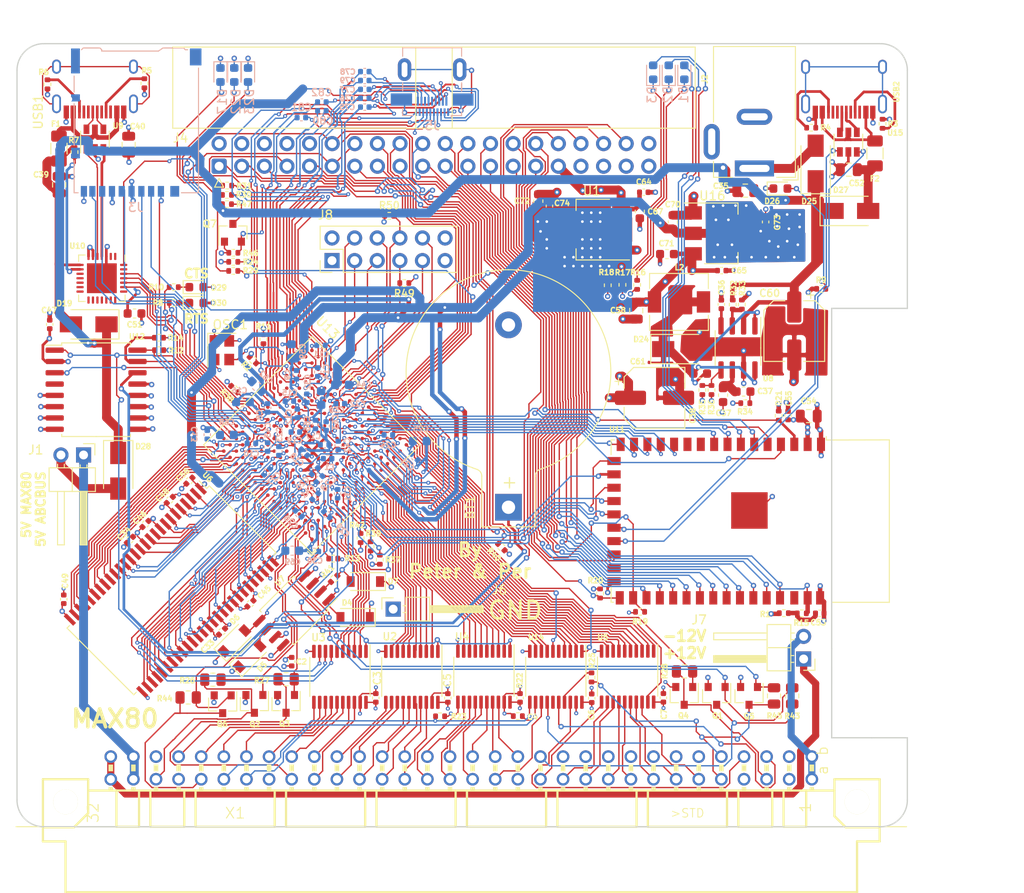
<source format=kicad_pcb>
(kicad_pcb (version 20171130) (host pcbnew 5.1.10-88a1d61d58~89~ubuntu20.04.1)

  (general
    (thickness 1.6)
    (drawings 21)
    (tracks 5524)
    (zones 0)
    (modules 188)
    (nets 273)
  )

  (page A4)
  (title_block
    (title MAX80)
    (date 2021-01-31)
    (rev 0.01)
    (company "No name")
  )

  (layers
    (0 F.Cu signal)
    (1 In1.Cu power)
    (2 In2.Cu signal)
    (31 B.Cu signal)
    (32 B.Adhes user)
    (33 F.Adhes user)
    (34 B.Paste user)
    (35 F.Paste user)
    (36 B.SilkS user)
    (37 F.SilkS user)
    (38 B.Mask user)
    (39 F.Mask user)
    (40 Dwgs.User user)
    (41 Cmts.User user)
    (42 Eco1.User user)
    (43 Eco2.User user)
    (44 Edge.Cuts user)
    (45 Margin user)
    (46 B.CrtYd user)
    (47 F.CrtYd user)
    (48 B.Fab user hide)
    (49 F.Fab user hide)
  )

  (setup
    (last_trace_width 0.15)
    (user_trace_width 0.15)
    (user_trace_width 0.3)
    (user_trace_width 0.5)
    (trace_clearance 0.15)
    (zone_clearance 0.15)
    (zone_45_only no)
    (trace_min 0.15)
    (via_size 0.6)
    (via_drill 0.3)
    (via_min_size 0.45)
    (via_min_drill 0.2)
    (user_via 0.45 0.2)
    (uvia_size 0.3)
    (uvia_drill 0.1)
    (uvias_allowed yes)
    (uvia_min_size 0.2)
    (uvia_min_drill 0.1)
    (edge_width 0.15)
    (segment_width 0.3)
    (pcb_text_width 0.3)
    (pcb_text_size 1.5 1.5)
    (mod_edge_width 0.15)
    (mod_text_size 1 1)
    (mod_text_width 0.15)
    (pad_size 0.46 0.4)
    (pad_drill 0)
    (pad_to_mask_clearance 0)
    (aux_axis_origin 0 0)
    (visible_elements FFFFFF7F)
    (pcbplotparams
      (layerselection 0x010fc_ffffffff)
      (usegerberextensions false)
      (usegerberattributes true)
      (usegerberadvancedattributes true)
      (creategerberjobfile true)
      (excludeedgelayer true)
      (linewidth 0.100000)
      (plotframeref false)
      (viasonmask false)
      (mode 1)
      (useauxorigin false)
      (hpglpennumber 1)
      (hpglpenspeed 20)
      (hpglpendiameter 15.000000)
      (psnegative false)
      (psa4output false)
      (plotreference true)
      (plotvalue true)
      (plotinvisibletext false)
      (padsonsilk false)
      (subtractmaskfromsilk false)
      (outputformat 1)
      (mirror false)
      (drillshape 0)
      (scaleselection 1)
      (outputdirectory "max80_gerber"))
  )

  (net 0 "")
  (net 1 GND)
  (net 2 +5V)
  (net 3 "Net-(R5-Pad2)")
  (net 4 "Net-(R6-Pad2)")
  (net 5 "Net-(R7-Pad1)")
  (net 6 "Net-(U10-Pad5)")
  (net 7 "Net-(U10-Pad4)")
  (net 8 "Net-(U9-Pad4)")
  (net 9 "Net-(U9-Pad6)")
  (net 10 "Net-(USB1-Pad13)")
  (net 11 "Net-(BT1-Pad1)")
  (net 12 /A4)
  (net 13 /A3)
  (net 14 /A2)
  (net 15 /A1)
  (net 16 /A0)
  (net 17 /IO0)
  (net 18 /IO3)
  (net 19 /IO4)
  (net 20 /IO5)
  (net 21 /IO6)
  (net 22 /IO7)
  (net 23 /A11)
  (net 24 /IO9)
  (net 25 /A8)
  (net 26 /A7)
  (net 27 /A6)
  (net 28 /A5)
  (net 29 /A9)
  (net 30 /A10)
  (net 31 /A12)
  (net 32 /IO8)
  (net 33 /IO10)
  (net 34 /IO11)
  (net 35 /IO12)
  (net 36 /IO13)
  (net 37 /IO14)
  (net 38 /IO15)
  (net 39 /abc80bus/D7)
  (net 40 /abc80bus/D6)
  (net 41 /abc80bus/D5)
  (net 42 /abc80bus/D4)
  (net 43 /abc80bus/D3)
  (net 44 /abc80bus/D2)
  (net 45 /abc80bus/D1)
  (net 46 /abc80bus/D0)
  (net 47 /abc80bus/A8)
  (net 48 /abc80bus/A9)
  (net 49 /abc80bus/A10)
  (net 50 /abc80bus/A11)
  (net 51 /abc80bus/A12)
  (net 52 /abc80bus/A13)
  (net 53 /abc80bus/A14)
  (net 54 /abc80bus/A15)
  (net 55 /abc80bus/A7)
  (net 56 /abc80bus/A6)
  (net 57 /abc80bus/A5)
  (net 58 /abc80bus/A4)
  (net 59 /abc80bus/A3)
  (net 60 /abc80bus/A2)
  (net 61 /abc80bus/A1)
  (net 62 /abc80bus/A0)
  (net 63 /IO1)
  (net 64 /IO2)
  (net 65 /32KHZ)
  (net 66 /RTC_INT)
  (net 67 /abc80bus/ABC5V)
  (net 68 /SD_DAT1)
  (net 69 /SD_DAT3)
  (net 70 /SD_CMD)
  (net 71 /SD_CLK)
  (net 72 /SD_DAT0)
  (net 73 FPGA_TDI)
  (net 74 FPGA_TMS)
  (net 75 FPGA_TDO)
  (net 76 FPGA_TCK)
  (net 77 ABC_CLK_5)
  (net 78 /FPGA_SCL)
  (net 79 /FPGA_SDA)
  (net 80 FPGA_SPI_CLK)
  (net 81 FGPA_SPI_CS_ESP32)
  (net 82 INT_ESP32)
  (net 83 "Net-(C53-Pad1)")
  (net 84 "Net-(F2-Pad2)")
  (net 85 ESP32_TDO)
  (net 86 ESP32_TCK)
  (net 87 ESP32_TMS)
  (net 88 ESP32_IO0)
  (net 89 ESP32_RXD)
  (net 90 ESP32_TXD)
  (net 91 ESP32_EN)
  (net 92 "Net-(R3-Pad2)")
  (net 93 "Net-(R4-Pad2)")
  (net 94 /ESP32/USB_D-)
  (net 95 /ESP32/USB_D+)
  (net 96 ESP32_TDI)
  (net 97 "Net-(U15-Pad6)")
  (net 98 "Net-(U15-Pad4)")
  (net 99 "Net-(USB2-Pad13)")
  (net 100 "Net-(D1-Pad2)")
  (net 101 "Net-(D1-Pad1)")
  (net 102 "Net-(D2-Pad2)")
  (net 103 "Net-(D2-Pad1)")
  (net 104 "Net-(D3-Pad2)")
  (net 105 "Net-(D3-Pad1)")
  (net 106 ESP32_SCL)
  (net 107 ESP32_SDA)
  (net 108 ESP32_CS2)
  (net 109 ESP32_CS0)
  (net 110 ESP32_MISO)
  (net 111 ESP32_SCK)
  (net 112 ESP32_MOSI)
  (net 113 ESP32_CS1)
  (net 114 /FPGA_USB_TXD)
  (net 115 /FPGA_USB_RXD)
  (net 116 /abc80bus/~CS)
  (net 117 /abc80bus/~C4)
  (net 118 /abc80bus/~C3)
  (net 119 /abc80bus/~C2)
  (net 120 /abc80bus/~C1)
  (net 121 /abc80bus/~OUT)
  (net 122 /abc80bus/~RST)
  (net 123 /abc80bus/~XMEMFL)
  (net 124 /abc80bus/~INP)
  (net 125 /abc80bus/~STATUS)
  (net 126 /abc80bus/~XINPSTB)
  (net 127 /abc80bus/~XOUTSTB)
  (net 128 AD0)
  (net 129 AD1)
  (net 130 AD2)
  (net 131 AD3)
  (net 132 AD4)
  (net 133 AD5)
  (net 134 AD6)
  (net 135 AD7)
  (net 136 /abc80bus/~RESIN)
  (net 137 /FPGA_LED1)
  (net 138 /FPGA_LED2)
  (net 139 /FPGA_LED3)
  (net 140 "Net-(D17-Pad2)")
  (net 141 "Net-(D22-Pad2)")
  (net 142 "Net-(D23-Pad2)")
  (net 143 FPGA_GPIO3)
  (net 144 FPGA_GPIO2)
  (net 145 FPGA_GPIO1)
  (net 146 FPGA_GPIO0)
  (net 147 FPGA_GPIO5)
  (net 148 FPGA_GPIO4)
  (net 149 "Net-(C36-Pad1)")
  (net 150 "Net-(C37-Pad2)")
  (net 151 "Net-(C37-Pad1)")
  (net 152 "Net-(C38-Pad2)")
  (net 153 "Net-(R32-Pad2)")
  (net 154 "Net-(R35-Pad2)")
  (net 155 "Net-(C38-Pad1)")
  (net 156 /abc80bus/READY)
  (net 157 /abc80bus/~NMI)
  (net 158 ~FPGA_READY)
  (net 159 FPGA_NMI)
  (net 160 "Net-(D26-Pad2)")
  (net 161 FPGA_RESIN)
  (net 162 /DQMH)
  (net 163 /CLK)
  (net 164 /CKE)
  (net 165 /BA1)
  (net 166 /BA0)
  (net 167 /DQML)
  (net 168 "Net-(D28-Pad2)")
  (net 169 "Net-(D25-Pad2)")
  (net 170 "Net-(F1-Pad2)")
  (net 171 /FPGA_USB_RTS)
  (net 172 /FPGA_USB_CTS)
  (net 173 "Net-(C39-Pad1)")
  (net 174 "Net-(C52-Pad1)")
  (net 175 /WE#)
  (net 176 /CAS#)
  (net 177 /RAS#)
  (net 178 /CS#)
  (net 179 "Net-(D29-Pad1)")
  (net 180 "Net-(D30-Pad1)")
  (net 181 +3V3)
  (net 182 +2V5)
  (net 183 +1V2)
  (net 184 "Net-(R13-Pad1)")
  (net 185 "Net-(R37-Pad2)")
  (net 186 "Net-(R38-Pad2)")
  (net 187 "Net-(R41-Pad2)")
  (net 188 DATA0)
  (net 189 ~CS_ABC_3V3)
  (net 190 ~OUT_ABC_3V3)
  (net 191 AD8)
  (net 192 ~C1_ABC_3V3)
  (net 193 AD9)
  (net 194 ~C2_ABC_3V3)
  (net 195 AD10)
  (net 196 ~C3_ABC_3V3)
  (net 197 ~C4_ABC_3V3)
  (net 198 AD11)
  (net 199 AD12)
  (net 200 AD13)
  (net 201 AD14)
  (net 202 AD15)
  (net 203 DLCK)
  (net 204 ASD0)
  (net 205 nCE0)
  (net 206 ~INP_ABC_3V3)
  (net 207 ~STATUS_ABC_3V3)
  (net 208 DD0)
  (net 209 DD1)
  (net 210 DD2)
  (net 211 DD3)
  (net 212 DD4)
  (net 213 DD5)
  (net 214 DD6)
  (net 215 DD7)
  (net 216 DD8)
  (net 217 ~XOUTSTB_ABC_3V3)
  (net 218 ~RST_ABC_3V3)
  (net 219 ~XMEMFL_ABC_3V3)
  (net 220 ~XINPSTB_ABC_3V3)
  (net 221 ABC_CLK_3V3)
  (net 222 DD9)
  (net 223 FPGA_SPI_MOSI)
  (net 224 FPGA_SPI_MISO)
  (net 225 /SD_DAT2)
  (net 226 CLK0n)
  (net 227 "Net-(J5-PadSH)")
  (net 228 HDMI_CK-)
  (net 229 HDMI_D0+)
  (net 230 HDMI_D1-)
  (net 231 HDMI_D2+)
  (net 232 HDMI_CK+)
  (net 233 HDMI_D0-)
  (net 234 HDMI_D1+)
  (net 235 HDMI_D2-)
  (net 236 HDMI_SDA)
  (net 237 HDMI_HPD)
  (net 238 HDMI_SCL)
  (net 239 FPGA_JTAGEN)
  (net 240 FLASH_CS#)
  (net 241 /abc80bus/~INT)
  (net 242 /abc80bus/~XMEMW800)
  (net 243 /abc80bus/~XMEMW80)
  (net 244 INT_ABC_3V3)
  (net 245 INT800_ABC_3V3)
  (net 246 ~XMEMW80_ABC_3V3)
  (net 247 ~XMEMW800_ABC_3V3)
  (net 248 /abc80bus/~XM)
  (net 249 XM_ABC_3V3)
  (net 250 "Net-(R25-Pad2)")
  (net 251 AD16)
  (net 252 DD10)
  (net 253 /abc80bus/ABC_-12V)
  (net 254 /abc80bus/ABC_12V)
  (net 255 /FPGA_USB_DTR)
  (net 256 "Net-(C75-Pad1)")
  (net 257 "Net-(C76-Pad1)")
  (net 258 "Net-(C77-Pad1)")
  (net 259 "Net-(C78-Pad1)")
  (net 260 "Net-(C79-Pad1)")
  (net 261 "Net-(C80-Pad1)")
  (net 262 "Net-(C81-Pad1)")
  (net 263 "Net-(C82-Pad1)")
  (net 264 "Net-(J5-Pad19)")
  (net 265 EXT_HG)
  (net 266 EXT_HB)
  (net 267 EXT_HE)
  (net 268 EXT_HC)
  (net 269 EXT_HA)
  (net 270 EXT_HF)
  (net 271 EXT_HH)
  (net 272 EXT_HD)

  (net_class Default "This is the default net class."
    (clearance 0.15)
    (trace_width 0.15)
    (via_dia 0.6)
    (via_drill 0.3)
    (uvia_dia 0.3)
    (uvia_drill 0.1)
    (add_net +1V2)
    (add_net +2V5)
    (add_net +3V3)
    (add_net +5V)
    (add_net /32KHZ)
    (add_net /A0)
    (add_net /A1)
    (add_net /A10)
    (add_net /A11)
    (add_net /A12)
    (add_net /A2)
    (add_net /A3)
    (add_net /A4)
    (add_net /A5)
    (add_net /A6)
    (add_net /A7)
    (add_net /A8)
    (add_net /A9)
    (add_net /BA0)
    (add_net /BA1)
    (add_net /CAS#)
    (add_net /CKE)
    (add_net /CLK)
    (add_net /CS#)
    (add_net /DQMH)
    (add_net /DQML)
    (add_net /ESP32/USB_D+)
    (add_net /ESP32/USB_D-)
    (add_net /FPGA_LED1)
    (add_net /FPGA_LED2)
    (add_net /FPGA_LED3)
    (add_net /FPGA_SCL)
    (add_net /FPGA_SDA)
    (add_net /FPGA_USB_CTS)
    (add_net /FPGA_USB_DTR)
    (add_net /FPGA_USB_RTS)
    (add_net /FPGA_USB_RXD)
    (add_net /FPGA_USB_TXD)
    (add_net /IO0)
    (add_net /IO1)
    (add_net /IO10)
    (add_net /IO11)
    (add_net /IO12)
    (add_net /IO13)
    (add_net /IO14)
    (add_net /IO15)
    (add_net /IO2)
    (add_net /IO3)
    (add_net /IO4)
    (add_net /IO5)
    (add_net /IO6)
    (add_net /IO7)
    (add_net /IO8)
    (add_net /IO9)
    (add_net /RAS#)
    (add_net /RTC_INT)
    (add_net /SD_CLK)
    (add_net /SD_CMD)
    (add_net /SD_DAT0)
    (add_net /SD_DAT1)
    (add_net /SD_DAT2)
    (add_net /SD_DAT3)
    (add_net /WE#)
    (add_net /abc80bus/A0)
    (add_net /abc80bus/A1)
    (add_net /abc80bus/A10)
    (add_net /abc80bus/A11)
    (add_net /abc80bus/A12)
    (add_net /abc80bus/A13)
    (add_net /abc80bus/A14)
    (add_net /abc80bus/A15)
    (add_net /abc80bus/A2)
    (add_net /abc80bus/A3)
    (add_net /abc80bus/A4)
    (add_net /abc80bus/A5)
    (add_net /abc80bus/A6)
    (add_net /abc80bus/A7)
    (add_net /abc80bus/A8)
    (add_net /abc80bus/A9)
    (add_net /abc80bus/ABC5V)
    (add_net /abc80bus/ABC_-12V)
    (add_net /abc80bus/ABC_12V)
    (add_net /abc80bus/D0)
    (add_net /abc80bus/D1)
    (add_net /abc80bus/D2)
    (add_net /abc80bus/D3)
    (add_net /abc80bus/D4)
    (add_net /abc80bus/D5)
    (add_net /abc80bus/D6)
    (add_net /abc80bus/D7)
    (add_net /abc80bus/READY)
    (add_net /abc80bus/~C1)
    (add_net /abc80bus/~C2)
    (add_net /abc80bus/~C3)
    (add_net /abc80bus/~C4)
    (add_net /abc80bus/~CS)
    (add_net /abc80bus/~INP)
    (add_net /abc80bus/~INT)
    (add_net /abc80bus/~NMI)
    (add_net /abc80bus/~OUT)
    (add_net /abc80bus/~RESIN)
    (add_net /abc80bus/~RST)
    (add_net /abc80bus/~STATUS)
    (add_net /abc80bus/~XINPSTB)
    (add_net /abc80bus/~XM)
    (add_net /abc80bus/~XMEMFL)
    (add_net /abc80bus/~XMEMW80)
    (add_net /abc80bus/~XMEMW800)
    (add_net /abc80bus/~XOUTSTB)
    (add_net ABC_CLK_3V3)
    (add_net ABC_CLK_5)
    (add_net AD0)
    (add_net AD1)
    (add_net AD10)
    (add_net AD11)
    (add_net AD12)
    (add_net AD13)
    (add_net AD14)
    (add_net AD15)
    (add_net AD16)
    (add_net AD2)
    (add_net AD3)
    (add_net AD4)
    (add_net AD5)
    (add_net AD6)
    (add_net AD7)
    (add_net AD8)
    (add_net AD9)
    (add_net ASD0)
    (add_net CLK0n)
    (add_net DATA0)
    (add_net DD0)
    (add_net DD1)
    (add_net DD10)
    (add_net DD2)
    (add_net DD3)
    (add_net DD4)
    (add_net DD5)
    (add_net DD6)
    (add_net DD7)
    (add_net DD8)
    (add_net DD9)
    (add_net DLCK)
    (add_net ESP32_CS0)
    (add_net ESP32_CS1)
    (add_net ESP32_CS2)
    (add_net ESP32_EN)
    (add_net ESP32_IO0)
    (add_net ESP32_MISO)
    (add_net ESP32_MOSI)
    (add_net ESP32_RXD)
    (add_net ESP32_SCK)
    (add_net ESP32_SCL)
    (add_net ESP32_SDA)
    (add_net ESP32_TCK)
    (add_net ESP32_TDI)
    (add_net ESP32_TDO)
    (add_net ESP32_TMS)
    (add_net ESP32_TXD)
    (add_net EXT_HA)
    (add_net EXT_HB)
    (add_net EXT_HC)
    (add_net EXT_HD)
    (add_net EXT_HE)
    (add_net EXT_HF)
    (add_net EXT_HG)
    (add_net EXT_HH)
    (add_net FGPA_SPI_CS_ESP32)
    (add_net FLASH_CS#)
    (add_net FPGA_GPIO0)
    (add_net FPGA_GPIO1)
    (add_net FPGA_GPIO2)
    (add_net FPGA_GPIO3)
    (add_net FPGA_GPIO4)
    (add_net FPGA_GPIO5)
    (add_net FPGA_JTAGEN)
    (add_net FPGA_NMI)
    (add_net FPGA_RESIN)
    (add_net FPGA_SPI_CLK)
    (add_net FPGA_SPI_MISO)
    (add_net FPGA_SPI_MOSI)
    (add_net FPGA_TCK)
    (add_net FPGA_TDI)
    (add_net FPGA_TDO)
    (add_net FPGA_TMS)
    (add_net GND)
    (add_net HDMI_CK+)
    (add_net HDMI_CK-)
    (add_net HDMI_D0+)
    (add_net HDMI_D0-)
    (add_net HDMI_D1+)
    (add_net HDMI_D1-)
    (add_net HDMI_D2+)
    (add_net HDMI_D2-)
    (add_net HDMI_HPD)
    (add_net HDMI_SCL)
    (add_net HDMI_SDA)
    (add_net INT800_ABC_3V3)
    (add_net INT_ABC_3V3)
    (add_net INT_ESP32)
    (add_net "Net-(BT1-Pad1)")
    (add_net "Net-(C36-Pad1)")
    (add_net "Net-(C37-Pad1)")
    (add_net "Net-(C37-Pad2)")
    (add_net "Net-(C38-Pad1)")
    (add_net "Net-(C38-Pad2)")
    (add_net "Net-(C39-Pad1)")
    (add_net "Net-(C52-Pad1)")
    (add_net "Net-(C53-Pad1)")
    (add_net "Net-(C75-Pad1)")
    (add_net "Net-(C76-Pad1)")
    (add_net "Net-(C77-Pad1)")
    (add_net "Net-(C78-Pad1)")
    (add_net "Net-(C79-Pad1)")
    (add_net "Net-(C80-Pad1)")
    (add_net "Net-(C81-Pad1)")
    (add_net "Net-(C82-Pad1)")
    (add_net "Net-(D1-Pad1)")
    (add_net "Net-(D1-Pad2)")
    (add_net "Net-(D17-Pad2)")
    (add_net "Net-(D2-Pad1)")
    (add_net "Net-(D2-Pad2)")
    (add_net "Net-(D22-Pad2)")
    (add_net "Net-(D23-Pad2)")
    (add_net "Net-(D25-Pad2)")
    (add_net "Net-(D26-Pad2)")
    (add_net "Net-(D28-Pad2)")
    (add_net "Net-(D29-Pad1)")
    (add_net "Net-(D3-Pad1)")
    (add_net "Net-(D3-Pad2)")
    (add_net "Net-(D30-Pad1)")
    (add_net "Net-(F1-Pad2)")
    (add_net "Net-(F2-Pad2)")
    (add_net "Net-(J5-Pad19)")
    (add_net "Net-(J5-PadSH)")
    (add_net "Net-(R13-Pad1)")
    (add_net "Net-(R25-Pad2)")
    (add_net "Net-(R3-Pad2)")
    (add_net "Net-(R32-Pad2)")
    (add_net "Net-(R35-Pad2)")
    (add_net "Net-(R37-Pad2)")
    (add_net "Net-(R38-Pad2)")
    (add_net "Net-(R4-Pad2)")
    (add_net "Net-(R41-Pad2)")
    (add_net "Net-(R5-Pad2)")
    (add_net "Net-(R6-Pad2)")
    (add_net "Net-(R7-Pad1)")
    (add_net "Net-(U10-Pad4)")
    (add_net "Net-(U10-Pad5)")
    (add_net "Net-(U15-Pad4)")
    (add_net "Net-(U15-Pad6)")
    (add_net "Net-(U9-Pad4)")
    (add_net "Net-(U9-Pad6)")
    (add_net "Net-(USB1-Pad13)")
    (add_net "Net-(USB2-Pad13)")
    (add_net XM_ABC_3V3)
    (add_net nCE0)
    (add_net ~C1_ABC_3V3)
    (add_net ~C2_ABC_3V3)
    (add_net ~C3_ABC_3V3)
    (add_net ~C4_ABC_3V3)
    (add_net ~CS_ABC_3V3)
    (add_net ~FPGA_READY)
    (add_net ~INP_ABC_3V3)
    (add_net ~OUT_ABC_3V3)
    (add_net ~RST_ABC_3V3)
    (add_net ~STATUS_ABC_3V3)
    (add_net ~XINPSTB_ABC_3V3)
    (add_net ~XMEMFL_ABC_3V3)
    (add_net ~XMEMW800_ABC_3V3)
    (add_net ~XMEMW80_ABC_3V3)
    (add_net ~XOUTSTB_ABC_3V3)
  )

  (module max80:HDMI_Micro-D_Molex_46765-2x0x (layer B.Cu) (tedit 60E537AB) (tstamp 6045DC76)
    (at 151.595 43.39)
    (descr "HDMI, Micro, Type D, THT/SMD hybrid, 0.4mm pitch, 19 ckt, right angle (http://www.molex.com/pdm_docs/sd/467651301_sd.pdf)")
    (tags "hdmi micro type d right angle tht smd hybrid ")
    (path /650A9AE9/650AF4F4)
    (attr smd)
    (fp_text reference J5 (at 0 6.3) (layer B.SilkS)
      (effects (font (size 1 1) (thickness 0.15)) (justify mirror))
    )
    (fp_text value HDMI_C_1.3 (at 0 -3.6) (layer B.Fab)
      (effects (font (size 1 1) (thickness 0.15)) (justify mirror))
    )
    (fp_line (start -3.25 5.1) (end 1.3 5.1) (layer B.Fab) (width 0.1))
    (fp_line (start 2.15 5.16) (end 2.15 5.36) (layer B.SilkS) (width 0.12))
    (fp_line (start -3.25 -2.4) (end -3.25 2.77) (layer B.Fab) (width 0.1))
    (fp_line (start 3.25 2.77) (end 3.25 -2.4) (layer B.Fab) (width 0.1))
    (fp_line (start -2.35 -1.7) (end 1.99 2.64) (layer Dwgs.User) (width 0.1))
    (fp_line (start -1.35 -1.7) (end 2.35 2) (layer Dwgs.User) (width 0.1))
    (fp_line (start -0.35 -1.7) (end 2.35 1) (layer Dwgs.User) (width 0.1))
    (fp_line (start -2.35 1.3) (end -1.01 2.64) (layer Dwgs.User) (width 0.1))
    (fp_line (start -2.35 0.3) (end -0.01 2.64) (layer Dwgs.User) (width 0.1))
    (fp_line (start -2.35 -0.7) (end 0.99 2.64) (layer Dwgs.User) (width 0.1))
    (fp_line (start 0.65 -1.7) (end 2.35 0) (layer Dwgs.User) (width 0.1))
    (fp_line (start 1.65 -1.7) (end 2.35 -1) (layer Dwgs.User) (width 0.1))
    (fp_line (start 2.15 5.16) (end 3.31 5.16) (layer B.SilkS) (width 0.12))
    (fp_line (start 2.3 5.1) (end 3.25 5.1) (layer B.Fab) (width 0.1))
    (fp_line (start 3.25 5.1) (end 3.25 3.95) (layer B.Fab) (width 0.1))
    (fp_line (start 3.25 -2.4) (end -3.25 -2.4) (layer B.Fab) (width 0.1))
    (fp_line (start -3.25 3.95) (end -3.25 5.1) (layer B.Fab) (width 0.1))
    (fp_line (start -3.31 -2.46) (end -3.31 -1.5) (layer B.SilkS) (width 0.12))
    (fp_line (start -3.31 1.5) (end -3.31 2.4) (layer B.SilkS) (width 0.12))
    (fp_line (start -3.31 4.35) (end -3.31 5.16) (layer B.SilkS) (width 0.12))
    (fp_line (start -3.31 5.16) (end -2.15 5.16) (layer B.SilkS) (width 0.12))
    (fp_line (start 3.31 5.16) (end 3.31 4.35) (layer B.SilkS) (width 0.12))
    (fp_line (start 3.31 2.4) (end 3.31 1.5) (layer B.SilkS) (width 0.15))
    (fp_line (start 3.31 -1.5) (end 3.31 -2.46) (layer B.SilkS) (width 0.12))
    (fp_line (start -5 5.7) (end -5 -2.9) (layer B.CrtYd) (width 0.05))
    (fp_line (start -5 -2.9) (end 5 -2.9) (layer B.CrtYd) (width 0.05))
    (fp_line (start 5 -2.9) (end 5 5.7) (layer B.CrtYd) (width 0.05))
    (fp_line (start 5 5.7) (end -5 5.7) (layer B.CrtYd) (width 0.05))
    (fp_line (start -3 -1.7) (end 3 -1.7) (layer Dwgs.User) (width 0.1))
    (fp_line (start -2.35 -1.7) (end -2.35 2.64) (layer Dwgs.User) (width 0.1))
    (fp_line (start -2.35 2.64) (end 2.35 2.64) (layer Dwgs.User) (width 0.1))
    (fp_line (start 2.35 2.64) (end 2.35 -1.7) (layer Dwgs.User) (width 0.1))
    (fp_line (start 2.35 -1.7) (end -2.35 -1.7) (layer Dwgs.User) (width 0.1))
    (fp_line (start -3.31 -2.46) (end 3.31 -2.46) (layer B.SilkS) (width 0.12))
    (fp_line (start 3.25 3.95) (end 4.45 3.95) (layer B.Fab) (width 0.1))
    (fp_line (start 4.45 3.95) (end 4.45 2.77) (layer B.Fab) (width 0.1))
    (fp_line (start 4.45 2.77) (end 3.25 2.77) (layer B.Fab) (width 0.1))
    (fp_line (start -3.25 2.77) (end -4.45 2.77) (layer B.Fab) (width 0.1))
    (fp_line (start -4.45 2.77) (end -4.45 3.95) (layer B.Fab) (width 0.1))
    (fp_line (start -4.45 3.95) (end -3.25 3.95) (layer B.Fab) (width 0.1))
    (fp_line (start 1.8 4.6) (end 2.3 5.1) (layer B.Fab) (width 0.1))
    (fp_line (start 1.8 4.6) (end 1.3 5.1) (layer B.Fab) (width 0.1))
    (fp_text user %R (at 0 3.3) (layer B.Fab)
      (effects (font (size 1 1) (thickness 0.15)) (justify mirror))
    )
    (fp_text user KEEPOUT (at 0 0.47) (layer Cmts.User)
      (effects (font (size 0.7 0.7) (thickness 0.1)))
    )
    (pad 18 smd rect (at -1.6 3.55) (size 0.23 1) (layers B.Cu B.Paste B.Mask)
      (net 2 +5V))
    (pad 16 smd rect (at -1.2 3.55) (size 0.23 1) (layers B.Cu B.Paste B.Mask)
      (net 236 HDMI_SDA))
    (pad 14 smd rect (at -0.8 3.55) (size 0.23 1) (layers B.Cu B.Paste B.Mask))
    (pad 12 smd rect (at -0.4 3.55) (size 0.23 1) (layers B.Cu B.Paste B.Mask)
      (net 263 "Net-(C82-Pad1)"))
    (pad 10 smd rect (at 0 3.55) (size 0.23 1) (layers B.Cu B.Paste B.Mask))
    (pad 8 smd rect (at 0.4 3.55) (size 0.23 1) (layers B.Cu B.Paste B.Mask)
      (net 260 "Net-(C79-Pad1)"))
    (pad 6 smd rect (at 0.8 3.55) (size 0.23 1) (layers B.Cu B.Paste B.Mask)
      (net 259 "Net-(C78-Pad1)"))
    (pad 4 smd rect (at 1.2 3.55) (size 0.23 1) (layers B.Cu B.Paste B.Mask)
      (net 1 GND))
    (pad 2 smd rect (at 1.6 3.55) (size 0.23 1) (layers B.Cu B.Paste B.Mask)
      (net 256 "Net-(C75-Pad1)"))
    (pad 19 smd rect (at -1.8 4.775) (size 0.23 0.85) (layers B.Cu B.Paste B.Mask)
      (net 264 "Net-(J5-Pad19)"))
    (pad 17 smd rect (at -1.4 4.775) (size 0.23 0.85) (layers B.Cu B.Paste B.Mask))
    (pad 15 smd rect (at -1 4.775) (size 0.23 0.85) (layers B.Cu B.Paste B.Mask)
      (net 238 HDMI_SCL))
    (pad 13 smd rect (at -0.6 4.775) (size 0.23 0.85) (layers B.Cu B.Paste B.Mask)
      (net 1 GND))
    (pad 11 smd rect (at -0.2 4.775) (size 0.23 0.85) (layers B.Cu B.Paste B.Mask)
      (net 262 "Net-(C81-Pad1)"))
    (pad 9 smd rect (at 0.2 4.775) (size 0.23 0.85) (layers B.Cu B.Paste B.Mask)
      (net 261 "Net-(C80-Pad1)"))
    (pad 7 smd rect (at 0.6 4.775) (size 0.23 0.85) (layers B.Cu B.Paste B.Mask)
      (net 1 GND))
    (pad 5 smd rect (at 1 4.775) (size 0.23 0.85) (layers B.Cu B.Paste B.Mask)
      (net 258 "Net-(C77-Pad1)"))
    (pad 3 smd rect (at 1.4 4.775) (size 0.23 0.85) (layers B.Cu B.Paste B.Mask)
      (net 257 "Net-(C76-Pad1)"))
    (pad 1 smd rect (at 1.8 4.775) (size 0.23 0.85) (layers B.Cu B.Paste B.Mask)
      (net 1 GND))
    (pad SH smd rect (at 3.45 3.36) (size 2.4 1.38) (layers B.Cu B.Paste B.Mask)
      (net 227 "Net-(J5-PadSH)"))
    (pad SH smd rect (at -3.45 3.36) (size 2.4 1.38) (layers B.Cu B.Paste B.Mask)
      (net 227 "Net-(J5-PadSH)"))
    (pad SH thru_hole oval (at 3.1 0) (size 1.5 2.55) (drill oval 0.65 1.7) (layers *.Cu *.Mask)
      (net 227 "Net-(J5-PadSH)"))
    (pad SH thru_hole oval (at -3.1 0) (size 1.5 2.55) (drill oval 0.65 1.7) (layers *.Cu *.Mask)
      (net 227 "Net-(J5-PadSH)"))
    (model ${KISYS3DMOD}/Connector_HDMI.3dshapes/HDMI_Micro-D_Molex_46765-2x0x.wrl
      (at (xyz 0 0 0))
      (scale (xyz 1 1 1))
      (rotate (xyz 0 0 0))
    )
    (model /home/pm/local/dalsroit/kicad/3d/Micro_HDMI_Connector_Female.STEP
      (offset (xyz 0 -2.5 3))
      (scale (xyz 1 1 1))
      (rotate (xyz 90 180 180))
    )
  )

  (module Capacitor_SMD:CP_Elec_6.3x7.7 (layer F.Cu) (tedit 5BCA39D0) (tstamp 60206C2E)
    (at 176.57 80.27)
    (descr "SMD capacitor, aluminum electrolytic, Nichicon, 6.3x7.7mm")
    (tags "capacitor electrolytic")
    (path /6013A59C/602A7E22)
    (attr smd)
    (fp_text reference C61 (at -1.87 -4.08) (layer F.SilkS)
      (effects (font (size 0.6 0.6) (thickness 0.15)))
    )
    (fp_text value 220uF (at 0 4.35) (layer F.Fab)
      (effects (font (size 1 1) (thickness 0.15)))
    )
    (fp_circle (center 0 0) (end 3.15 0) (layer F.Fab) (width 0.1))
    (fp_line (start 3.3 -3.3) (end 3.3 3.3) (layer F.Fab) (width 0.1))
    (fp_line (start -2.3 -3.3) (end 3.3 -3.3) (layer F.Fab) (width 0.1))
    (fp_line (start -2.3 3.3) (end 3.3 3.3) (layer F.Fab) (width 0.1))
    (fp_line (start -3.3 -2.3) (end -3.3 2.3) (layer F.Fab) (width 0.1))
    (fp_line (start -3.3 -2.3) (end -2.3 -3.3) (layer F.Fab) (width 0.1))
    (fp_line (start -3.3 2.3) (end -2.3 3.3) (layer F.Fab) (width 0.1))
    (fp_line (start -2.704838 -1.33) (end -2.074838 -1.33) (layer F.Fab) (width 0.1))
    (fp_line (start -2.389838 -1.645) (end -2.389838 -1.015) (layer F.Fab) (width 0.1))
    (fp_line (start 3.41 3.41) (end 3.41 1.06) (layer F.SilkS) (width 0.12))
    (fp_line (start 3.41 -3.41) (end 3.41 -1.06) (layer F.SilkS) (width 0.12))
    (fp_line (start -2.345563 -3.41) (end 3.41 -3.41) (layer F.SilkS) (width 0.12))
    (fp_line (start -2.345563 3.41) (end 3.41 3.41) (layer F.SilkS) (width 0.12))
    (fp_line (start -3.41 2.345563) (end -3.41 1.06) (layer F.SilkS) (width 0.12))
    (fp_line (start -3.41 -2.345563) (end -3.41 -1.06) (layer F.SilkS) (width 0.12))
    (fp_line (start -3.41 -2.345563) (end -2.345563 -3.41) (layer F.SilkS) (width 0.12))
    (fp_line (start -3.41 2.345563) (end -2.345563 3.41) (layer F.SilkS) (width 0.12))
    (fp_line (start -4.4375 -1.8475) (end -3.65 -1.8475) (layer F.SilkS) (width 0.12))
    (fp_line (start -4.04375 -2.24125) (end -4.04375 -1.45375) (layer F.SilkS) (width 0.12))
    (fp_line (start 3.55 -3.55) (end 3.55 -1.05) (layer F.CrtYd) (width 0.05))
    (fp_line (start 3.55 -1.05) (end 4.7 -1.05) (layer F.CrtYd) (width 0.05))
    (fp_line (start 4.7 -1.05) (end 4.7 1.05) (layer F.CrtYd) (width 0.05))
    (fp_line (start 4.7 1.05) (end 3.55 1.05) (layer F.CrtYd) (width 0.05))
    (fp_line (start 3.55 1.05) (end 3.55 3.55) (layer F.CrtYd) (width 0.05))
    (fp_line (start -2.4 3.55) (end 3.55 3.55) (layer F.CrtYd) (width 0.05))
    (fp_line (start -2.4 -3.55) (end 3.55 -3.55) (layer F.CrtYd) (width 0.05))
    (fp_line (start -3.55 2.4) (end -2.4 3.55) (layer F.CrtYd) (width 0.05))
    (fp_line (start -3.55 -2.4) (end -2.4 -3.55) (layer F.CrtYd) (width 0.05))
    (fp_line (start -3.55 -2.4) (end -3.55 -1.05) (layer F.CrtYd) (width 0.05))
    (fp_line (start -3.55 1.05) (end -3.55 2.4) (layer F.CrtYd) (width 0.05))
    (fp_line (start -3.55 -1.05) (end -4.7 -1.05) (layer F.CrtYd) (width 0.05))
    (fp_line (start -4.7 -1.05) (end -4.7 1.05) (layer F.CrtYd) (width 0.05))
    (fp_line (start -4.7 1.05) (end -3.55 1.05) (layer F.CrtYd) (width 0.05))
    (fp_text user %R (at 0 0) (layer F.Fab)
      (effects (font (size 1 1) (thickness 0.15)))
    )
    (pad 2 smd roundrect (at 2.7 0) (size 3.5 1.6) (layers F.Cu F.Paste F.Mask) (roundrect_rratio 0.15625)
      (net 1 GND))
    (pad 1 smd roundrect (at -2.7 0) (size 3.5 1.6) (layers F.Cu F.Paste F.Mask) (roundrect_rratio 0.15625)
      (net 181 +3V3))
    (model ${KISYS3DMOD}/Capacitor_SMD.3dshapes/CP_Elec_6.3x7.7.wrl
      (at (xyz 0 0 0))
      (scale (xyz 1 1 1))
      (rotate (xyz 0 0 0))
    )
  )

  (module Capacitor_SMD:CP_Elec_6.3x7.7 (layer F.Cu) (tedit 5BCA39D0) (tstamp 601FE47A)
    (at 192.27 72.77 270)
    (descr "SMD capacitor, aluminum electrolytic, Nichicon, 6.3x7.7mm")
    (tags "capacitor electrolytic")
    (path /6013A59C/602A83A7)
    (attr smd)
    (fp_text reference C60 (at -4.26 2.77 180) (layer F.SilkS)
      (effects (font (size 0.8 0.8) (thickness 0.15)))
    )
    (fp_text value 220uF (at 0 4.35 90) (layer F.Fab)
      (effects (font (size 1 1) (thickness 0.15)))
    )
    (fp_circle (center 0 0) (end 3.15 0) (layer F.Fab) (width 0.1))
    (fp_line (start 3.3 -3.3) (end 3.3 3.3) (layer F.Fab) (width 0.1))
    (fp_line (start -2.3 -3.3) (end 3.3 -3.3) (layer F.Fab) (width 0.1))
    (fp_line (start -2.3 3.3) (end 3.3 3.3) (layer F.Fab) (width 0.1))
    (fp_line (start -3.3 -2.3) (end -3.3 2.3) (layer F.Fab) (width 0.1))
    (fp_line (start -3.3 -2.3) (end -2.3 -3.3) (layer F.Fab) (width 0.1))
    (fp_line (start -3.3 2.3) (end -2.3 3.3) (layer F.Fab) (width 0.1))
    (fp_line (start -2.704838 -1.33) (end -2.074838 -1.33) (layer F.Fab) (width 0.1))
    (fp_line (start -2.389838 -1.645) (end -2.389838 -1.015) (layer F.Fab) (width 0.1))
    (fp_line (start 3.41 3.41) (end 3.41 1.06) (layer F.SilkS) (width 0.12))
    (fp_line (start 3.41 -3.41) (end 3.41 -1.06) (layer F.SilkS) (width 0.12))
    (fp_line (start -2.345563 -3.41) (end 3.41 -3.41) (layer F.SilkS) (width 0.12))
    (fp_line (start -2.345563 3.41) (end 3.41 3.41) (layer F.SilkS) (width 0.12))
    (fp_line (start -3.41 2.345563) (end -3.41 1.06) (layer F.SilkS) (width 0.12))
    (fp_line (start -3.41 -2.345563) (end -3.41 -1.06) (layer F.SilkS) (width 0.12))
    (fp_line (start -3.41 -2.345563) (end -2.345563 -3.41) (layer F.SilkS) (width 0.12))
    (fp_line (start -3.41 2.345563) (end -2.345563 3.41) (layer F.SilkS) (width 0.12))
    (fp_line (start -4.4375 -1.8475) (end -3.65 -1.8475) (layer F.SilkS) (width 0.12))
    (fp_line (start -4.04375 -2.24125) (end -4.04375 -1.45375) (layer F.SilkS) (width 0.12))
    (fp_line (start 3.55 -3.55) (end 3.55 -1.05) (layer F.CrtYd) (width 0.05))
    (fp_line (start 3.55 -1.05) (end 4.7 -1.05) (layer F.CrtYd) (width 0.05))
    (fp_line (start 4.7 -1.05) (end 4.7 1.05) (layer F.CrtYd) (width 0.05))
    (fp_line (start 4.7 1.05) (end 3.55 1.05) (layer F.CrtYd) (width 0.05))
    (fp_line (start 3.55 1.05) (end 3.55 3.55) (layer F.CrtYd) (width 0.05))
    (fp_line (start -2.4 3.55) (end 3.55 3.55) (layer F.CrtYd) (width 0.05))
    (fp_line (start -2.4 -3.55) (end 3.55 -3.55) (layer F.CrtYd) (width 0.05))
    (fp_line (start -3.55 2.4) (end -2.4 3.55) (layer F.CrtYd) (width 0.05))
    (fp_line (start -3.55 -2.4) (end -2.4 -3.55) (layer F.CrtYd) (width 0.05))
    (fp_line (start -3.55 -2.4) (end -3.55 -1.05) (layer F.CrtYd) (width 0.05))
    (fp_line (start -3.55 1.05) (end -3.55 2.4) (layer F.CrtYd) (width 0.05))
    (fp_line (start -3.55 -1.05) (end -4.7 -1.05) (layer F.CrtYd) (width 0.05))
    (fp_line (start -4.7 -1.05) (end -4.7 1.05) (layer F.CrtYd) (width 0.05))
    (fp_line (start -4.7 1.05) (end -3.55 1.05) (layer F.CrtYd) (width 0.05))
    (fp_text user %R (at 0 0 90) (layer F.Fab)
      (effects (font (size 1 1) (thickness 0.15)))
    )
    (pad 2 smd roundrect (at 2.7 0 270) (size 3.5 1.6) (layers F.Cu F.Paste F.Mask) (roundrect_rratio 0.15625)
      (net 1 GND))
    (pad 1 smd roundrect (at -2.7 0 270) (size 3.5 1.6) (layers F.Cu F.Paste F.Mask) (roundrect_rratio 0.15625)
      (net 2 +5V))
    (model ${KISYS3DMOD}/Capacitor_SMD.3dshapes/CP_Elec_6.3x7.7.wrl
      (at (xyz 0 0 0))
      (scale (xyz 1 1 1))
      (rotate (xyz 0 0 0))
    )
  )

  (module Capacitor_SMD:C_0603_1608Metric (layer F.Cu) (tedit 5F68FEEE) (tstamp 601EC37F)
    (at 184.27 79.97 270)
    (descr "Capacitor SMD 0603 (1608 Metric), square (rectangular) end terminal, IPC_7351 nominal, (Body size source: IPC-SM-782 page 76, https://www.pcb-3d.com/wordpress/wp-content/uploads/ipc-sm-782a_amendment_1_and_2.pdf), generated with kicad-footprint-generator")
    (tags capacitor)
    (path /6013A59C/6026D80D)
    (attr smd)
    (fp_text reference C57 (at 2.02 -0.05 180) (layer F.SilkS)
      (effects (font (size 0.6 0.6) (thickness 0.15)))
    )
    (fp_text value 390pF (at 0 1.43 90) (layer F.Fab)
      (effects (font (size 1 1) (thickness 0.15)))
    )
    (fp_line (start -0.8 0.4) (end -0.8 -0.4) (layer F.Fab) (width 0.1))
    (fp_line (start -0.8 -0.4) (end 0.8 -0.4) (layer F.Fab) (width 0.1))
    (fp_line (start 0.8 -0.4) (end 0.8 0.4) (layer F.Fab) (width 0.1))
    (fp_line (start 0.8 0.4) (end -0.8 0.4) (layer F.Fab) (width 0.1))
    (fp_line (start -0.14058 -0.51) (end 0.14058 -0.51) (layer F.SilkS) (width 0.12))
    (fp_line (start -0.14058 0.51) (end 0.14058 0.51) (layer F.SilkS) (width 0.12))
    (fp_line (start -1.48 0.73) (end -1.48 -0.73) (layer F.CrtYd) (width 0.05))
    (fp_line (start -1.48 -0.73) (end 1.48 -0.73) (layer F.CrtYd) (width 0.05))
    (fp_line (start 1.48 -0.73) (end 1.48 0.73) (layer F.CrtYd) (width 0.05))
    (fp_line (start 1.48 0.73) (end -1.48 0.73) (layer F.CrtYd) (width 0.05))
    (fp_text user %R (at 0 0 90) (layer F.Fab)
      (effects (font (size 0.4 0.4) (thickness 0.06)))
    )
    (pad 2 smd roundrect (at 0.775 0 270) (size 0.9 0.95) (layers F.Cu F.Paste F.Mask) (roundrect_rratio 0.25)
      (net 1 GND))
    (pad 1 smd roundrect (at -0.775 0 270) (size 0.9 0.95) (layers F.Cu F.Paste F.Mask) (roundrect_rratio 0.25)
      (net 151 "Net-(C37-Pad1)"))
    (model ${KISYS3DMOD}/Capacitor_SMD.3dshapes/C_0603_1608Metric.wrl
      (at (xyz 0 0 0))
      (scale (xyz 1 1 1))
      (rotate (xyz 0 0 0))
    )
  )

  (module max80:BatteryHolder_Keystone_103_1x20mm (layer F.Cu) (tedit 601E5DE3) (tstamp 60EDBD25)
    (at 160.17 92.57 90)
    (descr http://www.keyelco.com/product-pdf.cfm?p=719)
    (tags "Keystone type 103 battery holder")
    (path /6023577B/6023A838)
    (fp_text reference BT1 (at 0 -4.3 90) (layer F.SilkS)
      (effects (font (size 1 1) (thickness 0.15)))
    )
    (fp_text value Battery_Cell (at 15 13 90) (layer F.Fab)
      (effects (font (size 1 1) (thickness 0.15)))
    )
    (fp_line (start -2.45 -3.25) (end 3.5 -3.25) (layer F.CrtYd) (width 0.05))
    (fp_line (start -2.45 3.25) (end 3.5 3.25) (layer F.CrtYd) (width 0.05))
    (fp_line (start -2.45 3.25) (end -2.45 -3.25) (layer F.CrtYd) (width 0.05))
    (fp_line (start -2.2 -3) (end 3.5 -3) (layer F.SilkS) (width 0.12))
    (fp_line (start -2.2 3) (end -2.2 -3) (layer F.SilkS) (width 0.12))
    (fp_line (start -2.2 3) (end 3.5 3) (layer F.SilkS) (width 0.12))
    (fp_line (start 23.5712 7.7216) (end 22.6568 6.8834) (layer F.Fab) (width 0.1))
    (fp_line (start 23.5712 -7.7216) (end 22.6314 -6.858) (layer F.Fab) (width 0.1))
    (fp_line (start 3.5306 -2.9) (end -1.7 -2.9) (layer F.Fab) (width 0.1))
    (fp_line (start -1.7 2.9) (end 3.5306 2.9) (layer F.Fab) (width 0.1))
    (fp_line (start -2.1 -2.5) (end -2.1 2.5) (layer F.Fab) (width 0.1))
    (fp_line (start 0 1.3) (end 16.2 1.3) (layer F.Fab) (width 0.1))
    (fp_line (start 16.2 -1.3) (end 0 -1.3) (layer F.Fab) (width 0.1))
    (fp_line (start 0 -1.3) (end 0 1.3) (layer F.Fab) (width 0.1))
    (fp_arc (start -1.7 -2.5) (end -2.1 -2.5) (angle 90) (layer F.Fab) (width 0.1))
    (fp_arc (start -1.7 2.5) (end -2.1 2.5) (angle -90) (layer F.Fab) (width 0.1))
    (fp_arc (start 16.2 0) (end 16.2 -1.3) (angle 180) (layer F.Fab) (width 0.1))
    (fp_arc (start 3.5 -3.8) (end 3.5 -2.9) (angle -70) (layer F.Fab) (width 0.1))
    (fp_arc (start 15.2 0) (end 5.2 -1.3) (angle 180) (layer F.Fab) (width 0.1))
    (fp_arc (start 15.2 0) (end 9 -1.3) (angle 170) (layer F.Fab) (width 0.1))
    (fp_arc (start 15.2 0) (end 13.3 -1.3) (angle 150) (layer F.Fab) (width 0.1))
    (fp_arc (start 15.2 0) (end 13.3 1.3) (angle -150) (layer F.Fab) (width 0.1))
    (fp_arc (start 15.2 0) (end 9 1.3) (angle -170) (layer F.Fab) (width 0.1))
    (fp_arc (start 15.2 0) (end 5.2 1.3) (angle -180) (layer F.Fab) (width 0.1))
    (fp_arc (start 15.2 0) (end 4.35 -3.5) (angle 162.5) (layer F.Fab) (width 0.1))
    (fp_arc (start 15.2 0) (end 4.35 3.5) (angle -162.5) (layer F.Fab) (width 0.1))
    (fp_arc (start 3.5 3.8) (end 3.5 2.9) (angle 70) (layer F.Fab) (width 0.1))
    (fp_arc (start 3.5 -3.8) (end 3.5 -3) (angle -70) (layer F.SilkS) (width 0.12))
    (fp_arc (start 15.2 0) (end 4.25 -3.5) (angle 162.5) (layer F.SilkS) (width 0.12))
    (fp_arc (start 3.5 3.8) (end 3.5 3) (angle 70) (layer F.SilkS) (width 0.12))
    (fp_arc (start 15.2 0) (end 4.25 3.5) (angle -162.5) (layer F.SilkS) (width 0.12))
    (fp_arc (start 3.5 -3.8) (end 3.5 -3.25) (angle -68.58703433) (layer F.CrtYd) (width 0.05))
    (fp_arc (start 3.5 3.8) (end 3.5 3.25) (angle 70) (layer F.CrtYd) (width 0.05))
    (fp_arc (start 15.2 0) (end 4.01 -3.6) (angle 162.1661955) (layer F.CrtYd) (width 0.05))
    (fp_arc (start 15.2 0) (end 4.016831 3.611889) (angle -162.1008173) (layer F.CrtYd) (width 0.05))
    (fp_text user %R (at 0 0 90) (layer F.Fab)
      (effects (font (size 1 1) (thickness 0.15)))
    )
    (fp_text user + (at 2.75 0 90) (layer F.SilkS)
      (effects (font (size 1.5 1.5) (thickness 0.15)))
    )
    (pad 1 thru_hole rect (at 0 0 90) (size 3 3) (drill 1.5) (layers *.Cu *.Mask)
      (net 11 "Net-(BT1-Pad1)"))
    (pad 2 thru_hole circle (at 20.49 0 90) (size 3 3) (drill 1.5) (layers *.Cu *.Mask)
      (net 1 GND))
    (model ${KISYS3DMOD}/Battery.3dshapes/BatteryHolder_Keystone_103_1x20mm.wrl
      (at (xyz 0 0 0))
      (scale (xyz 1 1 1))
      (rotate (xyz 0 0 0))
    )
  )

  (module Resistor_SMD:R_0402_1005Metric (layer F.Cu) (tedit 5F68FEEE) (tstamp 60E9BA92)
    (at 146.78 59.82)
    (descr "Resistor SMD 0402 (1005 Metric), square (rectangular) end terminal, IPC_7351 nominal, (Body size source: IPC-SM-782 page 72, https://www.pcb-3d.com/wordpress/wp-content/uploads/ipc-sm-782a_amendment_1_and_2.pdf), generated with kicad-footprint-generator")
    (tags resistor)
    (path /60B94961/612EABC3)
    (attr smd)
    (fp_text reference R50 (at 0 -1.17) (layer F.SilkS)
      (effects (font (size 0.8 0.8) (thickness 0.15)))
    )
    (fp_text value 10k (at 0 1.17) (layer F.Fab)
      (effects (font (size 1 1) (thickness 0.15)))
    )
    (fp_line (start 0.93 0.47) (end -0.93 0.47) (layer F.CrtYd) (width 0.05))
    (fp_line (start 0.93 -0.47) (end 0.93 0.47) (layer F.CrtYd) (width 0.05))
    (fp_line (start -0.93 -0.47) (end 0.93 -0.47) (layer F.CrtYd) (width 0.05))
    (fp_line (start -0.93 0.47) (end -0.93 -0.47) (layer F.CrtYd) (width 0.05))
    (fp_line (start -0.153641 0.38) (end 0.153641 0.38) (layer F.SilkS) (width 0.12))
    (fp_line (start -0.153641 -0.38) (end 0.153641 -0.38) (layer F.SilkS) (width 0.12))
    (fp_line (start 0.525 0.27) (end -0.525 0.27) (layer F.Fab) (width 0.1))
    (fp_line (start 0.525 -0.27) (end 0.525 0.27) (layer F.Fab) (width 0.1))
    (fp_line (start -0.525 -0.27) (end 0.525 -0.27) (layer F.Fab) (width 0.1))
    (fp_line (start -0.525 0.27) (end -0.525 -0.27) (layer F.Fab) (width 0.1))
    (fp_text user %R (at 0 0) (layer F.Fab)
      (effects (font (size 0.26 0.26) (thickness 0.04)))
    )
    (pad 2 smd roundrect (at 0.51 0) (size 0.54 0.64) (layers F.Cu F.Paste F.Mask) (roundrect_rratio 0.25)
      (net 271 EXT_HH))
    (pad 1 smd roundrect (at -0.51 0) (size 0.54 0.64) (layers F.Cu F.Paste F.Mask) (roundrect_rratio 0.25)
      (net 181 +3V3))
    (model ${KISYS3DMOD}/Resistor_SMD.3dshapes/R_0402_1005Metric.wrl
      (at (xyz 0 0 0))
      (scale (xyz 1 1 1))
      (rotate (xyz 0 0 0))
    )
  )

  (module Resistor_SMD:R_0402_1005Metric (layer F.Cu) (tedit 5F68FEEE) (tstamp 60E9BA81)
    (at 148.47 67.37 180)
    (descr "Resistor SMD 0402 (1005 Metric), square (rectangular) end terminal, IPC_7351 nominal, (Body size source: IPC-SM-782 page 72, https://www.pcb-3d.com/wordpress/wp-content/uploads/ipc-sm-782a_amendment_1_and_2.pdf), generated with kicad-footprint-generator")
    (tags resistor)
    (path /60B94961/612EA5C6)
    (attr smd)
    (fp_text reference R49 (at 0 -1.17) (layer F.SilkS)
      (effects (font (size 0.8 0.8) (thickness 0.15)))
    )
    (fp_text value 10k (at 0 1.17) (layer F.Fab)
      (effects (font (size 1 1) (thickness 0.15)))
    )
    (fp_line (start 0.93 0.47) (end -0.93 0.47) (layer F.CrtYd) (width 0.05))
    (fp_line (start 0.93 -0.47) (end 0.93 0.47) (layer F.CrtYd) (width 0.05))
    (fp_line (start -0.93 -0.47) (end 0.93 -0.47) (layer F.CrtYd) (width 0.05))
    (fp_line (start -0.93 0.47) (end -0.93 -0.47) (layer F.CrtYd) (width 0.05))
    (fp_line (start -0.153641 0.38) (end 0.153641 0.38) (layer F.SilkS) (width 0.12))
    (fp_line (start -0.153641 -0.38) (end 0.153641 -0.38) (layer F.SilkS) (width 0.12))
    (fp_line (start 0.525 0.27) (end -0.525 0.27) (layer F.Fab) (width 0.1))
    (fp_line (start 0.525 -0.27) (end 0.525 0.27) (layer F.Fab) (width 0.1))
    (fp_line (start -0.525 -0.27) (end 0.525 -0.27) (layer F.Fab) (width 0.1))
    (fp_line (start -0.525 0.27) (end -0.525 -0.27) (layer F.Fab) (width 0.1))
    (fp_text user %R (at 0 0) (layer F.Fab)
      (effects (font (size 0.26 0.26) (thickness 0.04)))
    )
    (pad 2 smd roundrect (at 0.51 0 180) (size 0.54 0.64) (layers F.Cu F.Paste F.Mask) (roundrect_rratio 0.25)
      (net 268 EXT_HC))
    (pad 1 smd roundrect (at -0.51 0 180) (size 0.54 0.64) (layers F.Cu F.Paste F.Mask) (roundrect_rratio 0.25)
      (net 181 +3V3))
    (model ${KISYS3DMOD}/Resistor_SMD.3dshapes/R_0402_1005Metric.wrl
      (at (xyz 0 0 0))
      (scale (xyz 1 1 1))
      (rotate (xyz 0 0 0))
    )
  )

  (module Capacitor_SMD:C_0603_1608Metric (layer B.Cu) (tedit 5F68FEEE) (tstamp 60800F28)
    (at 141.47 78.82)
    (descr "Capacitor SMD 0603 (1608 Metric), square (rectangular) end terminal, IPC_7351 nominal, (Body size source: IPC-SM-782 page 76, https://www.pcb-3d.com/wordpress/wp-content/uploads/ipc-sm-782a_amendment_1_and_2.pdf), generated with kicad-footprint-generator")
    (tags capacitor)
    (path /604B2191/65C6F7D3)
    (zone_connect 2)
    (attr smd)
    (fp_text reference C44 (at 2.45 -0.03) (layer B.SilkS)
      (effects (font (size 0.6 0.6) (thickness 0.15)) (justify mirror))
    )
    (fp_text value 47uF (at 0 -1.43) (layer B.Fab)
      (effects (font (size 1 1) (thickness 0.15)) (justify mirror))
    )
    (fp_line (start -0.8 -0.4) (end -0.8 0.4) (layer B.Fab) (width 0.1))
    (fp_line (start -0.8 0.4) (end 0.8 0.4) (layer B.Fab) (width 0.1))
    (fp_line (start 0.8 0.4) (end 0.8 -0.4) (layer B.Fab) (width 0.1))
    (fp_line (start 0.8 -0.4) (end -0.8 -0.4) (layer B.Fab) (width 0.1))
    (fp_line (start -0.14058 0.51) (end 0.14058 0.51) (layer B.SilkS) (width 0.12))
    (fp_line (start -0.14058 -0.51) (end 0.14058 -0.51) (layer B.SilkS) (width 0.12))
    (fp_line (start -1.48 -0.73) (end -1.48 0.73) (layer B.CrtYd) (width 0.05))
    (fp_line (start -1.48 0.73) (end 1.48 0.73) (layer B.CrtYd) (width 0.05))
    (fp_line (start 1.48 0.73) (end 1.48 -0.73) (layer B.CrtYd) (width 0.05))
    (fp_line (start 1.48 -0.73) (end -1.48 -0.73) (layer B.CrtYd) (width 0.05))
    (fp_text user %R (at 0 0) (layer B.Fab)
      (effects (font (size 0.4 0.4) (thickness 0.06)) (justify mirror))
    )
    (pad 2 smd roundrect (at 0.775 0) (size 0.9 0.95) (layers B.Cu B.Paste B.Mask) (roundrect_rratio 0.25)
      (net 1 GND) (zone_connect 2))
    (pad 1 smd roundrect (at -0.775 0) (size 0.9 0.95) (layers B.Cu B.Paste B.Mask) (roundrect_rratio 0.25)
      (net 183 +1V2) (zone_connect 2))
    (model ${KISYS3DMOD}/Capacitor_SMD.3dshapes/C_0603_1608Metric.wrl
      (at (xyz 0 0 0))
      (scale (xyz 1 1 1))
      (rotate (xyz 0 0 0))
    )
  )

  (module Connector_PinHeader_2.54mm:PinHeader_2x06_P2.54mm_Vertical (layer F.Cu) (tedit 59FED5CC) (tstamp 60E185F6)
    (at 140.35 64.85 90)
    (descr "Through hole straight pin header, 2x06, 2.54mm pitch, double rows")
    (tags "Through hole pin header THT 2x06 2.54mm double row")
    (path /60B94961/6100C1FE)
    (fp_text reference J8 (at 5.13 -0.73 180) (layer F.SilkS)
      (effects (font (size 1 1) (thickness 0.15)))
    )
    (fp_text value Conn_02x5_Odd_Even (at 1.27 15.03 90) (layer F.Fab)
      (effects (font (size 1 1) (thickness 0.15)))
    )
    (fp_line (start 0 -1.27) (end 3.81 -1.27) (layer F.Fab) (width 0.1))
    (fp_line (start 3.81 -1.27) (end 3.81 13.97) (layer F.Fab) (width 0.1))
    (fp_line (start 3.81 13.97) (end -1.27 13.97) (layer F.Fab) (width 0.1))
    (fp_line (start -1.27 13.97) (end -1.27 0) (layer F.Fab) (width 0.1))
    (fp_line (start -1.27 0) (end 0 -1.27) (layer F.Fab) (width 0.1))
    (fp_line (start -1.33 14.03) (end 3.87 14.03) (layer F.SilkS) (width 0.12))
    (fp_line (start -1.33 1.27) (end -1.33 14.03) (layer F.SilkS) (width 0.12))
    (fp_line (start 3.87 -1.33) (end 3.87 14.03) (layer F.SilkS) (width 0.12))
    (fp_line (start -1.33 1.27) (end 1.27 1.27) (layer F.SilkS) (width 0.12))
    (fp_line (start 1.27 1.27) (end 1.27 -1.33) (layer F.SilkS) (width 0.12))
    (fp_line (start 1.27 -1.33) (end 3.87 -1.33) (layer F.SilkS) (width 0.12))
    (fp_line (start -1.33 0) (end -1.33 -1.33) (layer F.SilkS) (width 0.12))
    (fp_line (start -1.33 -1.33) (end 0 -1.33) (layer F.SilkS) (width 0.12))
    (fp_line (start -1.8 -1.8) (end -1.8 14.5) (layer F.CrtYd) (width 0.05))
    (fp_line (start -1.8 14.5) (end 4.35 14.5) (layer F.CrtYd) (width 0.05))
    (fp_line (start 4.35 14.5) (end 4.35 -1.8) (layer F.CrtYd) (width 0.05))
    (fp_line (start 4.35 -1.8) (end -1.8 -1.8) (layer F.CrtYd) (width 0.05))
    (fp_text user %R (at 1.27 6.35) (layer F.Fab)
      (effects (font (size 1 1) (thickness 0.15)))
    )
    (pad 12 thru_hole oval (at 2.54 12.7 90) (size 1.7 1.7) (drill 1) (layers *.Cu *.Mask)
      (net 1 GND))
    (pad 11 thru_hole oval (at 0 12.7 90) (size 1.7 1.7) (drill 1) (layers *.Cu *.Mask)
      (net 1 GND))
    (pad 10 thru_hole oval (at 2.54 10.16 90) (size 1.7 1.7) (drill 1) (layers *.Cu *.Mask)
      (net 270 EXT_HF))
    (pad 9 thru_hole oval (at 0 10.16 90) (size 1.7 1.7) (drill 1) (layers *.Cu *.Mask)
      (net 272 EXT_HD))
    (pad 8 thru_hole oval (at 2.54 7.62 90) (size 1.7 1.7) (drill 1) (layers *.Cu *.Mask)
      (net 271 EXT_HH))
    (pad 7 thru_hole oval (at 0 7.62 90) (size 1.7 1.7) (drill 1) (layers *.Cu *.Mask)
      (net 268 EXT_HC))
    (pad 6 thru_hole oval (at 2.54 5.08 90) (size 1.7 1.7) (drill 1) (layers *.Cu *.Mask)
      (net 265 EXT_HG))
    (pad 5 thru_hole oval (at 0 5.08 90) (size 1.7 1.7) (drill 1) (layers *.Cu *.Mask)
      (net 266 EXT_HB))
    (pad 4 thru_hole oval (at 2.54 2.54 90) (size 1.7 1.7) (drill 1) (layers *.Cu *.Mask)
      (net 267 EXT_HE))
    (pad 3 thru_hole oval (at 0 2.54 90) (size 1.7 1.7) (drill 1) (layers *.Cu *.Mask)
      (net 269 EXT_HA))
    (pad 2 thru_hole oval (at 2.54 0 90) (size 1.7 1.7) (drill 1) (layers *.Cu *.Mask)
      (net 181 +3V3))
    (pad 1 thru_hole rect (at 0 0 90) (size 1.7 1.7) (drill 1) (layers *.Cu *.Mask)
      (net 181 +3V3))
    (model ${KISYS3DMOD}/Connector_PinHeader_2.54mm.3dshapes/PinHeader_2x06_P2.54mm_Vertical.wrl
      (at (xyz 0 0 0))
      (scale (xyz 1 1 1))
      (rotate (xyz 0 0 0))
    )
  )

  (module max80:microSD_HC_Hirose_DM3AT-SF-PEJM5 (layer B.Cu) (tedit 601C235A) (tstamp 6025F4CD)
    (at 118.36 49.34)
    (descr "Micro SD, SMD, right-angle, push-pull (https://www.hirose.com/product/en/download_file/key_name/DM3AT-SF-PEJM5/category/Drawing%20(2D)/doc_file_id/44099/?file_category_id=6&item_id=06090031000&is_series=)")
    (tags "Micro SD")
    (path /6022B125)
    (attr smd)
    (fp_text reference J3 (at -0.075 9.525) (layer B.SilkS)
      (effects (font (size 1 1) (thickness 0.15)) (justify mirror))
    )
    (fp_text value "Micro_SD_Card DM3AT-SF-PEJM5" (at -0.075 -9.575) (layer B.Fab)
      (effects (font (size 1 1) (thickness 0.15)) (justify mirror))
    )
    (fp_line (start -4.175 2.725) (end -5.425 1.825) (layer Dwgs.User) (width 0.1))
    (fp_line (start -4.875 2.725) (end -5.425 2.325) (layer Dwgs.User) (width 0.1))
    (fp_line (start -2.775 2.725) (end -5 1.125) (layer Dwgs.User) (width 0.1))
    (fp_line (start -5.425 1.325) (end -3.475 2.725) (layer Dwgs.User) (width 0.1))
    (fp_line (start -6.125 0.825) (end -5.425 1.325) (layer Dwgs.User) (width 0.1))
    (fp_line (start -6.125 1.325) (end -5.975 1.425) (layer Dwgs.User) (width 0.1))
    (fp_line (start -6.125 0.325) (end -5.425 0.825) (layer Dwgs.User) (width 0.1))
    (fp_line (start -6.125 -0.175) (end -5.425 0.325) (layer Dwgs.User) (width 0.1))
    (fp_line (start -6.125 -0.675) (end -5.425 -0.175) (layer Dwgs.User) (width 0.1))
    (fp_line (start -6.125 -1.175) (end -5.425 -0.675) (layer Dwgs.User) (width 0.1))
    (fp_line (start -6.125 -1.675) (end -5.425 -1.175) (layer Dwgs.User) (width 0.1))
    (fp_line (start -6.125 -2.175) (end -5.425 -1.675) (layer Dwgs.User) (width 0.1))
    (fp_line (start -6.125 -2.675) (end -5.425 -2.175) (layer Dwgs.User) (width 0.1))
    (fp_line (start -6.125 -3.175) (end -5.425 -2.675) (layer Dwgs.User) (width 0.1))
    (fp_line (start -6.125 -3.675) (end -5.425 -3.175) (layer Dwgs.User) (width 0.1))
    (fp_line (start -6.125 -4.175) (end -5.425 -3.675) (layer Dwgs.User) (width 0.1))
    (fp_line (start -6.125 -4.675) (end -5.425 -4.175) (layer Dwgs.User) (width 0.1))
    (fp_line (start -6.125 -5.175) (end -5.425 -4.675) (layer Dwgs.User) (width 0.1))
    (fp_line (start -6.125 -5.675) (end -5.425 -5.175) (layer Dwgs.User) (width 0.1))
    (fp_line (start -6.125 -6.175) (end -5.425 -5.675) (layer Dwgs.User) (width 0.1))
    (fp_line (start -6.475 -0.225) (end -7.225 -0.725) (layer Dwgs.User) (width 0.1))
    (fp_line (start -6.475 0.275) (end -7.225 -0.225) (layer Dwgs.User) (width 0.1))
    (fp_line (start -6.475 0.775) (end -7.225 0.275) (layer Dwgs.User) (width 0.1))
    (fp_line (start -6.475 1.275) (end -7.225 0.775) (layer Dwgs.User) (width 0.1))
    (fp_line (start -6.475 1.775) (end -7.225 1.275) (layer Dwgs.User) (width 0.1))
    (fp_line (start -6.475 2.275) (end -7.225 1.775) (layer Dwgs.User) (width 0.1))
    (fp_line (start -6.475 2.775) (end -7.225 2.275) (layer Dwgs.User) (width 0.1))
    (fp_line (start -6.475 3.275) (end -7.225 2.775) (layer Dwgs.User) (width 0.1))
    (fp_line (start -6.475 3.775) (end -7.225 3.275) (layer Dwgs.User) (width 0.1))
    (fp_line (start -6.475 4.275) (end -7.225 3.775) (layer Dwgs.User) (width 0.1))
    (fp_line (start -6.475 4.775) (end -7.225 4.275) (layer Dwgs.User) (width 0.1))
    (fp_line (start -6.475 5.275) (end -7.225 4.775) (layer Dwgs.User) (width 0.1))
    (fp_line (start -6.475 5.775) (end -7.225 5.275) (layer Dwgs.User) (width 0.1))
    (fp_line (start -6.475 6.275) (end -7.225 5.775) (layer Dwgs.User) (width 0.1))
    (fp_line (start -6.475 6.775) (end -7.225 6.275) (layer Dwgs.User) (width 0.1))
    (fp_line (start -6.475 7.275) (end -7.225 6.775) (layer Dwgs.User) (width 0.1))
    (fp_line (start 3.475 -6.975) (end 2.925 -7.875) (layer Dwgs.User) (width 0.1))
    (fp_line (start 3.975 -6.975) (end 3.175 -8.325) (layer Dwgs.User) (width 0.1))
    (fp_line (start 4.475 -6.975) (end 3.675 -8.325) (layer Dwgs.User) (width 0.1))
    (fp_line (start 4.975 -6.975) (end 4.175 -8.325) (layer Dwgs.User) (width 0.1))
    (fp_line (start 5.475 -6.975) (end 4.675 -8.325) (layer Dwgs.User) (width 0.1))
    (fp_line (start 3.005 -8.385) (end 2.495 -8.035) (layer B.SilkS) (width 0.12))
    (fp_line (start 5.515 -8.185) (end 5.775 -8.185) (layer B.SilkS) (width 0.12))
    (fp_line (start 5.315 -8.385) (end 5.515 -8.185) (layer B.SilkS) (width 0.12))
    (fp_line (start -4.085 -8.385) (end -3.875 -8.185) (layer B.SilkS) (width 0.12))
    (fp_line (start -3.875 -8.035) (end -3.875 -8.185) (layer B.SilkS) (width 0.12))
    (fp_line (start -3.875 -8.035) (end 2.495 -8.035) (layer B.SilkS) (width 0.12))
    (fp_line (start -6.975 -3.425) (end -6.975 -5.225) (layer B.SilkS) (width 0.12))
    (fp_line (start -6.975 2.575) (end -6.975 -2.125) (layer B.SilkS) (width 0.12))
    (fp_line (start -5.945 -8.385) (end -6.145 -8.185) (layer B.SilkS) (width 0.12))
    (fp_line (start -5.945 -8.385) (end -4.085 -8.385) (layer B.SilkS) (width 0.12))
    (fp_line (start 5.315 -8.385) (end 3.005 -8.385) (layer B.SilkS) (width 0.12))
    (fp_line (start -6.975 7.885) (end -6.975 4.275) (layer B.SilkS) (width 0.12))
    (fp_line (start -6.525 7.885) (end -6.975 7.885) (layer B.SilkS) (width 0.12))
    (fp_line (start 6.995 7.885) (end 6.995 -6.125) (layer B.SilkS) (width 0.12))
    (fp_line (start 5.075 7.885) (end 6.995 7.885) (layer B.SilkS) (width 0.12))
    (fp_line (start -7.82 -8.88) (end -7.82 8.82) (layer B.CrtYd) (width 0.05))
    (fp_line (start 7.88 -8.88) (end -7.82 -8.88) (layer B.CrtYd) (width 0.05))
    (fp_line (start 7.88 8.82) (end 7.88 -8.88) (layer B.CrtYd) (width 0.05))
    (fp_line (start -7.82 8.82) (end 7.88 8.82) (layer B.CrtYd) (width 0.05))
    (fp_line (start -7.225 -0.775) (end -7.225 7.275) (layer Dwgs.User) (width 0.1))
    (fp_line (start -6.475 -0.775) (end -7.225 -0.775) (layer Dwgs.User) (width 0.1))
    (fp_line (start -6.475 7.275) (end -6.475 -0.775) (layer Dwgs.User) (width 0.1))
    (fp_line (start -7.225 7.275) (end -6.475 7.275) (layer Dwgs.User) (width 0.1))
    (fp_line (start -6.125 -6.175) (end -6.125 1.425) (layer Dwgs.User) (width 0.1))
    (fp_line (start -5.425 -6.175) (end -6.125 -6.175) (layer Dwgs.User) (width 0.1))
    (fp_line (start -5.425 2.725) (end -5.425 -6.175) (layer Dwgs.User) (width 0.1))
    (fp_line (start -6.125 1.425) (end -5.425 1.425) (layer Dwgs.User) (width 0.1))
    (fp_line (start 2.925 -8.325) (end 2.925 -6.975) (layer Dwgs.User) (width 0.1))
    (fp_line (start 5.475 -8.325) (end 2.925 -8.325) (layer Dwgs.User) (width 0.1))
    (fp_line (start 5.475 -6.975) (end 5.475 -8.325) (layer Dwgs.User) (width 0.1))
    (fp_line (start 2.925 -6.975) (end 5.475 -6.975) (layer Dwgs.User) (width 0.1))
    (fp_line (start 3.275 1.125) (end -5.425 1.125) (layer Dwgs.User) (width 0.1))
    (fp_line (start 3.275 2.725) (end 3.275 1.125) (layer Dwgs.User) (width 0.1))
    (fp_line (start -5.425 2.725) (end 3.275 2.725) (layer Dwgs.User) (width 0.1))
    (fp_line (start -3.915 -8.125) (end -3.915 -7.975) (layer B.Fab) (width 0.1))
    (fp_line (start -6.115 -8.125) (end -6.925 -8.125) (layer B.Fab) (width 0.1))
    (fp_line (start 5.485 -8.125) (end 6.925 -8.125) (layer B.Fab) (width 0.1))
    (fp_line (start -4.115 -8.325) (end -5.915 -8.325) (layer B.Fab) (width 0.1))
    (fp_line (start -3.915 -8.125) (end -4.115 -8.325) (layer B.Fab) (width 0.1))
    (fp_line (start -5.915 -8.325) (end -6.115 -8.125) (layer B.Fab) (width 0.1))
    (fp_line (start 3.035 -8.325) (end 2.51 -7.975) (layer B.Fab) (width 0.1))
    (fp_line (start 5.285 -8.325) (end 5.485 -8.125) (layer B.Fab) (width 0.1))
    (fp_line (start 5.285 -8.325) (end 3.035 -8.325) (layer B.Fab) (width 0.1))
    (fp_line (start -6.925 -8.125) (end -6.925 7.825) (layer B.Fab) (width 0.1))
    (fp_line (start 6.925 -8.125) (end 6.925 7.825) (layer B.Fab) (width 0.1))
    (fp_line (start 6.925 7.825) (end -6.925 7.825) (layer B.Fab) (width 0.1))
    (fp_line (start 2.51 -7.975) (end -3.915 -7.975) (layer B.Fab) (width 0.1))
    (fp_line (start -5.425 -9.725) (end 4.575 -9.725) (layer B.Fab) (width 0.1))
    (fp_line (start -5.425 -13.725) (end 4.575 -13.725) (layer B.Fab) (width 0.1))
    (fp_line (start 5.075 -13.225) (end 5.075 -8.325) (layer B.Fab) (width 0.1))
    (fp_line (start -5.925 -8.325) (end -5.925 -13.225) (layer B.Fab) (width 0.1))
    (fp_line (start -2.075 2.725) (end -4.3 1.125) (layer Dwgs.User) (width 0.1))
    (fp_line (start -1.375 2.725) (end -3.6 1.125) (layer Dwgs.User) (width 0.1))
    (fp_line (start -0.675 2.725) (end -2.9 1.125) (layer Dwgs.User) (width 0.1))
    (fp_line (start 0.025 2.725) (end -2.2 1.125) (layer Dwgs.User) (width 0.1))
    (fp_line (start 0.725 2.725) (end -1.5 1.125) (layer Dwgs.User) (width 0.1))
    (fp_line (start 1.425 2.725) (end -0.8 1.125) (layer Dwgs.User) (width 0.1))
    (fp_line (start 2.125 2.725) (end -0.1 1.125) (layer Dwgs.User) (width 0.1))
    (fp_line (start 2.825 2.725) (end 0.6 1.125) (layer Dwgs.User) (width 0.1))
    (fp_line (start 3.275 2.525) (end 1.3 1.125) (layer Dwgs.User) (width 0.1))
    (fp_line (start 3.275 2.025) (end 2 1.125) (layer Dwgs.User) (width 0.1))
    (fp_line (start 3.275 1.525) (end 2.7 1.125) (layer Dwgs.User) (width 0.1))
    (fp_arc (start -5.425 -13.225) (end -5.425 -13.725) (angle -90) (layer B.Fab) (width 0.1))
    (fp_arc (start 4.575 -13.225) (end 5.075 -13.225) (angle -90) (layer B.Fab) (width 0.1))
    (fp_arc (start -5.425 -9.225) (end -5.425 -9.725) (angle -90) (layer B.Fab) (width 0.1))
    (fp_arc (start 4.575 -9.225) (end 5.075 -9.225) (angle -90) (layer B.Fab) (width 0.1))
    (fp_text user KEEPOUT (at -5.775 -2.375 -90) (layer Cmts.User)
      (effects (font (size 0.6 0.6) (thickness 0.09)))
    )
    (fp_text user KEEPOUT (at -6.85 3.25 -90) (layer Cmts.User)
      (effects (font (size 0.6 0.6) (thickness 0.09)))
    )
    (fp_text user KEEPOUT (at 4.2 -7.65) (layer Cmts.User)
      (effects (font (size 0.4 0.4) (thickness 0.06)))
    )
    (fp_text user %R (at -0.075 -0.375) (layer B.Fab)
      (effects (font (size 1 1) (thickness 0.1)) (justify mirror))
    )
    (fp_text user KEEPOUT (at -1.075 1.925) (layer Cmts.User)
      (effects (font (size 1 1) (thickness 0.1)))
    )
    (pad 11 smd rect (at 6.675 -7.375) (size 1.3 1.9) (layers B.Cu B.Paste B.Mask))
    (pad 11 smd rect (at -6.825 -6.925) (size 1 2.8) (layers B.Cu B.Paste B.Mask))
    (pad 10 smd rect (at -6.825 -2.775) (size 1 0.8) (layers B.Cu B.Paste B.Mask))
    (pad 11 smd rect (at -6.825 3.425) (size 1 1.2) (layers B.Cu B.Paste B.Mask))
    (pad 11 smd rect (at 4.325 7.725) (size 1 1.2) (layers B.Cu B.Paste B.Mask))
    (pad 7 smd rect (at -3.825 7.725) (size 0.7 1.2) (layers B.Cu B.Paste B.Mask)
      (net 72 /SD_DAT0))
    (pad 6 smd rect (at -2.725 7.725) (size 0.7 1.2) (layers B.Cu B.Paste B.Mask)
      (net 1 GND))
    (pad 5 smd rect (at -1.625 7.725) (size 0.7 1.2) (layers B.Cu B.Paste B.Mask)
      (net 71 /SD_CLK))
    (pad 4 smd rect (at -0.525 7.725) (size 0.7 1.2) (layers B.Cu B.Paste B.Mask)
      (net 181 +3V3))
    (pad 3 smd rect (at 0.575 7.725) (size 0.7 1.2) (layers B.Cu B.Paste B.Mask)
      (net 70 /SD_CMD))
    (pad 2 smd rect (at 1.675 7.725) (size 0.7 1.2) (layers B.Cu B.Paste B.Mask)
      (net 69 /SD_DAT3))
    (pad 1 smd rect (at 2.775 7.725) (size 0.7 1.2) (layers B.Cu B.Paste B.Mask)
      (net 225 /SD_DAT2))
    (pad 8 smd rect (at -4.925 7.725) (size 0.7 1.2) (layers B.Cu B.Paste B.Mask)
      (net 68 /SD_DAT1))
    (pad 9 smd rect (at -5.875 7.725) (size 0.7 1.2) (layers B.Cu B.Paste B.Mask)
      (net 1 GND))
    (model ${KISYS3DMOD}/Connector_Card.3dshapes/microSD_HC_Hirose_DM3AT-SF-PEJM5.wrl
      (at (xyz 0 0 0))
      (scale (xyz 1 1 1))
      (rotate (xyz 0 0 0))
    )
    (model "3d-models/Hirose DM3AT-SF-PEJM5 MircoSD Card Reader.stp"
      (at (xyz 0 0 0))
      (scale (xyz 1 1 1))
      (rotate (xyz 0 0 0))
    )
  )

  (module Resistor_SMD:R_0402_1005Metric (layer F.Cu) (tedit 5F68FEEE) (tstamp 60C8866F)
    (at 128.55 58.51 180)
    (descr "Resistor SMD 0402 (1005 Metric), square (rectangular) end terminal, IPC_7351 nominal, (Body size source: IPC-SM-782 page 72, https://www.pcb-3d.com/wordpress/wp-content/uploads/ipc-sm-782a_amendment_1_and_2.pdf), generated with kicad-footprint-generator")
    (tags resistor)
    (path /650A9AE9/60E3BB83)
    (attr smd)
    (fp_text reference R47 (at -1.91 0 180) (layer F.SilkS)
      (effects (font (size 0.6 0.6) (thickness 0.15)))
    )
    (fp_text value 2.2k (at 0 1.17 180) (layer F.Fab)
      (effects (font (size 1 1) (thickness 0.15)))
    )
    (fp_line (start -0.525 0.27) (end -0.525 -0.27) (layer F.Fab) (width 0.1))
    (fp_line (start -0.525 -0.27) (end 0.525 -0.27) (layer F.Fab) (width 0.1))
    (fp_line (start 0.525 -0.27) (end 0.525 0.27) (layer F.Fab) (width 0.1))
    (fp_line (start 0.525 0.27) (end -0.525 0.27) (layer F.Fab) (width 0.1))
    (fp_line (start -0.153641 -0.38) (end 0.153641 -0.38) (layer F.SilkS) (width 0.12))
    (fp_line (start -0.153641 0.38) (end 0.153641 0.38) (layer F.SilkS) (width 0.12))
    (fp_line (start -0.93 0.47) (end -0.93 -0.47) (layer F.CrtYd) (width 0.05))
    (fp_line (start -0.93 -0.47) (end 0.93 -0.47) (layer F.CrtYd) (width 0.05))
    (fp_line (start 0.93 -0.47) (end 0.93 0.47) (layer F.CrtYd) (width 0.05))
    (fp_line (start 0.93 0.47) (end -0.93 0.47) (layer F.CrtYd) (width 0.05))
    (fp_text user %R (at 0 0 180) (layer F.Fab)
      (effects (font (size 0.26 0.26) (thickness 0.04)))
    )
    (pad 2 smd roundrect (at 0.51 0 180) (size 0.54 0.64) (layers F.Cu F.Paste F.Mask) (roundrect_rratio 0.25)
      (net 2 +5V))
    (pad 1 smd roundrect (at -0.51 0 180) (size 0.54 0.64) (layers F.Cu F.Paste F.Mask) (roundrect_rratio 0.25)
      (net 264 "Net-(J5-Pad19)"))
    (model ${KISYS3DMOD}/Resistor_SMD.3dshapes/R_0402_1005Metric.wrl
      (at (xyz 0 0 0))
      (scale (xyz 1 1 1))
      (rotate (xyz 0 0 0))
    )
  )

  (module Resistor_SMD:R_0402_1005Metric (layer F.Cu) (tedit 5F68FEEE) (tstamp 60C8865E)
    (at 129.27 63.97 180)
    (descr "Resistor SMD 0402 (1005 Metric), square (rectangular) end terminal, IPC_7351 nominal, (Body size source: IPC-SM-782 page 72, https://www.pcb-3d.com/wordpress/wp-content/uploads/ipc-sm-782a_amendment_1_and_2.pdf), generated with kicad-footprint-generator")
    (tags resistor)
    (path /650A9AE9/60E40DE0)
    (attr smd)
    (fp_text reference R46 (at -1.94 -0.054) (layer F.SilkS)
      (effects (font (size 0.6 0.6) (thickness 0.15)))
    )
    (fp_text value 12.7k (at 0 1.17) (layer F.Fab)
      (effects (font (size 1 1) (thickness 0.15)))
    )
    (fp_line (start -0.525 0.27) (end -0.525 -0.27) (layer F.Fab) (width 0.1))
    (fp_line (start -0.525 -0.27) (end 0.525 -0.27) (layer F.Fab) (width 0.1))
    (fp_line (start 0.525 -0.27) (end 0.525 0.27) (layer F.Fab) (width 0.1))
    (fp_line (start 0.525 0.27) (end -0.525 0.27) (layer F.Fab) (width 0.1))
    (fp_line (start -0.153641 -0.38) (end 0.153641 -0.38) (layer F.SilkS) (width 0.12))
    (fp_line (start -0.153641 0.38) (end 0.153641 0.38) (layer F.SilkS) (width 0.12))
    (fp_line (start -0.93 0.47) (end -0.93 -0.47) (layer F.CrtYd) (width 0.05))
    (fp_line (start -0.93 -0.47) (end 0.93 -0.47) (layer F.CrtYd) (width 0.05))
    (fp_line (start 0.93 -0.47) (end 0.93 0.47) (layer F.CrtYd) (width 0.05))
    (fp_line (start 0.93 0.47) (end -0.93 0.47) (layer F.CrtYd) (width 0.05))
    (fp_text user %R (at 0 0) (layer F.Fab)
      (effects (font (size 0.26 0.26) (thickness 0.04)))
    )
    (pad 2 smd roundrect (at 0.51 0 180) (size 0.54 0.64) (layers F.Cu F.Paste F.Mask) (roundrect_rratio 0.25)
      (net 181 +3V3))
    (pad 1 smd roundrect (at -0.51 0 180) (size 0.54 0.64) (layers F.Cu F.Paste F.Mask) (roundrect_rratio 0.25)
      (net 237 HDMI_HPD))
    (model ${KISYS3DMOD}/Resistor_SMD.3dshapes/R_0402_1005Metric.wrl
      (at (xyz 0 0 0))
      (scale (xyz 1 1 1))
      (rotate (xyz 0 0 0))
    )
  )

  (module Package_TO_SOT_SMD:SOT-23 (layer F.Cu) (tedit 5A02FF57) (tstamp 60C880AD)
    (at 129.22 61.72 90)
    (descr "SOT-23, Standard")
    (tags SOT-23)
    (path /650A9AE9/60E31564)
    (attr smd)
    (fp_text reference Q7 (at 1 -2.6 180) (layer F.SilkS)
      (effects (font (size 0.78 0.8) (thickness 0.15)))
    )
    (fp_text value AO3400A (at 0 2.5 90) (layer F.Fab)
      (effects (font (size 1 1) (thickness 0.15)))
    )
    (fp_line (start -0.7 -0.95) (end -0.7 1.5) (layer F.Fab) (width 0.1))
    (fp_line (start -0.15 -1.52) (end 0.7 -1.52) (layer F.Fab) (width 0.1))
    (fp_line (start -0.7 -0.95) (end -0.15 -1.52) (layer F.Fab) (width 0.1))
    (fp_line (start 0.7 -1.52) (end 0.7 1.52) (layer F.Fab) (width 0.1))
    (fp_line (start -0.7 1.52) (end 0.7 1.52) (layer F.Fab) (width 0.1))
    (fp_line (start 0.76 1.58) (end 0.76 0.65) (layer F.SilkS) (width 0.12))
    (fp_line (start 0.76 -1.58) (end 0.76 -0.65) (layer F.SilkS) (width 0.12))
    (fp_line (start -1.7 -1.75) (end 1.7 -1.75) (layer F.CrtYd) (width 0.05))
    (fp_line (start 1.7 -1.75) (end 1.7 1.75) (layer F.CrtYd) (width 0.05))
    (fp_line (start 1.7 1.75) (end -1.7 1.75) (layer F.CrtYd) (width 0.05))
    (fp_line (start -1.7 1.75) (end -1.7 -1.75) (layer F.CrtYd) (width 0.05))
    (fp_line (start 0.76 -1.58) (end -1.4 -1.58) (layer F.SilkS) (width 0.12))
    (fp_line (start 0.76 1.58) (end -0.7 1.58) (layer F.SilkS) (width 0.12))
    (fp_text user %R (at 0 0) (layer F.Fab)
      (effects (font (size 0.5 0.5) (thickness 0.075)))
    )
    (pad 3 smd rect (at 1 0 90) (size 0.9 0.8) (layers F.Cu F.Paste F.Mask)
      (net 264 "Net-(J5-Pad19)"))
    (pad 2 smd rect (at -1 0.95 90) (size 0.9 0.8) (layers F.Cu F.Paste F.Mask)
      (net 237 HDMI_HPD))
    (pad 1 smd rect (at -1 -0.95 90) (size 0.9 0.8) (layers F.Cu F.Paste F.Mask)
      (net 181 +3V3))
    (model ${KISYS3DMOD}/Package_TO_SOT_SMD.3dshapes/SOT-23.wrl
      (at (xyz 0 0 0))
      (scale (xyz 1 1 1))
      (rotate (xyz 0 0 0))
    )
  )

  (module Package_BGA:BGA-256_17.0x17.0mm_Layout16x16_P1.0mm_Ball0.5mm_Pad0.4mm_NSMD (layer F.Cu) (tedit 5A058D74) (tstamp 6073D206)
    (at 138.095 85.555 135)
    (descr "BGA-256, dimensions: https://www.xilinx.com/support/documentation/package_specs/ft256.pdf, design rules: https://www.xilinx.com/support/documentation/user_guides/ug1099-bga-device-design-rules.pdf")
    (tags BGA-256)
    (path /6054E41F)
    (attr smd)
    (fp_text reference U13 (at 8.059603 10.535891 135) (layer F.SilkS)
      (effects (font (size 1 1) (thickness 0.15)))
    )
    (fp_text value EP4CE15F17C8N (at 0 9.7 135) (layer F.Fab)
      (effects (font (size 1 1) (thickness 0.15)))
    )
    (fp_line (start -8.1 -8.8) (end -8.8 -8.8) (layer F.SilkS) (width 0.12))
    (fp_line (start -8.8 -8.8) (end -8.8 -8.1) (layer F.SilkS) (width 0.12))
    (fp_line (start 8.6 -8.6) (end -8.6 -8.6) (layer F.SilkS) (width 0.12))
    (fp_line (start -8.6 -8.6) (end -8.6 8.6) (layer F.SilkS) (width 0.12))
    (fp_line (start -8.6 8.6) (end 8.6 8.6) (layer F.SilkS) (width 0.12))
    (fp_line (start 8.6 8.6) (end 8.6 -8.6) (layer F.SilkS) (width 0.12))
    (fp_line (start -8.5 8.5) (end 8.5 8.5) (layer F.Fab) (width 0.1))
    (fp_line (start 8.5 8.5) (end 8.5 -8.5) (layer F.Fab) (width 0.1))
    (fp_line (start 8.5 -8.5) (end -8 -8.5) (layer F.Fab) (width 0.1))
    (fp_line (start -8 -8.5) (end -8.5 -8) (layer F.Fab) (width 0.1))
    (fp_line (start -8.5 -8) (end -8.5 8.5) (layer F.Fab) (width 0.1))
    (fp_line (start -9.5 -9.5) (end 9.5 -9.5) (layer F.CrtYd) (width 0.05))
    (fp_line (start -9.5 -9.5) (end -9.5 9.5) (layer F.CrtYd) (width 0.05))
    (fp_line (start 9.5 9.5) (end 9.5 -9.5) (layer F.CrtYd) (width 0.05))
    (fp_line (start 9.5 9.5) (end -9.5 9.5) (layer F.CrtYd) (width 0.05))
    (fp_text user %R (at 0 0 135) (layer F.Fab)
      (effects (font (size 1 1) (thickness 0.15)))
    )
    (pad H16 smd circle (at 7.5 -0.5 135) (size 0.4 0.4) (layers F.Cu F.Paste F.Mask)
      (net 1 GND))
    (pad J16 smd circle (at 7.5 0.5 135) (size 0.4 0.4) (layers F.Cu F.Paste F.Mask)
      (net 228 HDMI_CK-))
    (pad K16 smd circle (at 7.5 1.5 135) (size 0.4 0.4) (layers F.Cu F.Paste F.Mask)
      (net 233 HDMI_D0-))
    (pad L16 smd circle (at 7.5 2.5 135) (size 0.4 0.4) (layers F.Cu F.Paste F.Mask))
    (pad M16 smd circle (at 7.5 3.5 135) (size 0.4 0.4) (layers F.Cu F.Paste F.Mask)
      (net 1 GND))
    (pad N16 smd circle (at 7.5 4.5 135) (size 0.4 0.4) (layers F.Cu F.Paste F.Mask)
      (net 230 HDMI_D1-))
    (pad P16 smd circle (at 7.5 5.5 135) (size 0.4 0.4) (layers F.Cu F.Paste F.Mask)
      (net 235 HDMI_D2-))
    (pad R16 smd circle (at 7.5 6.5 135) (size 0.4 0.4) (layers F.Cu F.Paste F.Mask)
      (net 231 HDMI_D2+))
    (pad T16 smd circle (at 7.5 7.5 135) (size 0.4 0.4) (layers F.Cu F.Paste F.Mask)
      (net 181 +3V3))
    (pad N12 smd circle (at 3.5 4.5 135) (size 0.4 0.4) (layers F.Cu F.Paste F.Mask)
      (net 269 EXT_HA))
    (pad M12 smd circle (at 3.5 3.5 135) (size 0.4 0.4) (layers F.Cu F.Paste F.Mask)
      (net 1 GND))
    (pad L12 smd circle (at 3.5 2.5 135) (size 0.4 0.4) (layers F.Cu F.Paste F.Mask)
      (net 182 +2V5))
    (pad K12 smd circle (at 3.5 1.5 135) (size 0.4 0.4) (layers F.Cu F.Paste F.Mask))
    (pad K11 smd circle (at 2.5 1.5 135) (size 0.4 0.4) (layers F.Cu F.Paste F.Mask)
      (net 183 +1V2))
    (pad L11 smd circle (at 2.5 2.5 135) (size 0.4 0.4) (layers F.Cu F.Paste F.Mask))
    (pad M11 smd circle (at 2.5 3.5 135) (size 0.4 0.4) (layers F.Cu F.Paste F.Mask)
      (net 238 HDMI_SCL))
    (pad N11 smd circle (at 2.5 4.5 135) (size 0.4 0.4) (layers F.Cu F.Paste F.Mask)
      (net 265 EXT_HG))
    (pad T15 smd circle (at 6.5 7.5 135) (size 0.4 0.4) (layers F.Cu F.Paste F.Mask)
      (net 237 HDMI_HPD))
    (pad R15 smd circle (at 6.5 6.5 135) (size 0.4 0.4) (layers F.Cu F.Paste F.Mask)
      (net 1 GND))
    (pad P15 smd circle (at 6.5 5.5 135) (size 0.4 0.4) (layers F.Cu F.Paste F.Mask))
    (pad N15 smd circle (at 6.5 4.5 135) (size 0.4 0.4) (layers F.Cu F.Paste F.Mask)
      (net 234 HDMI_D1+))
    (pad M15 smd circle (at 6.5 3.5 135) (size 0.4 0.4) (layers F.Cu F.Paste F.Mask)
      (net 226 CLK0n))
    (pad L15 smd circle (at 6.5 2.5 135) (size 0.4 0.4) (layers F.Cu F.Paste F.Mask))
    (pad K15 smd circle (at 6.5 1.5 135) (size 0.4 0.4) (layers F.Cu F.Paste F.Mask)
      (net 229 HDMI_D0+))
    (pad J15 smd circle (at 6.5 0.5 135) (size 0.4 0.4) (layers F.Cu F.Paste F.Mask)
      (net 232 HDMI_CK+))
    (pad H15 smd circle (at 6.5 -0.5 135) (size 0.4 0.4) (layers F.Cu F.Paste F.Mask)
      (net 1 GND))
    (pad H14 smd circle (at 5.5 -0.5 135) (size 0.4 0.4) (layers F.Cu F.Paste F.Mask)
      (net 186 "Net-(R38-Pad2)"))
    (pad J14 smd circle (at 5.5 0.5 135) (size 0.4 0.4) (layers F.Cu F.Paste F.Mask))
    (pad K14 smd circle (at 5.5 1.5 135) (size 0.4 0.4) (layers F.Cu F.Paste F.Mask)
      (net 182 +2V5))
    (pad L14 smd circle (at 5.5 2.5 135) (size 0.4 0.4) (layers F.Cu F.Paste F.Mask))
    (pad M14 smd circle (at 5.5 3.5 135) (size 0.4 0.4) (layers F.Cu F.Paste F.Mask)
      (net 182 +2V5))
    (pad N14 smd circle (at 5.5 4.5 135) (size 0.4 0.4) (layers F.Cu F.Paste F.Mask))
    (pad P14 smd circle (at 5.5 5.5 135) (size 0.4 0.4) (layers F.Cu F.Paste F.Mask)
      (net 255 /FPGA_USB_DTR))
    (pad R14 smd circle (at 5.5 6.5 135) (size 0.4 0.4) (layers F.Cu F.Paste F.Mask)
      (net 138 /FPGA_LED2))
    (pad T14 smd circle (at 5.5 7.5 135) (size 0.4 0.4) (layers F.Cu F.Paste F.Mask)
      (net 139 /FPGA_LED3))
    (pad N10 smd circle (at 1.5 4.5 135) (size 0.4 0.4) (layers F.Cu F.Paste F.Mask)
      (net 1 GND))
    (pad M10 smd circle (at 1.5 3.5 135) (size 0.4 0.4) (layers F.Cu F.Paste F.Mask)
      (net 68 /SD_DAT1))
    (pad L10 smd circle (at 1.5 2.5 135) (size 0.4 0.4) (layers F.Cu F.Paste F.Mask)
      (net 217 ~XOUTSTB_ABC_3V3))
    (pad K10 smd circle (at 1.5 1.5 135) (size 0.4 0.4) (layers F.Cu F.Paste F.Mask))
    (pad K9 smd circle (at 0.5 1.5 135) (size 0.4 0.4) (layers F.Cu F.Paste F.Mask))
    (pad L9 smd circle (at 0.5 2.5 135) (size 0.4 0.4) (layers F.Cu F.Paste F.Mask))
    (pad M9 smd circle (at 0.5 3.5 135) (size 0.4 0.4) (layers F.Cu F.Paste F.Mask))
    (pad N9 smd circle (at 0.5 4.5 135) (size 0.4 0.4) (layers F.Cu F.Paste F.Mask)
      (net 266 EXT_HB))
    (pad T13 smd circle (at 4.5 7.5 135) (size 0.4 0.4) (layers F.Cu F.Paste F.Mask)
      (net 137 /FPGA_LED1))
    (pad R13 smd circle (at 4.5 6.5 135) (size 0.4 0.4) (layers F.Cu F.Paste F.Mask)
      (net 236 HDMI_SDA))
    (pad P13 smd circle (at 4.5 5.5 135) (size 0.4 0.4) (layers F.Cu F.Paste F.Mask)
      (net 181 +3V3))
    (pad N13 smd circle (at 4.5 4.5 135) (size 0.4 0.4) (layers F.Cu F.Paste F.Mask)
      (net 183 +1V2))
    (pad M13 smd circle (at 4.5 3.5 135) (size 0.4 0.4) (layers F.Cu F.Paste F.Mask)
      (net 1 GND))
    (pad L13 smd circle (at 4.5 2.5 135) (size 0.4 0.4) (layers F.Cu F.Paste F.Mask))
    (pad K13 smd circle (at 4.5 1.5 135) (size 0.4 0.4) (layers F.Cu F.Paste F.Mask)
      (net 1 GND))
    (pad J13 smd circle (at 4.5 0.5 135) (size 0.4 0.4) (layers F.Cu F.Paste F.Mask))
    (pad H13 smd circle (at 4.5 -0.5 135) (size 0.4 0.4) (layers F.Cu F.Paste F.Mask)
      (net 1 GND))
    (pad J12 smd circle (at 3.5 0.5 135) (size 0.4 0.4) (layers F.Cu F.Paste F.Mask))
    (pad J11 smd circle (at 2.5 0.5 135) (size 0.4 0.4) (layers F.Cu F.Paste F.Mask)
      (net 1 GND))
    (pad J10 smd circle (at 1.5 0.5 135) (size 0.4 0.4) (layers F.Cu F.Paste F.Mask)
      (net 1 GND))
    (pad H12 smd circle (at 3.5 -0.5 135) (size 0.4 0.4) (layers F.Cu F.Paste F.Mask)
      (net 181 +3V3))
    (pad H11 smd circle (at 2.5 -0.5 135) (size 0.4 0.4) (layers F.Cu F.Paste F.Mask)
      (net 183 +1V2))
    (pad H10 smd circle (at 1.5 -0.5 135) (size 0.4 0.4) (layers F.Cu F.Paste F.Mask)
      (net 1 GND))
    (pad H9 smd circle (at 0.5 -0.5 135) (size 0.4 0.4) (layers F.Cu F.Paste F.Mask)
      (net 1 GND))
    (pad T12 smd circle (at 3.5 7.5 135) (size 0.4 0.4) (layers F.Cu F.Paste F.Mask)
      (net 220 ~XINPSTB_ABC_3V3))
    (pad R12 smd circle (at 3.5 6.5 135) (size 0.4 0.4) (layers F.Cu F.Paste F.Mask)
      (net 267 EXT_HE))
    (pad G9 smd circle (at 0.5 -1.5 135) (size 0.4 0.4) (layers F.Cu F.Paste F.Mask)
      (net 183 +1V2))
    (pad G10 smd circle (at 1.5 -1.5 135) (size 0.4 0.4) (layers F.Cu F.Paste F.Mask)
      (net 183 +1V2))
    (pad G11 smd circle (at 2.5 -1.5 135) (size 0.4 0.4) (layers F.Cu F.Paste F.Mask))
    (pad G12 smd circle (at 3.5 -1.5 135) (size 0.4 0.4) (layers F.Cu F.Paste F.Mask)
      (net 1 GND))
    (pad J9 smd circle (at 0.5 0.5 135) (size 0.4 0.4) (layers F.Cu F.Paste F.Mask)
      (net 1 GND))
    (pad F12 smd circle (at 3.5 -2.5 135) (size 0.4 0.4) (layers F.Cu F.Paste F.Mask)
      (net 182 +2V5))
    (pad F11 smd circle (at 2.5 -2.5 135) (size 0.4 0.4) (layers F.Cu F.Paste F.Mask)
      (net 183 +1V2))
    (pad F10 smd circle (at 1.5 -2.5 135) (size 0.4 0.4) (layers F.Cu F.Paste F.Mask)
      (net 1 GND))
    (pad F9 smd circle (at 0.5 -2.5 135) (size 0.4 0.4) (layers F.Cu F.Paste F.Mask)
      (net 175 /WE#))
    (pad P12 smd circle (at 3.5 5.5 135) (size 0.4 0.4) (layers F.Cu F.Paste F.Mask)
      (net 1 GND))
    (pad E12 smd circle (at 3.5 -3.5 135) (size 0.4 0.4) (layers F.Cu F.Paste F.Mask)
      (net 1 GND))
    (pad E11 smd circle (at 2.5 -3.5 135) (size 0.4 0.4) (layers F.Cu F.Paste F.Mask)
      (net 63 /IO1))
    (pad E10 smd circle (at 1.5 -3.5 135) (size 0.4 0.4) (layers F.Cu F.Paste F.Mask)
      (net 167 /DQML))
    (pad E9 smd circle (at 0.5 -3.5 135) (size 0.4 0.4) (layers F.Cu F.Paste F.Mask)
      (net 176 /CAS#))
    (pad N8 smd circle (at -0.5 4.5 135) (size 0.4 0.4) (layers F.Cu F.Paste F.Mask)
      (net 81 FGPA_SPI_CS_ESP32))
    (pad T11 smd circle (at 2.5 7.5 135) (size 0.4 0.4) (layers F.Cu F.Paste F.Mask)
      (net 270 EXT_HF))
    (pad T10 smd circle (at 1.5 7.5 135) (size 0.4 0.4) (layers F.Cu F.Paste F.Mask)
      (net 252 DD10))
    (pad T9 smd circle (at 0.5 7.5 135) (size 0.4 0.4) (layers F.Cu F.Paste F.Mask)
      (net 268 EXT_HC))
    (pad T8 smd circle (at -0.5 7.5 135) (size 0.4 0.4) (layers F.Cu F.Paste F.Mask)
      (net 221 ABC_CLK_3V3))
    (pad T7 smd circle (at -1.5 7.5 135) (size 0.4 0.4) (layers F.Cu F.Paste F.Mask)
      (net 148 FPGA_GPIO4))
    (pad R11 smd circle (at 2.5 6.5 135) (size 0.4 0.4) (layers F.Cu F.Paste F.Mask)
      (net 272 EXT_HD))
    (pad R10 smd circle (at 1.5 6.5 135) (size 0.4 0.4) (layers F.Cu F.Paste F.Mask)
      (net 143 FPGA_GPIO3))
    (pad R9 smd circle (at 0.5 6.5 135) (size 0.4 0.4) (layers F.Cu F.Paste F.Mask)
      (net 181 +3V3))
    (pad R8 smd circle (at -0.5 6.5 135) (size 0.4 0.4) (layers F.Cu F.Paste F.Mask)
      (net 271 EXT_HH))
    (pad R7 smd circle (at -1.5 6.5 135) (size 0.4 0.4) (layers F.Cu F.Paste F.Mask)
      (net 147 FPGA_GPIO5))
    (pad P7 smd circle (at -1.5 5.5 135) (size 0.4 0.4) (layers F.Cu F.Paste F.Mask)
      (net 181 +3V3))
    (pad P8 smd circle (at -0.5 5.5 135) (size 0.4 0.4) (layers F.Cu F.Paste F.Mask)
      (net 82 INT_ESP32))
    (pad P9 smd circle (at 0.5 5.5 135) (size 0.4 0.4) (layers F.Cu F.Paste F.Mask)
      (net 145 FPGA_GPIO1))
    (pad P10 smd circle (at 1.5 5.5 135) (size 0.4 0.4) (layers F.Cu F.Paste F.Mask)
      (net 181 +3V3))
    (pad P11 smd circle (at 2.5 5.5 135) (size 0.4 0.4) (layers F.Cu F.Paste F.Mask)
      (net 181 +3V3))
    (pad N7 smd circle (at -1.5 4.5 135) (size 0.4 0.4) (layers F.Cu F.Paste F.Mask)
      (net 1 GND))
    (pad N6 smd circle (at -2.5 4.5 135) (size 0.4 0.4) (layers F.Cu F.Paste F.Mask)
      (net 240 FLASH_CS#))
    (pad N5 smd circle (at -3.5 4.5 135) (size 0.4 0.4) (layers F.Cu F.Paste F.Mask)
      (net 210 DD2))
    (pad M8 smd circle (at -0.5 3.5 135) (size 0.4 0.4) (layers F.Cu F.Paste F.Mask)
      (net 223 FPGA_SPI_MOSI))
    (pad T6 smd circle (at -2.5 7.5 135) (size 0.4 0.4) (layers F.Cu F.Paste F.Mask)
      (net 144 FPGA_GPIO2))
    (pad T5 smd circle (at -3.5 7.5 135) (size 0.4 0.4) (layers F.Cu F.Paste F.Mask)
      (net 222 DD9))
    (pad R6 smd circle (at -2.5 6.5 135) (size 0.4 0.4) (layers F.Cu F.Paste F.Mask)
      (net 161 FPGA_RESIN))
    (pad R5 smd circle (at -3.5 6.5 135) (size 0.4 0.4) (layers F.Cu F.Paste F.Mask)
      (net 216 DD8))
    (pad P6 smd circle (at -2.5 5.5 135) (size 0.4 0.4) (layers F.Cu F.Paste F.Mask)
      (net 80 FPGA_SPI_CLK))
    (pad P5 smd circle (at -3.5 5.5 135) (size 0.4 0.4) (layers F.Cu F.Paste F.Mask)
      (net 1 GND))
    (pad M7 smd circle (at -1.5 3.5 135) (size 0.4 0.4) (layers F.Cu F.Paste F.Mask)
      (net 224 FPGA_SPI_MISO))
    (pad M6 smd circle (at -2.5 3.5 135) (size 0.4 0.4) (layers F.Cu F.Paste F.Mask)
      (net 209 DD1))
    (pad M5 smd circle (at -3.5 3.5 135) (size 0.4 0.4) (layers F.Cu F.Paste F.Mask)
      (net 1 GND))
    (pad L8 smd circle (at -0.5 2.5 135) (size 0.4 0.4) (layers F.Cu F.Paste F.Mask)
      (net 88 ESP32_IO0))
    (pad L7 smd circle (at -1.5 2.5 135) (size 0.4 0.4) (layers F.Cu F.Paste F.Mask)
      (net 146 FPGA_GPIO0))
    (pad L6 smd circle (at -2.5 2.5 135) (size 0.4 0.4) (layers F.Cu F.Paste F.Mask))
    (pad L5 smd circle (at -3.5 2.5 135) (size 0.4 0.4) (layers F.Cu F.Paste F.Mask)
      (net 182 +2V5))
    (pad K8 smd circle (at -0.5 1.5 135) (size 0.4 0.4) (layers F.Cu F.Paste F.Mask)
      (net 1 GND))
    (pad K7 smd circle (at -1.5 1.5 135) (size 0.4 0.4) (layers F.Cu F.Paste F.Mask)
      (net 183 +1V2))
    (pad K6 smd circle (at -2.5 1.5 135) (size 0.4 0.4) (layers F.Cu F.Paste F.Mask))
    (pad K5 smd circle (at -3.5 1.5 135) (size 0.4 0.4) (layers F.Cu F.Paste F.Mask)
      (net 194 ~C2_ABC_3V3))
    (pad J8 smd circle (at -0.5 0.5 135) (size 0.4 0.4) (layers F.Cu F.Paste F.Mask)
      (net 1 GND))
    (pad J7 smd circle (at -1.5 0.5 135) (size 0.4 0.4) (layers F.Cu F.Paste F.Mask)
      (net 1 GND))
    (pad J6 smd circle (at -2.5 0.5 135) (size 0.4 0.4) (layers F.Cu F.Paste F.Mask)
      (net 183 +1V2))
    (pad J5 smd circle (at -3.5 0.5 135) (size 0.4 0.4) (layers F.Cu F.Paste F.Mask)
      (net 74 FPGA_TMS))
    (pad H8 smd circle (at -0.5 -0.5 135) (size 0.4 0.4) (layers F.Cu F.Paste F.Mask)
      (net 1 GND))
    (pad H7 smd circle (at -1.5 -0.5 135) (size 0.4 0.4) (layers F.Cu F.Paste F.Mask)
      (net 1 GND))
    (pad H6 smd circle (at -2.5 -0.5 135) (size 0.4 0.4) (layers F.Cu F.Paste F.Mask)
      (net 183 +1V2))
    (pad H5 smd circle (at -3.5 -0.5 135) (size 0.4 0.4) (layers F.Cu F.Paste F.Mask)
      (net 185 "Net-(R37-Pad2)"))
    (pad G8 smd circle (at -0.5 -1.5 135) (size 0.4 0.4) (layers F.Cu F.Paste F.Mask)
      (net 183 +1V2))
    (pad G7 smd circle (at -1.5 -1.5 135) (size 0.4 0.4) (layers F.Cu F.Paste F.Mask)
      (net 183 +1V2))
    (pad G6 smd circle (at -2.5 -1.5 135) (size 0.4 0.4) (layers F.Cu F.Paste F.Mask)
      (net 183 +1V2))
    (pad G5 smd circle (at -3.5 -1.5 135) (size 0.4 0.4) (layers F.Cu F.Paste F.Mask)
      (net 132 AD4))
    (pad F8 smd circle (at -0.5 -2.5 135) (size 0.4 0.4) (layers F.Cu F.Paste F.Mask)
      (net 164 /CKE))
    (pad F7 smd circle (at -1.5 -2.5 135) (size 0.4 0.4) (layers F.Cu F.Paste F.Mask)
      (net 183 +1V2))
    (pad F6 smd circle (at -2.5 -2.5 135) (size 0.4 0.4) (layers F.Cu F.Paste F.Mask)
      (net 1 GND))
    (pad F5 smd circle (at -3.5 -2.5 135) (size 0.4 0.4) (layers F.Cu F.Paste F.Mask)
      (net 182 +2V5))
    (pad E5 smd circle (at -3.5 -3.5 135) (size 0.4 0.4) (layers F.Cu F.Paste F.Mask)
      (net 1 GND))
    (pad E6 smd circle (at -2.5 -3.5 135) (size 0.4 0.4) (layers F.Cu F.Paste F.Mask)
      (net 35 /IO12))
    (pad E7 smd circle (at -1.5 -3.5 135) (size 0.4 0.4) (layers F.Cu F.Paste F.Mask)
      (net 24 /IO9))
    (pad E8 smd circle (at -0.5 -3.5 135) (size 0.4 0.4) (layers F.Cu F.Paste F.Mask)
      (net 27 /A6))
    (pad T4 smd circle (at -4.5 7.5 135) (size 0.4 0.4) (layers F.Cu F.Paste F.Mask)
      (net 215 DD7))
    (pad T3 smd circle (at -5.5 7.5 135) (size 0.4 0.4) (layers F.Cu F.Paste F.Mask)
      (net 213 DD5))
    (pad T2 smd circle (at -6.5 7.5 135) (size 0.4 0.4) (layers F.Cu F.Paste F.Mask)
      (net 211 DD3))
    (pad T1 smd circle (at -7.5 7.5 135) (size 0.4 0.4) (layers F.Cu F.Paste F.Mask)
      (net 181 +3V3))
    (pad R1 smd circle (at -7.5 6.5 135) (size 0.4 0.4) (layers F.Cu F.Paste F.Mask)
      (net 246 ~XMEMW80_ABC_3V3))
    (pad P1 smd circle (at -7.5 5.5 135) (size 0.4 0.4) (layers F.Cu F.Paste F.Mask)
      (net 247 ~XMEMW800_ABC_3V3))
    (pad N1 smd circle (at -7.5 4.5 135) (size 0.4 0.4) (layers F.Cu F.Paste F.Mask)
      (net 202 AD15))
    (pad R2 smd circle (at -6.5 6.5 135) (size 0.4 0.4) (layers F.Cu F.Paste F.Mask)
      (net 1 GND))
    (pad P2 smd circle (at -6.5 5.5 135) (size 0.4 0.4) (layers F.Cu F.Paste F.Mask)
      (net 218 ~RST_ABC_3V3))
    (pad N2 smd circle (at -6.5 4.5 135) (size 0.4 0.4) (layers F.Cu F.Paste F.Mask)
      (net 201 AD14))
    (pad N3 smd circle (at -5.5 4.5 135) (size 0.4 0.4) (layers F.Cu F.Paste F.Mask)
      (net 219 ~XMEMFL_ABC_3V3))
    (pad P3 smd circle (at -5.5 5.5 135) (size 0.4 0.4) (layers F.Cu F.Paste F.Mask)
      (net 208 DD0))
    (pad R3 smd circle (at -5.5 6.5 135) (size 0.4 0.4) (layers F.Cu F.Paste F.Mask)
      (net 212 DD4))
    (pad R4 smd circle (at -4.5 6.5 135) (size 0.4 0.4) (layers F.Cu F.Paste F.Mask)
      (net 214 DD6))
    (pad P4 smd circle (at -4.5 5.5 135) (size 0.4 0.4) (layers F.Cu F.Paste F.Mask)
      (net 181 +3V3))
    (pad N4 smd circle (at -4.5 4.5 135) (size 0.4 0.4) (layers F.Cu F.Paste F.Mask)
      (net 183 +1V2))
    (pad M4 smd circle (at -4.5 3.5 135) (size 0.4 0.4) (layers F.Cu F.Paste F.Mask)
      (net 1 GND))
    (pad M3 smd circle (at -5.5 3.5 135) (size 0.4 0.4) (layers F.Cu F.Paste F.Mask)
      (net 181 +3V3))
    (pad M2 smd circle (at -6.5 3.5 135) (size 0.4 0.4) (layers F.Cu F.Paste F.Mask)
      (net 207 ~STATUS_ABC_3V3))
    (pad M1 smd circle (at -7.5 3.5 135) (size 0.4 0.4) (layers F.Cu F.Paste F.Mask)
      (net 200 AD13))
    (pad L1 smd circle (at -7.5 2.5 135) (size 0.4 0.4) (layers F.Cu F.Paste F.Mask)
      (net 199 AD12))
    (pad L2 smd circle (at -6.5 2.5 135) (size 0.4 0.4) (layers F.Cu F.Paste F.Mask)
      (net 206 ~INP_ABC_3V3))
    (pad L3 smd circle (at -5.5 2.5 135) (size 0.4 0.4) (layers F.Cu F.Paste F.Mask)
      (net 196 ~C3_ABC_3V3))
    (pad L4 smd circle (at -4.5 2.5 135) (size 0.4 0.4) (layers F.Cu F.Paste F.Mask)
      (net 195 AD10))
    (pad K4 smd circle (at -4.5 1.5 135) (size 0.4 0.4) (layers F.Cu F.Paste F.Mask)
      (net 1 GND))
    (pad K3 smd circle (at -5.5 1.5 135) (size 0.4 0.4) (layers F.Cu F.Paste F.Mask)
      (net 181 +3V3))
    (pad K2 smd circle (at -6.5 1.5 135) (size 0.4 0.4) (layers F.Cu F.Paste F.Mask)
      (net 197 ~C4_ABC_3V3))
    (pad K1 smd circle (at -7.5 1.5 135) (size 0.4 0.4) (layers F.Cu F.Paste F.Mask)
      (net 198 AD11))
    (pad J2 smd circle (at -6.5 0.5 135) (size 0.4 0.4) (layers F.Cu F.Paste F.Mask)
      (net 192 ~C1_ABC_3V3))
    (pad J3 smd circle (at -5.5 0.5 135) (size 0.4 0.4) (layers F.Cu F.Paste F.Mask)
      (net 239 FPGA_JTAGEN))
    (pad J4 smd circle (at -4.5 0.5 135) (size 0.4 0.4) (layers F.Cu F.Paste F.Mask)
      (net 75 FPGA_TDO))
    (pad H4 smd circle (at -4.5 -0.5 135) (size 0.4 0.4) (layers F.Cu F.Paste F.Mask)
      (net 73 FPGA_TDI))
    (pad H3 smd circle (at -5.5 -0.5 135) (size 0.4 0.4) (layers F.Cu F.Paste F.Mask)
      (net 76 FPGA_TCK))
    (pad H2 smd circle (at -6.5 -0.5 135) (size 0.4 0.4) (layers F.Cu F.Paste F.Mask)
      (net 188 DATA0))
    (pad G2 smd circle (at -6.5 -1.5 135) (size 0.4 0.4) (layers F.Cu F.Paste F.Mask)
      (net 190 ~OUT_ABC_3V3))
    (pad G3 smd circle (at -5.5 -1.5 135) (size 0.4 0.4) (layers F.Cu F.Paste F.Mask)
      (net 181 +3V3))
    (pad G4 smd circle (at -4.5 -1.5 135) (size 0.4 0.4) (layers F.Cu F.Paste F.Mask)
      (net 1 GND))
    (pad F4 smd circle (at -4.5 -2.5 135) (size 0.4 0.4) (layers F.Cu F.Paste F.Mask)
      (net 184 "Net-(R13-Pad1)"))
    (pad F3 smd circle (at -5.5 -2.5 135) (size 0.4 0.4) (layers F.Cu F.Paste F.Mask)
      (net 133 AD5))
    (pad F2 smd circle (at -6.5 -2.5 135) (size 0.4 0.4) (layers F.Cu F.Paste F.Mask)
      (net 189 ~CS_ABC_3V3))
    (pad E16 smd circle (at 7.5 -3.5 135) (size 0.4 0.4) (layers F.Cu F.Paste F.Mask)
      (net 114 /FPGA_USB_TXD))
    (pad F16 smd circle (at 7.5 -2.5 135) (size 0.4 0.4) (layers F.Cu F.Paste F.Mask)
      (net 69 /SD_DAT3))
    (pad G16 smd circle (at 7.5 -1.5 135) (size 0.4 0.4) (layers F.Cu F.Paste F.Mask)
      (net 70 /SD_CMD))
    (pad G15 smd circle (at 6.5 -1.5 135) (size 0.4 0.4) (layers F.Cu F.Paste F.Mask)
      (net 71 /SD_CLK))
    (pad F15 smd circle (at 6.5 -2.5 135) (size 0.4 0.4) (layers F.Cu F.Paste F.Mask)
      (net 72 /SD_DAT0))
    (pad E15 smd circle (at 6.5 -3.5 135) (size 0.4 0.4) (layers F.Cu F.Paste F.Mask)
      (net 65 /32KHZ))
    (pad E14 smd circle (at 5.5 -3.5 135) (size 0.4 0.4) (layers F.Cu F.Paste F.Mask)
      (net 181 +3V3))
    (pad F14 smd circle (at 5.5 -2.5 135) (size 0.4 0.4) (layers F.Cu F.Paste F.Mask)
      (net 225 /SD_DAT2))
    (pad G14 smd circle (at 5.5 -1.5 135) (size 0.4 0.4) (layers F.Cu F.Paste F.Mask)
      (net 181 +3V3))
    (pad G13 smd circle (at 4.5 -1.5 135) (size 0.4 0.4) (layers F.Cu F.Paste F.Mask)
      (net 1 GND))
    (pad F13 smd circle (at 4.5 -2.5 135) (size 0.4 0.4) (layers F.Cu F.Paste F.Mask)
      (net 115 /FPGA_USB_RXD))
    (pad E13 smd circle (at 4.5 -3.5 135) (size 0.4 0.4) (layers F.Cu F.Paste F.Mask)
      (net 1 GND))
    (pad C16 smd circle (at 7.5 -5.5 135) (size 0.4 0.4) (layers F.Cu F.Paste F.Mask)
      (net 78 /FPGA_SCL))
    (pad D16 smd circle (at 7.5 -4.5 135) (size 0.4 0.4) (layers F.Cu F.Paste F.Mask)
      (net 171 /FPGA_USB_RTS))
    (pad D15 smd circle (at 6.5 -4.5 135) (size 0.4 0.4) (layers F.Cu F.Paste F.Mask)
      (net 172 /FPGA_USB_CTS))
    (pad C15 smd circle (at 6.5 -5.5 135) (size 0.4 0.4) (layers F.Cu F.Paste F.Mask)
      (net 79 /FPGA_SDA))
    (pad D13 smd circle (at 4.5 -4.5 135) (size 0.4 0.4) (layers F.Cu F.Paste F.Mask)
      (net 183 +1V2))
    (pad D14 smd circle (at 5.5 -4.5 135) (size 0.4 0.4) (layers F.Cu F.Paste F.Mask)
      (net 14 /A2))
    (pad C14 smd circle (at 5.5 -5.5 135) (size 0.4 0.4) (layers F.Cu F.Paste F.Mask)
      (net 30 /A10))
    (pad C13 smd circle (at 4.5 -5.5 135) (size 0.4 0.4) (layers F.Cu F.Paste F.Mask)
      (net 181 +3V3))
    (pad C12 smd circle (at 3.5 -5.5 135) (size 0.4 0.4) (layers F.Cu F.Paste F.Mask)
      (net 1 GND))
    (pad D12 smd circle (at 3.5 -4.5 135) (size 0.4 0.4) (layers F.Cu F.Paste F.Mask)
      (net 178 /CS#))
    (pad D11 smd circle (at 2.5 -4.5 135) (size 0.4 0.4) (layers F.Cu F.Paste F.Mask)
      (net 64 /IO2))
    (pad C11 smd circle (at 2.5 -5.5 135) (size 0.4 0.4) (layers F.Cu F.Paste F.Mask)
      (net 18 /IO3))
    (pad D10 smd circle (at 1.5 -4.5 135) (size 0.4 0.4) (layers F.Cu F.Paste F.Mask)
      (net 1 GND))
    (pad C10 smd circle (at 1.5 -5.5 135) (size 0.4 0.4) (layers F.Cu F.Paste F.Mask)
      (net 181 +3V3))
    (pad E4 smd circle (at -4.5 -3.5 135) (size 0.4 0.4) (layers F.Cu F.Paste F.Mask)
      (net 1 GND))
    (pad E3 smd circle (at -5.5 -3.5 135) (size 0.4 0.4) (layers F.Cu F.Paste F.Mask)
      (net 181 +3V3))
    (pad E2 smd circle (at -6.5 -3.5 135) (size 0.4 0.4) (layers F.Cu F.Paste F.Mask)
      (net 1 GND))
    (pad D9 smd circle (at 0.5 -4.5 135) (size 0.4 0.4) (layers F.Cu F.Paste F.Mask)
      (net 28 /A5))
    (pad D8 smd circle (at -0.5 -4.5 135) (size 0.4 0.4) (layers F.Cu F.Paste F.Mask)
      (net 162 /DQMH))
    (pad D7 smd circle (at -1.5 -4.5 135) (size 0.4 0.4) (layers F.Cu F.Paste F.Mask)
      (net 1 GND))
    (pad D6 smd circle (at -2.5 -4.5 135) (size 0.4 0.4) (layers F.Cu F.Paste F.Mask)
      (net 36 /IO13))
    (pad D5 smd circle (at -3.5 -4.5 135) (size 0.4 0.4) (layers F.Cu F.Paste F.Mask)
      (net 38 /IO15))
    (pad D4 smd circle (at -4.5 -4.5 135) (size 0.4 0.4) (layers F.Cu F.Paste F.Mask)
      (net 183 +1V2))
    (pad D3 smd circle (at -5.5 -4.5 135) (size 0.4 0.4) (layers F.Cu F.Paste F.Mask)
      (net 163 /CLK))
    (pad D2 smd circle (at -6.5 -4.5 135) (size 0.4 0.4) (layers F.Cu F.Paste F.Mask)
      (net 205 nCE0))
    (pad C9 smd circle (at 0.5 -5.5 135) (size 0.4 0.4) (layers F.Cu F.Paste F.Mask)
      (net 12 /A4))
    (pad C8 smd circle (at -0.5 -5.5 135) (size 0.4 0.4) (layers F.Cu F.Paste F.Mask)
      (net 23 /A11))
    (pad C7 smd circle (at -1.5 -5.5 135) (size 0.4 0.4) (layers F.Cu F.Paste F.Mask)
      (net 181 +3V3))
    (pad C6 smd circle (at -2.5 -5.5 135) (size 0.4 0.4) (layers F.Cu F.Paste F.Mask)
      (net 37 /IO14))
    (pad C5 smd circle (at -3.5 -5.5 135) (size 0.4 0.4) (layers F.Cu F.Paste F.Mask)
      (net 1 GND))
    (pad C4 smd circle (at -4.5 -5.5 135) (size 0.4 0.4) (layers F.Cu F.Paste F.Mask)
      (net 181 +3V3))
    (pad C3 smd circle (at -5.5 -5.5 135) (size 0.4 0.4) (layers F.Cu F.Paste F.Mask))
    (pad C2 smd circle (at -6.5 -5.5 135) (size 0.4 0.4) (layers F.Cu F.Paste F.Mask)
      (net 251 AD16))
    (pad B4 smd circle (at -4.5 -6.5 135) (size 0.4 0.4) (layers F.Cu F.Paste F.Mask)
      (net 158 ~FPGA_READY))
    (pad B3 smd circle (at -5.5 -6.5 135) (size 0.4 0.4) (layers F.Cu F.Paste F.Mask)
      (net 244 INT_ABC_3V3))
    (pad B2 smd circle (at -6.5 -6.5 135) (size 0.4 0.4) (layers F.Cu F.Paste F.Mask)
      (net 1 GND))
    (pad B5 smd circle (at -3.5 -6.5 135) (size 0.4 0.4) (layers F.Cu F.Paste F.Mask)
      (net 33 /IO10))
    (pad B6 smd circle (at -2.5 -6.5 135) (size 0.4 0.4) (layers F.Cu F.Paste F.Mask)
      (net 31 /A12))
    (pad B7 smd circle (at -1.5 -6.5 135) (size 0.4 0.4) (layers F.Cu F.Paste F.Mask)
      (net 25 /A8))
    (pad B8 smd circle (at -0.5 -6.5 135) (size 0.4 0.4) (layers F.Cu F.Paste F.Mask)
      (net 129 AD1))
    (pad B9 smd circle (at 0.5 -6.5 135) (size 0.4 0.4) (layers F.Cu F.Paste F.Mask)
      (net 130 AD2))
    (pad B10 smd circle (at 1.5 -6.5 135) (size 0.4 0.4) (layers F.Cu F.Paste F.Mask)
      (net 21 /IO6))
    (pad B11 smd circle (at 2.5 -6.5 135) (size 0.4 0.4) (layers F.Cu F.Paste F.Mask)
      (net 19 /IO4))
    (pad B12 smd circle (at 3.5 -6.5 135) (size 0.4 0.4) (layers F.Cu F.Paste F.Mask)
      (net 177 /RAS#))
    (pad B13 smd circle (at 4.5 -6.5 135) (size 0.4 0.4) (layers F.Cu F.Paste F.Mask)
      (net 165 /BA1))
    (pad B14 smd circle (at 5.5 -6.5 135) (size 0.4 0.4) (layers F.Cu F.Paste F.Mask)
      (net 15 /A1))
    (pad B15 smd circle (at 6.5 -6.5 135) (size 0.4 0.4) (layers F.Cu F.Paste F.Mask)
      (net 1 GND))
    (pad B16 smd circle (at 7.5 -6.5 135) (size 0.4 0.4) (layers F.Cu F.Paste F.Mask)
      (net 66 /RTC_INT))
    (pad J1 smd circle (at -7.5 0.5 135) (size 0.4 0.4) (layers F.Cu F.Paste F.Mask)
      (net 193 AD9))
    (pad H1 smd circle (at -7.5 -0.5 135) (size 0.4 0.4) (layers F.Cu F.Paste F.Mask)
      (net 203 DLCK))
    (pad G1 smd circle (at -7.5 -1.5 135) (size 0.4 0.4) (layers F.Cu F.Paste F.Mask)
      (net 191 AD8))
    (pad F1 smd circle (at -7.5 -2.5 135) (size 0.4 0.4) (layers F.Cu F.Paste F.Mask)
      (net 135 AD7))
    (pad E1 smd circle (at -7.5 -3.5 135) (size 0.4 0.4) (layers F.Cu F.Paste F.Mask)
      (net 134 AD6))
    (pad D1 smd circle (at -7.5 -4.5 135) (size 0.4 0.4) (layers F.Cu F.Paste F.Mask)
      (net 131 AD3))
    (pad C1 smd circle (at -7.5 -5.5 135) (size 0.4 0.4) (layers F.Cu F.Paste F.Mask)
      (net 204 ASD0))
    (pad B1 smd circle (at -7.5 -6.5 135) (size 0.4 0.4) (layers F.Cu F.Paste F.Mask)
      (net 249 XM_ABC_3V3))
    (pad A16 smd circle (at 7.5 -7.5 135) (size 0.4 0.4) (layers F.Cu F.Paste F.Mask)
      (net 181 +3V3))
    (pad A15 smd circle (at 6.5 -7.5 135) (size 0.4 0.4) (layers F.Cu F.Paste F.Mask)
      (net 13 /A3))
    (pad A14 smd circle (at 5.5 -7.5 135) (size 0.4 0.4) (layers F.Cu F.Paste F.Mask)
      (net 16 /A0))
    (pad A13 smd circle (at 4.5 -7.5 135) (size 0.4 0.4) (layers F.Cu F.Paste F.Mask)
      (net 166 /BA0))
    (pad A12 smd circle (at 3.5 -7.5 135) (size 0.4 0.4) (layers F.Cu F.Paste F.Mask)
      (net 17 /IO0))
    (pad A11 smd circle (at 2.5 -7.5 135) (size 0.4 0.4) (layers F.Cu F.Paste F.Mask)
      (net 20 /IO5))
    (pad A10 smd circle (at 1.5 -7.5 135) (size 0.4 0.4) (layers F.Cu F.Paste F.Mask)
      (net 22 /IO7))
    (pad A9 smd circle (at 0.5 -7.5 135) (size 0.4 0.4) (layers F.Cu F.Paste F.Mask)
      (net 130 AD2))
    (pad A8 smd circle (at -0.5 -7.5 135) (size 0.4 0.4) (layers F.Cu F.Paste F.Mask)
      (net 128 AD0))
    (pad A7 smd circle (at -1.5 -7.5 135) (size 0.4 0.4) (layers F.Cu F.Paste F.Mask)
      (net 26 /A7))
    (pad A6 smd circle (at -2.5 -7.5 135) (size 0.4 0.4) (layers F.Cu F.Paste F.Mask)
      (net 29 /A9))
    (pad A5 smd circle (at -3.5 -7.5 135) (size 0.4 0.4) (layers F.Cu F.Paste F.Mask)
      (net 32 /IO8))
    (pad A4 smd circle (at -4.5 -7.5 135) (size 0.4 0.4) (layers F.Cu F.Paste F.Mask)
      (net 34 /IO11))
    (pad A3 smd circle (at -5.5 -7.5 135) (size 0.4 0.4) (layers F.Cu F.Paste F.Mask)
      (net 159 FPGA_NMI))
    (pad A2 smd circle (at -6.5 -7.5 135) (size 0.4 0.4) (layers F.Cu F.Paste F.Mask)
      (net 245 INT800_ABC_3V3))
    (pad A1 smd circle (at -7.5 -7.5 135) (size 0.4 0.4) (layers F.Cu F.Paste F.Mask)
      (net 181 +3V3))
    (model ${KISYS3DMOD}/Package_BGA.3dshapes/BGA-256_17.0x17.0mm_Layout16x16_P1.0mm_Ball0.5mm_Pad0.4mm_NSMD.wrl
      (at (xyz 0 0 0))
      (scale (xyz 1 1 1))
      (rotate (xyz 0 0 0))
    )
  )

  (module Capacitor_SMD:C_0402_1005Metric (layer B.Cu) (tedit 5F68FEEE) (tstamp 60732111)
    (at 139.21 47.03 180)
    (descr "Capacitor SMD 0402 (1005 Metric), square (rectangular) end terminal, IPC_7351 nominal, (Body size source: IPC-SM-782 page 76, https://www.pcb-3d.com/wordpress/wp-content/uploads/ipc-sm-782a_amendment_1_and_2.pdf), generated with kicad-footprint-generator")
    (tags capacitor)
    (path /650A9AE9/60FA28B1)
    (attr smd)
    (fp_text reference C82 (at 0.04 1.08 180) (layer B.SilkS)
      (effects (font (size 0.8 0.8) (thickness 0.15)) (justify mirror))
    )
    (fp_text value 100nF (at 0 -1.16 180) (layer B.Fab)
      (effects (font (size 1 1) (thickness 0.15)) (justify mirror))
    )
    (fp_line (start -0.5 -0.25) (end -0.5 0.25) (layer B.Fab) (width 0.1))
    (fp_line (start -0.5 0.25) (end 0.5 0.25) (layer B.Fab) (width 0.1))
    (fp_line (start 0.5 0.25) (end 0.5 -0.25) (layer B.Fab) (width 0.1))
    (fp_line (start 0.5 -0.25) (end -0.5 -0.25) (layer B.Fab) (width 0.1))
    (fp_line (start -0.107836 0.36) (end 0.107836 0.36) (layer B.SilkS) (width 0.12))
    (fp_line (start -0.107836 -0.36) (end 0.107836 -0.36) (layer B.SilkS) (width 0.12))
    (fp_line (start -0.91 -0.46) (end -0.91 0.46) (layer B.CrtYd) (width 0.05))
    (fp_line (start -0.91 0.46) (end 0.91 0.46) (layer B.CrtYd) (width 0.05))
    (fp_line (start 0.91 0.46) (end 0.91 -0.46) (layer B.CrtYd) (width 0.05))
    (fp_line (start 0.91 -0.46) (end -0.91 -0.46) (layer B.CrtYd) (width 0.05))
    (fp_text user %R (at 0 0 180) (layer B.Fab)
      (effects (font (size 0.25 0.25) (thickness 0.04)) (justify mirror))
    )
    (pad 2 smd roundrect (at 0.48 0 180) (size 0.56 0.62) (layers B.Cu B.Paste B.Mask) (roundrect_rratio 0.25)
      (net 228 HDMI_CK-))
    (pad 1 smd roundrect (at -0.48 0 180) (size 0.56 0.62) (layers B.Cu B.Paste B.Mask) (roundrect_rratio 0.25)
      (net 263 "Net-(C82-Pad1)"))
    (model ${KISYS3DMOD}/Capacitor_SMD.3dshapes/C_0402_1005Metric.wrl
      (at (xyz 0 0 0))
      (scale (xyz 1 1 1))
      (rotate (xyz 0 0 0))
    )
  )

  (module Capacitor_SMD:C_0402_1005Metric (layer B.Cu) (tedit 5F68FEEE) (tstamp 6045C411)
    (at 136.91 48.78 180)
    (descr "Capacitor SMD 0402 (1005 Metric), square (rectangular) end terminal, IPC_7351 nominal, (Body size source: IPC-SM-782 page 76, https://www.pcb-3d.com/wordpress/wp-content/uploads/ipc-sm-782a_amendment_1_and_2.pdf), generated with kicad-footprint-generator")
    (tags capacitor)
    (path /650A9AE9/60FA22EE)
    (attr smd)
    (fp_text reference C81 (at 0 1.16) (layer B.SilkS)
      (effects (font (size 0.8 0.8) (thickness 0.15)) (justify mirror))
    )
    (fp_text value 100nF (at 0 -1.16) (layer B.Fab)
      (effects (font (size 1 1) (thickness 0.15)) (justify mirror))
    )
    (fp_line (start -0.5 -0.25) (end -0.5 0.25) (layer B.Fab) (width 0.1))
    (fp_line (start -0.5 0.25) (end 0.5 0.25) (layer B.Fab) (width 0.1))
    (fp_line (start 0.5 0.25) (end 0.5 -0.25) (layer B.Fab) (width 0.1))
    (fp_line (start 0.5 -0.25) (end -0.5 -0.25) (layer B.Fab) (width 0.1))
    (fp_line (start -0.107836 0.36) (end 0.107836 0.36) (layer B.SilkS) (width 0.12))
    (fp_line (start -0.107836 -0.36) (end 0.107836 -0.36) (layer B.SilkS) (width 0.12))
    (fp_line (start -0.91 -0.46) (end -0.91 0.46) (layer B.CrtYd) (width 0.05))
    (fp_line (start -0.91 0.46) (end 0.91 0.46) (layer B.CrtYd) (width 0.05))
    (fp_line (start 0.91 0.46) (end 0.91 -0.46) (layer B.CrtYd) (width 0.05))
    (fp_line (start 0.91 -0.46) (end -0.91 -0.46) (layer B.CrtYd) (width 0.05))
    (fp_text user %R (at 0 0) (layer B.Fab)
      (effects (font (size 0.25 0.25) (thickness 0.04)) (justify mirror))
    )
    (pad 2 smd roundrect (at 0.48 0 180) (size 0.56 0.62) (layers B.Cu B.Paste B.Mask) (roundrect_rratio 0.25)
      (net 232 HDMI_CK+))
    (pad 1 smd roundrect (at -0.48 0 180) (size 0.56 0.62) (layers B.Cu B.Paste B.Mask) (roundrect_rratio 0.25)
      (net 262 "Net-(C81-Pad1)"))
    (model ${KISYS3DMOD}/Capacitor_SMD.3dshapes/C_0402_1005Metric.wrl
      (at (xyz 0 0 0))
      (scale (xyz 1 1 1))
      (rotate (xyz 0 0 0))
    )
  )

  (module Capacitor_SMD:C_0402_1005Metric (layer B.Cu) (tedit 5F68FEEE) (tstamp 6045C400)
    (at 139.21 48.01 180)
    (descr "Capacitor SMD 0402 (1005 Metric), square (rectangular) end terminal, IPC_7351 nominal, (Body size source: IPC-SM-782 page 76, https://www.pcb-3d.com/wordpress/wp-content/uploads/ipc-sm-782a_amendment_1_and_2.pdf), generated with kicad-footprint-generator")
    (tags capacitor)
    (path /650A9AE9/60FA18DB)
    (attr smd)
    (fp_text reference C80 (at -0.12 -1.13 180) (layer B.SilkS)
      (effects (font (size 0.8 0.8) (thickness 0.15)) (justify mirror))
    )
    (fp_text value 100nF (at 0 -1.16 180) (layer B.Fab)
      (effects (font (size 1 1) (thickness 0.15)) (justify mirror))
    )
    (fp_line (start -0.5 -0.25) (end -0.5 0.25) (layer B.Fab) (width 0.1))
    (fp_line (start -0.5 0.25) (end 0.5 0.25) (layer B.Fab) (width 0.1))
    (fp_line (start 0.5 0.25) (end 0.5 -0.25) (layer B.Fab) (width 0.1))
    (fp_line (start 0.5 -0.25) (end -0.5 -0.25) (layer B.Fab) (width 0.1))
    (fp_line (start -0.107836 0.36) (end 0.107836 0.36) (layer B.SilkS) (width 0.12))
    (fp_line (start -0.107836 -0.36) (end 0.107836 -0.36) (layer B.SilkS) (width 0.12))
    (fp_line (start -0.91 -0.46) (end -0.91 0.46) (layer B.CrtYd) (width 0.05))
    (fp_line (start -0.91 0.46) (end 0.91 0.46) (layer B.CrtYd) (width 0.05))
    (fp_line (start 0.91 0.46) (end 0.91 -0.46) (layer B.CrtYd) (width 0.05))
    (fp_line (start 0.91 -0.46) (end -0.91 -0.46) (layer B.CrtYd) (width 0.05))
    (fp_text user %R (at 0 0 180) (layer B.Fab)
      (effects (font (size 0.25 0.25) (thickness 0.04)) (justify mirror))
    )
    (pad 2 smd roundrect (at 0.48 0 180) (size 0.56 0.62) (layers B.Cu B.Paste B.Mask) (roundrect_rratio 0.25)
      (net 233 HDMI_D0-))
    (pad 1 smd roundrect (at -0.48 0 180) (size 0.56 0.62) (layers B.Cu B.Paste B.Mask) (roundrect_rratio 0.25)
      (net 261 "Net-(C80-Pad1)"))
    (model ${KISYS3DMOD}/Capacitor_SMD.3dshapes/C_0402_1005Metric.wrl
      (at (xyz 0 0 0))
      (scale (xyz 1 1 1))
      (rotate (xyz 0 0 0))
    )
  )

  (module Capacitor_SMD:C_0402_1005Metric (layer B.Cu) (tedit 5F68FEEE) (tstamp 6045C3EF)
    (at 144.03 44.61 180)
    (descr "Capacitor SMD 0402 (1005 Metric), square (rectangular) end terminal, IPC_7351 nominal, (Body size source: IPC-SM-782 page 76, https://www.pcb-3d.com/wordpress/wp-content/uploads/ipc-sm-782a_amendment_1_and_2.pdf), generated with kicad-footprint-generator")
    (tags capacitor)
    (path /650A9AE9/60FA4621)
    (attr smd)
    (fp_text reference C79 (at 1.92 0.01) (layer B.SilkS)
      (effects (font (size 0.6 0.6) (thickness 0.15)) (justify mirror))
    )
    (fp_text value 100nF (at 0 -1.16) (layer B.Fab)
      (effects (font (size 1 1) (thickness 0.15)) (justify mirror))
    )
    (fp_line (start -0.5 -0.25) (end -0.5 0.25) (layer B.Fab) (width 0.1))
    (fp_line (start -0.5 0.25) (end 0.5 0.25) (layer B.Fab) (width 0.1))
    (fp_line (start 0.5 0.25) (end 0.5 -0.25) (layer B.Fab) (width 0.1))
    (fp_line (start 0.5 -0.25) (end -0.5 -0.25) (layer B.Fab) (width 0.1))
    (fp_line (start -0.107836 0.36) (end 0.107836 0.36) (layer B.SilkS) (width 0.12))
    (fp_line (start -0.107836 -0.36) (end 0.107836 -0.36) (layer B.SilkS) (width 0.12))
    (fp_line (start -0.91 -0.46) (end -0.91 0.46) (layer B.CrtYd) (width 0.05))
    (fp_line (start -0.91 0.46) (end 0.91 0.46) (layer B.CrtYd) (width 0.05))
    (fp_line (start 0.91 0.46) (end 0.91 -0.46) (layer B.CrtYd) (width 0.05))
    (fp_line (start 0.91 -0.46) (end -0.91 -0.46) (layer B.CrtYd) (width 0.05))
    (fp_text user %R (at 0 0) (layer B.Fab)
      (effects (font (size 0.25 0.25) (thickness 0.04)) (justify mirror))
    )
    (pad 2 smd roundrect (at 0.48 0 180) (size 0.56 0.62) (layers B.Cu B.Paste B.Mask) (roundrect_rratio 0.25)
      (net 229 HDMI_D0+))
    (pad 1 smd roundrect (at -0.48 0 180) (size 0.56 0.62) (layers B.Cu B.Paste B.Mask) (roundrect_rratio 0.25)
      (net 260 "Net-(C79-Pad1)"))
    (model ${KISYS3DMOD}/Capacitor_SMD.3dshapes/C_0402_1005Metric.wrl
      (at (xyz 0 0 0))
      (scale (xyz 1 1 1))
      (rotate (xyz 0 0 0))
    )
  )

  (module Capacitor_SMD:C_0402_1005Metric (layer B.Cu) (tedit 5F68FEEE) (tstamp 60FAE46A)
    (at 144.03 43.61 180)
    (descr "Capacitor SMD 0402 (1005 Metric), square (rectangular) end terminal, IPC_7351 nominal, (Body size source: IPC-SM-782 page 76, https://www.pcb-3d.com/wordpress/wp-content/uploads/ipc-sm-782a_amendment_1_and_2.pdf), generated with kicad-footprint-generator")
    (tags capacitor)
    (path /650A9AE9/60FA49FC)
    (attr smd)
    (fp_text reference C78 (at 1.91 -0.03) (layer B.SilkS)
      (effects (font (size 0.6 0.6) (thickness 0.15)) (justify mirror))
    )
    (fp_text value 100nF (at 0 -1.16) (layer B.Fab)
      (effects (font (size 1 1) (thickness 0.15)) (justify mirror))
    )
    (fp_line (start -0.5 -0.25) (end -0.5 0.25) (layer B.Fab) (width 0.1))
    (fp_line (start -0.5 0.25) (end 0.5 0.25) (layer B.Fab) (width 0.1))
    (fp_line (start 0.5 0.25) (end 0.5 -0.25) (layer B.Fab) (width 0.1))
    (fp_line (start 0.5 -0.25) (end -0.5 -0.25) (layer B.Fab) (width 0.1))
    (fp_line (start -0.107836 0.36) (end 0.107836 0.36) (layer B.SilkS) (width 0.12))
    (fp_line (start -0.107836 -0.36) (end 0.107836 -0.36) (layer B.SilkS) (width 0.12))
    (fp_line (start -0.91 -0.46) (end -0.91 0.46) (layer B.CrtYd) (width 0.05))
    (fp_line (start -0.91 0.46) (end 0.91 0.46) (layer B.CrtYd) (width 0.05))
    (fp_line (start 0.91 0.46) (end 0.91 -0.46) (layer B.CrtYd) (width 0.05))
    (fp_line (start 0.91 -0.46) (end -0.91 -0.46) (layer B.CrtYd) (width 0.05))
    (fp_text user %R (at 0 0) (layer B.Fab)
      (effects (font (size 0.25 0.25) (thickness 0.04)) (justify mirror))
    )
    (pad 2 smd roundrect (at 0.48 0 180) (size 0.56 0.62) (layers B.Cu B.Paste B.Mask) (roundrect_rratio 0.25)
      (net 230 HDMI_D1-))
    (pad 1 smd roundrect (at -0.48 0 180) (size 0.56 0.62) (layers B.Cu B.Paste B.Mask) (roundrect_rratio 0.25)
      (net 259 "Net-(C78-Pad1)"))
    (model ${KISYS3DMOD}/Capacitor_SMD.3dshapes/C_0402_1005Metric.wrl
      (at (xyz 0 0 0))
      (scale (xyz 1 1 1))
      (rotate (xyz 0 0 0))
    )
  )

  (module Capacitor_SMD:C_0402_1005Metric (layer B.Cu) (tedit 5F68FEEE) (tstamp 6045C3CD)
    (at 144.03 45.61 180)
    (descr "Capacitor SMD 0402 (1005 Metric), square (rectangular) end terminal, IPC_7351 nominal, (Body size source: IPC-SM-782 page 76, https://www.pcb-3d.com/wordpress/wp-content/uploads/ipc-sm-782a_amendment_1_and_2.pdf), generated with kicad-footprint-generator")
    (tags capacitor)
    (path /650A9AE9/60FA423E)
    (attr smd)
    (fp_text reference C77 (at 1.94 -0.03) (layer B.SilkS)
      (effects (font (size 0.6 0.6) (thickness 0.15)) (justify mirror))
    )
    (fp_text value 100nF (at 0 -1.16) (layer B.Fab)
      (effects (font (size 1 1) (thickness 0.15)) (justify mirror))
    )
    (fp_line (start -0.5 -0.25) (end -0.5 0.25) (layer B.Fab) (width 0.1))
    (fp_line (start -0.5 0.25) (end 0.5 0.25) (layer B.Fab) (width 0.1))
    (fp_line (start 0.5 0.25) (end 0.5 -0.25) (layer B.Fab) (width 0.1))
    (fp_line (start 0.5 -0.25) (end -0.5 -0.25) (layer B.Fab) (width 0.1))
    (fp_line (start -0.107836 0.36) (end 0.107836 0.36) (layer B.SilkS) (width 0.12))
    (fp_line (start -0.107836 -0.36) (end 0.107836 -0.36) (layer B.SilkS) (width 0.12))
    (fp_line (start -0.91 -0.46) (end -0.91 0.46) (layer B.CrtYd) (width 0.05))
    (fp_line (start -0.91 0.46) (end 0.91 0.46) (layer B.CrtYd) (width 0.05))
    (fp_line (start 0.91 0.46) (end 0.91 -0.46) (layer B.CrtYd) (width 0.05))
    (fp_line (start 0.91 -0.46) (end -0.91 -0.46) (layer B.CrtYd) (width 0.05))
    (fp_text user %R (at 0 0) (layer B.Fab)
      (effects (font (size 0.25 0.25) (thickness 0.04)) (justify mirror))
    )
    (pad 2 smd roundrect (at 0.48 0 180) (size 0.56 0.62) (layers B.Cu B.Paste B.Mask) (roundrect_rratio 0.25)
      (net 234 HDMI_D1+))
    (pad 1 smd roundrect (at -0.48 0 180) (size 0.56 0.62) (layers B.Cu B.Paste B.Mask) (roundrect_rratio 0.25)
      (net 258 "Net-(C77-Pad1)"))
    (model ${KISYS3DMOD}/Capacitor_SMD.3dshapes/C_0402_1005Metric.wrl
      (at (xyz 0 0 0))
      (scale (xyz 1 1 1))
      (rotate (xyz 0 0 0))
    )
  )

  (module Capacitor_SMD:C_0402_1005Metric (layer B.Cu) (tedit 5F68FEEE) (tstamp 6045C3BC)
    (at 144.03 46.6 180)
    (descr "Capacitor SMD 0402 (1005 Metric), square (rectangular) end terminal, IPC_7351 nominal, (Body size source: IPC-SM-782 page 76, https://www.pcb-3d.com/wordpress/wp-content/uploads/ipc-sm-782a_amendment_1_and_2.pdf), generated with kicad-footprint-generator")
    (tags capacitor)
    (path /650A9AE9/60FA3BB6)
    (attr smd)
    (fp_text reference C76 (at 1.94 -0.03 180) (layer B.SilkS)
      (effects (font (size 0.6 0.6) (thickness 0.15)) (justify mirror))
    )
    (fp_text value 100nF (at 0 -1.16 180) (layer B.Fab)
      (effects (font (size 1 1) (thickness 0.15)) (justify mirror))
    )
    (fp_line (start -0.5 -0.25) (end -0.5 0.25) (layer B.Fab) (width 0.1))
    (fp_line (start -0.5 0.25) (end 0.5 0.25) (layer B.Fab) (width 0.1))
    (fp_line (start 0.5 0.25) (end 0.5 -0.25) (layer B.Fab) (width 0.1))
    (fp_line (start 0.5 -0.25) (end -0.5 -0.25) (layer B.Fab) (width 0.1))
    (fp_line (start -0.107836 0.36) (end 0.107836 0.36) (layer B.SilkS) (width 0.12))
    (fp_line (start -0.107836 -0.36) (end 0.107836 -0.36) (layer B.SilkS) (width 0.12))
    (fp_line (start -0.91 -0.46) (end -0.91 0.46) (layer B.CrtYd) (width 0.05))
    (fp_line (start -0.91 0.46) (end 0.91 0.46) (layer B.CrtYd) (width 0.05))
    (fp_line (start 0.91 0.46) (end 0.91 -0.46) (layer B.CrtYd) (width 0.05))
    (fp_line (start 0.91 -0.46) (end -0.91 -0.46) (layer B.CrtYd) (width 0.05))
    (fp_text user %R (at 0 0 180) (layer B.Fab)
      (effects (font (size 0.25 0.25) (thickness 0.04)) (justify mirror))
    )
    (pad 2 smd roundrect (at 0.48 0 180) (size 0.56 0.62) (layers B.Cu B.Paste B.Mask) (roundrect_rratio 0.25)
      (net 235 HDMI_D2-))
    (pad 1 smd roundrect (at -0.48 0 180) (size 0.56 0.62) (layers B.Cu B.Paste B.Mask) (roundrect_rratio 0.25)
      (net 257 "Net-(C76-Pad1)"))
    (model ${KISYS3DMOD}/Capacitor_SMD.3dshapes/C_0402_1005Metric.wrl
      (at (xyz 0 0 0))
      (scale (xyz 1 1 1))
      (rotate (xyz 0 0 0))
    )
  )

  (module Capacitor_SMD:C_0402_1005Metric (layer B.Cu) (tedit 5F68FEEE) (tstamp 6045C3AB)
    (at 144.03 47.6 180)
    (descr "Capacitor SMD 0402 (1005 Metric), square (rectangular) end terminal, IPC_7351 nominal, (Body size source: IPC-SM-782 page 76, https://www.pcb-3d.com/wordpress/wp-content/uploads/ipc-sm-782a_amendment_1_and_2.pdf), generated with kicad-footprint-generator")
    (tags capacitor)
    (path /650A9AE9/60FA3EFB)
    (attr smd)
    (fp_text reference C75 (at 1.97 -0.01) (layer B.SilkS)
      (effects (font (size 0.6 0.6) (thickness 0.15)) (justify mirror))
    )
    (fp_text value 100nF (at 0 -1.16) (layer B.Fab)
      (effects (font (size 1 1) (thickness 0.15)) (justify mirror))
    )
    (fp_line (start -0.5 -0.25) (end -0.5 0.25) (layer B.Fab) (width 0.1))
    (fp_line (start -0.5 0.25) (end 0.5 0.25) (layer B.Fab) (width 0.1))
    (fp_line (start 0.5 0.25) (end 0.5 -0.25) (layer B.Fab) (width 0.1))
    (fp_line (start 0.5 -0.25) (end -0.5 -0.25) (layer B.Fab) (width 0.1))
    (fp_line (start -0.107836 0.36) (end 0.107836 0.36) (layer B.SilkS) (width 0.12))
    (fp_line (start -0.107836 -0.36) (end 0.107836 -0.36) (layer B.SilkS) (width 0.12))
    (fp_line (start -0.91 -0.46) (end -0.91 0.46) (layer B.CrtYd) (width 0.05))
    (fp_line (start -0.91 0.46) (end 0.91 0.46) (layer B.CrtYd) (width 0.05))
    (fp_line (start 0.91 0.46) (end 0.91 -0.46) (layer B.CrtYd) (width 0.05))
    (fp_line (start 0.91 -0.46) (end -0.91 -0.46) (layer B.CrtYd) (width 0.05))
    (fp_text user %R (at 0 0) (layer B.Fab)
      (effects (font (size 0.25 0.25) (thickness 0.04)) (justify mirror))
    )
    (pad 2 smd roundrect (at 0.48 0 180) (size 0.56 0.62) (layers B.Cu B.Paste B.Mask) (roundrect_rratio 0.25)
      (net 231 HDMI_D2+))
    (pad 1 smd roundrect (at -0.48 0 180) (size 0.56 0.62) (layers B.Cu B.Paste B.Mask) (roundrect_rratio 0.25)
      (net 256 "Net-(C75-Pad1)"))
    (model ${KISYS3DMOD}/Capacitor_SMD.3dshapes/C_0402_1005Metric.wrl
      (at (xyz 0 0 0))
      (scale (xyz 1 1 1))
      (rotate (xyz 0 0 0))
    )
  )

  (module Diode_SMD:D_SOD-123 (layer F.Cu) (tedit 58645DC7) (tstamp 60442506)
    (at 144.095 100.92 180)
    (descr SOD-123)
    (tags SOD-123)
    (path /60D4872C)
    (attr smd)
    (fp_text reference D7 (at -3.115 0.03) (layer F.SilkS)
      (effects (font (size 0.6 0.6) (thickness 0.15)))
    )
    (fp_text value 1N5819W (at 0 2.1) (layer F.Fab)
      (effects (font (size 1 1) (thickness 0.15)))
    )
    (fp_line (start -2.25 -1) (end 1.65 -1) (layer F.SilkS) (width 0.12))
    (fp_line (start -2.25 1) (end 1.65 1) (layer F.SilkS) (width 0.12))
    (fp_line (start -2.35 -1.15) (end -2.35 1.15) (layer F.CrtYd) (width 0.05))
    (fp_line (start 2.35 1.15) (end -2.35 1.15) (layer F.CrtYd) (width 0.05))
    (fp_line (start 2.35 -1.15) (end 2.35 1.15) (layer F.CrtYd) (width 0.05))
    (fp_line (start -2.35 -1.15) (end 2.35 -1.15) (layer F.CrtYd) (width 0.05))
    (fp_line (start -1.4 -0.9) (end 1.4 -0.9) (layer F.Fab) (width 0.1))
    (fp_line (start 1.4 -0.9) (end 1.4 0.9) (layer F.Fab) (width 0.1))
    (fp_line (start 1.4 0.9) (end -1.4 0.9) (layer F.Fab) (width 0.1))
    (fp_line (start -1.4 0.9) (end -1.4 -0.9) (layer F.Fab) (width 0.1))
    (fp_line (start -0.75 0) (end -0.35 0) (layer F.Fab) (width 0.1))
    (fp_line (start -0.35 0) (end -0.35 -0.55) (layer F.Fab) (width 0.1))
    (fp_line (start -0.35 0) (end -0.35 0.55) (layer F.Fab) (width 0.1))
    (fp_line (start -0.35 0) (end 0.25 -0.4) (layer F.Fab) (width 0.1))
    (fp_line (start 0.25 -0.4) (end 0.25 0.4) (layer F.Fab) (width 0.1))
    (fp_line (start 0.25 0.4) (end -0.35 0) (layer F.Fab) (width 0.1))
    (fp_line (start 0.25 0) (end 0.75 0) (layer F.Fab) (width 0.1))
    (fp_line (start -2.25 -1) (end -2.25 1) (layer F.SilkS) (width 0.12))
    (fp_text user %R (at 0 -2) (layer F.Fab)
      (effects (font (size 1 1) (thickness 0.15)))
    )
    (pad 2 smd rect (at 1.65 0 180) (size 0.9 1.2) (layers F.Cu F.Paste F.Mask)
      (net 188 DATA0))
    (pad 1 smd rect (at -1.65 0 180) (size 0.9 1.2) (layers F.Cu F.Paste F.Mask)
      (net 181 +3V3))
    (model ${KISYS3DMOD}/Diode_SMD.3dshapes/D_SOD-123.wrl
      (at (xyz 0 0 0))
      (scale (xyz 1 1 1))
      (rotate (xyz 0 0 0))
    )
  )

  (module Diode_SMD:D_SOD-123 (layer F.Cu) (tedit 58645DC7) (tstamp 604424ED)
    (at 129.395 107.595 45)
    (descr SOD-123)
    (tags SOD-123)
    (path /60D4963D)
    (attr smd)
    (fp_text reference D6 (at 1.739483 -1.687157 45) (layer F.SilkS)
      (effects (font (size 0.6 0.6) (thickness 0.15)))
    )
    (fp_text value 1N5819W (at 0 2.1 45) (layer F.Fab)
      (effects (font (size 1 1) (thickness 0.15)))
    )
    (fp_line (start -2.25 -1) (end 1.65 -1) (layer F.SilkS) (width 0.12))
    (fp_line (start -2.25 1) (end 1.65 1) (layer F.SilkS) (width 0.12))
    (fp_line (start -2.35 -1.15) (end -2.35 1.15) (layer F.CrtYd) (width 0.05))
    (fp_line (start 2.35 1.15) (end -2.35 1.15) (layer F.CrtYd) (width 0.05))
    (fp_line (start 2.35 -1.15) (end 2.35 1.15) (layer F.CrtYd) (width 0.05))
    (fp_line (start -2.35 -1.15) (end 2.35 -1.15) (layer F.CrtYd) (width 0.05))
    (fp_line (start -1.4 -0.9) (end 1.4 -0.9) (layer F.Fab) (width 0.1))
    (fp_line (start 1.4 -0.9) (end 1.4 0.9) (layer F.Fab) (width 0.1))
    (fp_line (start 1.4 0.9) (end -1.4 0.9) (layer F.Fab) (width 0.1))
    (fp_line (start -1.4 0.9) (end -1.4 -0.9) (layer F.Fab) (width 0.1))
    (fp_line (start -0.75 0) (end -0.35 0) (layer F.Fab) (width 0.1))
    (fp_line (start -0.35 0) (end -0.35 -0.55) (layer F.Fab) (width 0.1))
    (fp_line (start -0.35 0) (end -0.35 0.55) (layer F.Fab) (width 0.1))
    (fp_line (start -0.35 0) (end 0.25 -0.4) (layer F.Fab) (width 0.1))
    (fp_line (start 0.25 -0.4) (end 0.25 0.4) (layer F.Fab) (width 0.1))
    (fp_line (start 0.25 0.4) (end -0.35 0) (layer F.Fab) (width 0.1))
    (fp_line (start 0.25 0) (end 0.75 0) (layer F.Fab) (width 0.1))
    (fp_line (start -2.25 -1) (end -2.25 1) (layer F.SilkS) (width 0.12))
    (fp_text user %R (at 0 -2 45) (layer F.Fab)
      (effects (font (size 1 1) (thickness 0.15)))
    )
    (pad 2 smd rect (at 1.65 0 45) (size 0.9 1.2) (layers F.Cu F.Paste F.Mask)
      (net 204 ASD0))
    (pad 1 smd rect (at -1.65 0 45) (size 0.9 1.2) (layers F.Cu F.Paste F.Mask)
      (net 181 +3V3))
    (model ${KISYS3DMOD}/Diode_SMD.3dshapes/D_SOD-123.wrl
      (at (xyz 0 0 0))
      (scale (xyz 1 1 1))
      (rotate (xyz 0 0 0))
    )
  )

  (module Diode_SMD:D_SOD-123 (layer F.Cu) (tedit 58645DC7) (tstamp 604424D4)
    (at 131.095 109.32 45)
    (descr SOD-123)
    (tags SOD-123)
    (path /60E7A93B)
    (attr smd)
    (fp_text reference D5 (at 0.140714 1.817972 45) (layer F.SilkS)
      (effects (font (size 0.6 0.6) (thickness 0.15)))
    )
    (fp_text value 1N5819W (at 0 2.1 45) (layer F.Fab)
      (effects (font (size 1 1) (thickness 0.15)))
    )
    (fp_line (start -2.25 -1) (end 1.65 -1) (layer F.SilkS) (width 0.12))
    (fp_line (start -2.25 1) (end 1.65 1) (layer F.SilkS) (width 0.12))
    (fp_line (start -2.35 -1.15) (end -2.35 1.15) (layer F.CrtYd) (width 0.05))
    (fp_line (start 2.35 1.15) (end -2.35 1.15) (layer F.CrtYd) (width 0.05))
    (fp_line (start 2.35 -1.15) (end 2.35 1.15) (layer F.CrtYd) (width 0.05))
    (fp_line (start -2.35 -1.15) (end 2.35 -1.15) (layer F.CrtYd) (width 0.05))
    (fp_line (start -1.4 -0.9) (end 1.4 -0.9) (layer F.Fab) (width 0.1))
    (fp_line (start 1.4 -0.9) (end 1.4 0.9) (layer F.Fab) (width 0.1))
    (fp_line (start 1.4 0.9) (end -1.4 0.9) (layer F.Fab) (width 0.1))
    (fp_line (start -1.4 0.9) (end -1.4 -0.9) (layer F.Fab) (width 0.1))
    (fp_line (start -0.75 0) (end -0.35 0) (layer F.Fab) (width 0.1))
    (fp_line (start -0.35 0) (end -0.35 -0.55) (layer F.Fab) (width 0.1))
    (fp_line (start -0.35 0) (end -0.35 0.55) (layer F.Fab) (width 0.1))
    (fp_line (start -0.35 0) (end 0.25 -0.4) (layer F.Fab) (width 0.1))
    (fp_line (start 0.25 -0.4) (end 0.25 0.4) (layer F.Fab) (width 0.1))
    (fp_line (start 0.25 0.4) (end -0.35 0) (layer F.Fab) (width 0.1))
    (fp_line (start 0.25 0) (end 0.75 0) (layer F.Fab) (width 0.1))
    (fp_line (start -2.25 -1) (end -2.25 1) (layer F.SilkS) (width 0.12))
    (fp_text user %R (at 0 -2 45) (layer F.Fab)
      (effects (font (size 1 1) (thickness 0.15)))
    )
    (pad 2 smd rect (at 1.65 0 45) (size 0.9 1.2) (layers F.Cu F.Paste F.Mask)
      (net 203 DLCK))
    (pad 1 smd rect (at -1.65 0 45) (size 0.9 1.2) (layers F.Cu F.Paste F.Mask)
      (net 181 +3V3))
    (model ${KISYS3DMOD}/Diode_SMD.3dshapes/D_SOD-123.wrl
      (at (xyz 0 0 0))
      (scale (xyz 1 1 1))
      (rotate (xyz 0 0 0))
    )
  )

  (module Diode_SMD:D_SOD-123 (layer F.Cu) (tedit 58645DC7) (tstamp 60446C83)
    (at 142.945 104.945 180)
    (descr SOD-123)
    (tags SOD-123)
    (path /60D15E22)
    (attr smd)
    (fp_text reference D4 (at 0.905 1.645) (layer F.SilkS)
      (effects (font (size 0.6 0.6) (thickness 0.15)))
    )
    (fp_text value 1N5819W (at 0 2.1) (layer F.Fab)
      (effects (font (size 1 1) (thickness 0.15)))
    )
    (fp_line (start -2.25 -1) (end 1.65 -1) (layer F.SilkS) (width 0.12))
    (fp_line (start -2.25 1) (end 1.65 1) (layer F.SilkS) (width 0.12))
    (fp_line (start -2.35 -1.15) (end -2.35 1.15) (layer F.CrtYd) (width 0.05))
    (fp_line (start 2.35 1.15) (end -2.35 1.15) (layer F.CrtYd) (width 0.05))
    (fp_line (start 2.35 -1.15) (end 2.35 1.15) (layer F.CrtYd) (width 0.05))
    (fp_line (start -2.35 -1.15) (end 2.35 -1.15) (layer F.CrtYd) (width 0.05))
    (fp_line (start -1.4 -0.9) (end 1.4 -0.9) (layer F.Fab) (width 0.1))
    (fp_line (start 1.4 -0.9) (end 1.4 0.9) (layer F.Fab) (width 0.1))
    (fp_line (start 1.4 0.9) (end -1.4 0.9) (layer F.Fab) (width 0.1))
    (fp_line (start -1.4 0.9) (end -1.4 -0.9) (layer F.Fab) (width 0.1))
    (fp_line (start -0.75 0) (end -0.35 0) (layer F.Fab) (width 0.1))
    (fp_line (start -0.35 0) (end -0.35 -0.55) (layer F.Fab) (width 0.1))
    (fp_line (start -0.35 0) (end -0.35 0.55) (layer F.Fab) (width 0.1))
    (fp_line (start -0.35 0) (end 0.25 -0.4) (layer F.Fab) (width 0.1))
    (fp_line (start 0.25 -0.4) (end 0.25 0.4) (layer F.Fab) (width 0.1))
    (fp_line (start 0.25 0.4) (end -0.35 0) (layer F.Fab) (width 0.1))
    (fp_line (start 0.25 0) (end 0.75 0) (layer F.Fab) (width 0.1))
    (fp_line (start -2.25 -1) (end -2.25 1) (layer F.SilkS) (width 0.12))
    (fp_text user %R (at 0 -2) (layer F.Fab)
      (effects (font (size 1 1) (thickness 0.15)))
    )
    (pad 2 smd rect (at 1.65 0 180) (size 0.9 1.2) (layers F.Cu F.Paste F.Mask)
      (net 205 nCE0))
    (pad 1 smd rect (at -1.65 0 180) (size 0.9 1.2) (layers F.Cu F.Paste F.Mask)
      (net 181 +3V3))
    (model ${KISYS3DMOD}/Diode_SMD.3dshapes/D_SOD-123.wrl
      (at (xyz 0 0 0))
      (scale (xyz 1 1 1))
      (rotate (xyz 0 0 0))
    )
  )

  (module Connector_PinHeader_2.54mm:PinHeader_1x01_P2.54mm_Horizontal (layer F.Cu) (tedit 59FED5CB) (tstamp 6043450D)
    (at 147.22 104.02)
    (descr "Through hole angled pin header, 1x01, 2.54mm pitch, 6mm pin length, single row")
    (tags "Through hole angled pin header THT 1x01 2.54mm single row")
    (path /6013B380/60CC7EFE)
    (fp_text reference J6 (at 11.93 -2.15) (layer F.SilkS)
      (effects (font (size 1 1) (thickness 0.15)))
    )
    (fp_text value Conn_01x01_Male (at 4.385 2.27) (layer F.Fab)
      (effects (font (size 1 1) (thickness 0.15)))
    )
    (fp_line (start 10.55 -1.8) (end -1.8 -1.8) (layer F.CrtYd) (width 0.05))
    (fp_line (start 10.55 1.8) (end 10.55 -1.8) (layer F.CrtYd) (width 0.05))
    (fp_line (start -1.8 1.8) (end 10.55 1.8) (layer F.CrtYd) (width 0.05))
    (fp_line (start -1.8 -1.8) (end -1.8 1.8) (layer F.CrtYd) (width 0.05))
    (fp_line (start -1.27 -1.27) (end 0 -1.27) (layer F.SilkS) (width 0.12))
    (fp_line (start -1.27 0) (end -1.27 -1.27) (layer F.SilkS) (width 0.12))
    (fp_line (start 1.11 0.38) (end 1.44 0.38) (layer F.SilkS) (width 0.12))
    (fp_line (start 1.11 -0.38) (end 1.44 -0.38) (layer F.SilkS) (width 0.12))
    (fp_line (start 4.1 0.28) (end 10.1 0.28) (layer F.SilkS) (width 0.12))
    (fp_line (start 4.1 0.16) (end 10.1 0.16) (layer F.SilkS) (width 0.12))
    (fp_line (start 4.1 0.04) (end 10.1 0.04) (layer F.SilkS) (width 0.12))
    (fp_line (start 4.1 -0.08) (end 10.1 -0.08) (layer F.SilkS) (width 0.12))
    (fp_line (start 4.1 -0.2) (end 10.1 -0.2) (layer F.SilkS) (width 0.12))
    (fp_line (start 4.1 -0.32) (end 10.1 -0.32) (layer F.SilkS) (width 0.12))
    (fp_line (start 10.1 0.38) (end 4.1 0.38) (layer F.SilkS) (width 0.12))
    (fp_line (start 10.1 -0.38) (end 10.1 0.38) (layer F.SilkS) (width 0.12))
    (fp_line (start 4.1 -0.38) (end 10.1 -0.38) (layer F.SilkS) (width 0.12))
    (fp_line (start 4.1 -1.33) (end 1.44 -1.33) (layer F.SilkS) (width 0.12))
    (fp_line (start 4.1 1.33) (end 4.1 -1.33) (layer F.SilkS) (width 0.12))
    (fp_line (start 1.44 1.33) (end 4.1 1.33) (layer F.SilkS) (width 0.12))
    (fp_line (start 1.44 -1.33) (end 1.44 1.33) (layer F.SilkS) (width 0.12))
    (fp_line (start 4.04 0.32) (end 10.04 0.32) (layer F.Fab) (width 0.1))
    (fp_line (start 10.04 -0.32) (end 10.04 0.32) (layer F.Fab) (width 0.1))
    (fp_line (start 4.04 -0.32) (end 10.04 -0.32) (layer F.Fab) (width 0.1))
    (fp_line (start -0.32 0.32) (end 1.5 0.32) (layer F.Fab) (width 0.1))
    (fp_line (start -0.32 -0.32) (end -0.32 0.32) (layer F.Fab) (width 0.1))
    (fp_line (start -0.32 -0.32) (end 1.5 -0.32) (layer F.Fab) (width 0.1))
    (fp_line (start 1.5 -0.635) (end 2.135 -1.27) (layer F.Fab) (width 0.1))
    (fp_line (start 1.5 1.27) (end 1.5 -0.635) (layer F.Fab) (width 0.1))
    (fp_line (start 4.04 1.27) (end 1.5 1.27) (layer F.Fab) (width 0.1))
    (fp_line (start 4.04 -1.27) (end 4.04 1.27) (layer F.Fab) (width 0.1))
    (fp_line (start 2.135 -1.27) (end 4.04 -1.27) (layer F.Fab) (width 0.1))
    (fp_text user %R (at 2.77 0 90) (layer F.Fab)
      (effects (font (size 1 1) (thickness 0.15)))
    )
    (pad 1 thru_hole rect (at 0 0) (size 1.7 1.7) (drill 1) (layers *.Cu *.Mask)
      (net 1 GND))
    (model ${KISYS3DMOD}/Connector_PinHeader_2.54mm.3dshapes/PinHeader_1x01_P2.54mm_Horizontal.wrl
      (at (xyz 0 0 0))
      (scale (xyz 1 1 1))
      (rotate (xyz 0 0 0))
    )
  )

  (module Resistor_SMD:R_0805_2012Metric (layer F.Cu) (tedit 5F68FEEE) (tstamp 60427883)
    (at 189.995 113.77 90)
    (descr "Resistor SMD 0805 (2012 Metric), square (rectangular) end terminal, IPC_7351 nominal, (Body size source: IPC-SM-782 page 72, https://www.pcb-3d.com/wordpress/wp-content/uploads/ipc-sm-782a_amendment_1_and_2.pdf), generated with kicad-footprint-generator")
    (tags resistor)
    (path /6013B380/60B3A85D)
    (attr smd)
    (fp_text reference R45 (at -2.25 0.055 180) (layer F.SilkS)
      (effects (font (size 0.6 0.6) (thickness 0.15)))
    )
    (fp_text value 0 (at 0 1.65 90) (layer F.Fab)
      (effects (font (size 1 1) (thickness 0.15)))
    )
    (fp_line (start 1.68 0.95) (end -1.68 0.95) (layer F.CrtYd) (width 0.05))
    (fp_line (start 1.68 -0.95) (end 1.68 0.95) (layer F.CrtYd) (width 0.05))
    (fp_line (start -1.68 -0.95) (end 1.68 -0.95) (layer F.CrtYd) (width 0.05))
    (fp_line (start -1.68 0.95) (end -1.68 -0.95) (layer F.CrtYd) (width 0.05))
    (fp_line (start -0.227064 0.735) (end 0.227064 0.735) (layer F.SilkS) (width 0.12))
    (fp_line (start -0.227064 -0.735) (end 0.227064 -0.735) (layer F.SilkS) (width 0.12))
    (fp_line (start 1 0.625) (end -1 0.625) (layer F.Fab) (width 0.1))
    (fp_line (start 1 -0.625) (end 1 0.625) (layer F.Fab) (width 0.1))
    (fp_line (start -1 -0.625) (end 1 -0.625) (layer F.Fab) (width 0.1))
    (fp_line (start -1 0.625) (end -1 -0.625) (layer F.Fab) (width 0.1))
    (fp_text user %R (at 0 0 90) (layer F.Fab)
      (effects (font (size 0.5 0.5) (thickness 0.08)))
    )
    (pad 2 smd roundrect (at 0.9125 0 90) (size 1.025 1.4) (layers F.Cu F.Paste F.Mask) (roundrect_rratio 0.2439004878048781)
      (net 245 INT800_ABC_3V3))
    (pad 1 smd roundrect (at -0.9125 0 90) (size 1.025 1.4) (layers F.Cu F.Paste F.Mask) (roundrect_rratio 0.2439004878048781)
      (net 243 /abc80bus/~XMEMW80))
    (model ${KISYS3DMOD}/Resistor_SMD.3dshapes/R_0805_2012Metric.wrl
      (at (xyz 0 0 0))
      (scale (xyz 1 1 1))
      (rotate (xyz 0 0 0))
    )
  )

  (module Resistor_SMD:R_0805_2012Metric (layer F.Cu) (tedit 5F68FEEE) (tstamp 60427872)
    (at 124.195 113.945)
    (descr "Resistor SMD 0805 (2012 Metric), square (rectangular) end terminal, IPC_7351 nominal, (Body size source: IPC-SM-782 page 72, https://www.pcb-3d.com/wordpress/wp-content/uploads/ipc-sm-782a_amendment_1_and_2.pdf), generated with kicad-footprint-generator")
    (tags resistor)
    (path /6013B380/60B3CF12)
    (attr smd)
    (fp_text reference R44 (at -2.637 0.117) (layer F.SilkS)
      (effects (font (size 0.6 0.6) (thickness 0.15)))
    )
    (fp_text value 0 (at 0 1.65) (layer F.Fab)
      (effects (font (size 1 1) (thickness 0.15)))
    )
    (fp_line (start 1.68 0.95) (end -1.68 0.95) (layer F.CrtYd) (width 0.05))
    (fp_line (start 1.68 -0.95) (end 1.68 0.95) (layer F.CrtYd) (width 0.05))
    (fp_line (start -1.68 -0.95) (end 1.68 -0.95) (layer F.CrtYd) (width 0.05))
    (fp_line (start -1.68 0.95) (end -1.68 -0.95) (layer F.CrtYd) (width 0.05))
    (fp_line (start -0.227064 0.735) (end 0.227064 0.735) (layer F.SilkS) (width 0.12))
    (fp_line (start -0.227064 -0.735) (end 0.227064 -0.735) (layer F.SilkS) (width 0.12))
    (fp_line (start 1 0.625) (end -1 0.625) (layer F.Fab) (width 0.1))
    (fp_line (start 1 -0.625) (end 1 0.625) (layer F.Fab) (width 0.1))
    (fp_line (start -1 -0.625) (end 1 -0.625) (layer F.Fab) (width 0.1))
    (fp_line (start -1 0.625) (end -1 -0.625) (layer F.Fab) (width 0.1))
    (fp_text user %R (at 0 0) (layer F.Fab)
      (effects (font (size 0.5 0.5) (thickness 0.08)))
    )
    (pad 2 smd roundrect (at 0.9125 0) (size 1.025 1.4) (layers F.Cu F.Paste F.Mask) (roundrect_rratio 0.2439004878048781)
      (net 249 XM_ABC_3V3))
    (pad 1 smd roundrect (at -0.9125 0) (size 1.025 1.4) (layers F.Cu F.Paste F.Mask) (roundrect_rratio 0.2439004878048781)
      (net 248 /abc80bus/~XM))
    (model ${KISYS3DMOD}/Resistor_SMD.3dshapes/R_0805_2012Metric.wrl
      (at (xyz 0 0 0))
      (scale (xyz 1 1 1))
      (rotate (xyz 0 0 0))
    )
  )

  (module Resistor_SMD:R_0805_2012Metric (layer F.Cu) (tedit 5F68FEEE) (tstamp 60427861)
    (at 192.04 113.77 90)
    (descr "Resistor SMD 0805 (2012 Metric), square (rectangular) end terminal, IPC_7351 nominal, (Body size source: IPC-SM-782 page 72, https://www.pcb-3d.com/wordpress/wp-content/uploads/ipc-sm-782a_amendment_1_and_2.pdf), generated with kicad-footprint-generator")
    (tags resistor)
    (path /6013B380/60B38966)
    (attr smd)
    (fp_text reference R43 (at -2.265 0.005 180) (layer F.SilkS)
      (effects (font (size 0.6 0.6) (thickness 0.15)))
    )
    (fp_text value 0 (at 0 1.65 90) (layer F.Fab)
      (effects (font (size 1 1) (thickness 0.15)))
    )
    (fp_line (start 1.68 0.95) (end -1.68 0.95) (layer F.CrtYd) (width 0.05))
    (fp_line (start 1.68 -0.95) (end 1.68 0.95) (layer F.CrtYd) (width 0.05))
    (fp_line (start -1.68 -0.95) (end 1.68 -0.95) (layer F.CrtYd) (width 0.05))
    (fp_line (start -1.68 0.95) (end -1.68 -0.95) (layer F.CrtYd) (width 0.05))
    (fp_line (start -0.227064 0.735) (end 0.227064 0.735) (layer F.SilkS) (width 0.12))
    (fp_line (start -0.227064 -0.735) (end 0.227064 -0.735) (layer F.SilkS) (width 0.12))
    (fp_line (start 1 0.625) (end -1 0.625) (layer F.Fab) (width 0.1))
    (fp_line (start 1 -0.625) (end 1 0.625) (layer F.Fab) (width 0.1))
    (fp_line (start -1 -0.625) (end 1 -0.625) (layer F.Fab) (width 0.1))
    (fp_line (start -1 0.625) (end -1 -0.625) (layer F.Fab) (width 0.1))
    (fp_text user %R (at 0 0 90) (layer F.Fab)
      (effects (font (size 0.5 0.5) (thickness 0.08)))
    )
    (pad 2 smd roundrect (at 0.9125 0 90) (size 1.025 1.4) (layers F.Cu F.Paste F.Mask) (roundrect_rratio 0.2439004878048781)
      (net 244 INT_ABC_3V3))
    (pad 1 smd roundrect (at -0.9125 0 90) (size 1.025 1.4) (layers F.Cu F.Paste F.Mask) (roundrect_rratio 0.2439004878048781)
      (net 241 /abc80bus/~INT))
    (model ${KISYS3DMOD}/Resistor_SMD.3dshapes/R_0805_2012Metric.wrl
      (at (xyz 0 0 0))
      (scale (xyz 1 1 1))
      (rotate (xyz 0 0 0))
    )
  )

  (module Resistor_SMD:R_0805_2012Metric (layer F.Cu) (tedit 5F68FEEE) (tstamp 60427690)
    (at 179.945 111.02)
    (descr "Resistor SMD 0805 (2012 Metric), square (rectangular) end terminal, IPC_7351 nominal, (Body size source: IPC-SM-782 page 72, https://www.pcb-3d.com/wordpress/wp-content/uploads/ipc-sm-782a_amendment_1_and_2.pdf), generated with kicad-footprint-generator")
    (tags resistor)
    (path /6013B380/60B37C47)
    (attr smd)
    (fp_text reference R28 (at -2.245 -0.02 270) (layer F.SilkS)
      (effects (font (size 0.6 0.6) (thickness 0.15)))
    )
    (fp_text value 0 (at 0 1.65) (layer F.Fab)
      (effects (font (size 1 1) (thickness 0.15)))
    )
    (fp_line (start 1.68 0.95) (end -1.68 0.95) (layer F.CrtYd) (width 0.05))
    (fp_line (start 1.68 -0.95) (end 1.68 0.95) (layer F.CrtYd) (width 0.05))
    (fp_line (start -1.68 -0.95) (end 1.68 -0.95) (layer F.CrtYd) (width 0.05))
    (fp_line (start -1.68 0.95) (end -1.68 -0.95) (layer F.CrtYd) (width 0.05))
    (fp_line (start -0.227064 0.735) (end 0.227064 0.735) (layer F.SilkS) (width 0.12))
    (fp_line (start -0.227064 -0.735) (end 0.227064 -0.735) (layer F.SilkS) (width 0.12))
    (fp_line (start 1 0.625) (end -1 0.625) (layer F.Fab) (width 0.1))
    (fp_line (start 1 -0.625) (end 1 0.625) (layer F.Fab) (width 0.1))
    (fp_line (start -1 -0.625) (end 1 -0.625) (layer F.Fab) (width 0.1))
    (fp_line (start -1 0.625) (end -1 -0.625) (layer F.Fab) (width 0.1))
    (fp_text user %R (at 0 0) (layer F.Fab)
      (effects (font (size 0.5 0.5) (thickness 0.08)))
    )
    (pad 2 smd roundrect (at 0.9125 0) (size 1.025 1.4) (layers F.Cu F.Paste F.Mask) (roundrect_rratio 0.2439004878048781)
      (net 161 FPGA_RESIN))
    (pad 1 smd roundrect (at -0.9125 0) (size 1.025 1.4) (layers F.Cu F.Paste F.Mask) (roundrect_rratio 0.2439004878048781)
      (net 136 /abc80bus/~RESIN))
    (model ${KISYS3DMOD}/Resistor_SMD.3dshapes/R_0805_2012Metric.wrl
      (at (xyz 0 0 0))
      (scale (xyz 1 1 1))
      (rotate (xyz 0 0 0))
    )
  )

  (module Resistor_SMD:R_0805_2012Metric (layer F.Cu) (tedit 5F68FEEE) (tstamp 6042767F)
    (at 135.195 111.895)
    (descr "Resistor SMD 0805 (2012 Metric), square (rectangular) end terminal, IPC_7351 nominal, (Body size source: IPC-SM-782 page 72, https://www.pcb-3d.com/wordpress/wp-content/uploads/ipc-sm-782a_amendment_1_and_2.pdf), generated with kicad-footprint-generator")
    (tags resistor)
    (path /6013B380/60B36F20)
    (attr smd)
    (fp_text reference R27 (at -2.715 0.135) (layer F.SilkS)
      (effects (font (size 0.6 0.6) (thickness 0.15)))
    )
    (fp_text value 0 (at 0 1.65) (layer F.Fab)
      (effects (font (size 1 1) (thickness 0.15)))
    )
    (fp_line (start 1.68 0.95) (end -1.68 0.95) (layer F.CrtYd) (width 0.05))
    (fp_line (start 1.68 -0.95) (end 1.68 0.95) (layer F.CrtYd) (width 0.05))
    (fp_line (start -1.68 -0.95) (end 1.68 -0.95) (layer F.CrtYd) (width 0.05))
    (fp_line (start -1.68 0.95) (end -1.68 -0.95) (layer F.CrtYd) (width 0.05))
    (fp_line (start -0.227064 0.735) (end 0.227064 0.735) (layer F.SilkS) (width 0.12))
    (fp_line (start -0.227064 -0.735) (end 0.227064 -0.735) (layer F.SilkS) (width 0.12))
    (fp_line (start 1 0.625) (end -1 0.625) (layer F.Fab) (width 0.1))
    (fp_line (start 1 -0.625) (end 1 0.625) (layer F.Fab) (width 0.1))
    (fp_line (start -1 -0.625) (end 1 -0.625) (layer F.Fab) (width 0.1))
    (fp_line (start -1 0.625) (end -1 -0.625) (layer F.Fab) (width 0.1))
    (fp_text user %R (at 0 0) (layer F.Fab)
      (effects (font (size 0.5 0.5) (thickness 0.08)))
    )
    (pad 2 smd roundrect (at 0.9125 0) (size 1.025 1.4) (layers F.Cu F.Paste F.Mask) (roundrect_rratio 0.2439004878048781)
      (net 159 FPGA_NMI))
    (pad 1 smd roundrect (at -0.9125 0) (size 1.025 1.4) (layers F.Cu F.Paste F.Mask) (roundrect_rratio 0.2439004878048781)
      (net 157 /abc80bus/~NMI))
    (model ${KISYS3DMOD}/Resistor_SMD.3dshapes/R_0805_2012Metric.wrl
      (at (xyz 0 0 0))
      (scale (xyz 1 1 1))
      (rotate (xyz 0 0 0))
    )
  )

  (module Resistor_SMD:R_0805_2012Metric (layer F.Cu) (tedit 5F68FEEE) (tstamp 60445813)
    (at 126.97 111.945)
    (descr "Resistor SMD 0805 (2012 Metric), square (rectangular) end terminal, IPC_7351 nominal, (Body size source: IPC-SM-782 page 72, https://www.pcb-3d.com/wordpress/wp-content/uploads/ipc-sm-782a_amendment_1_and_2.pdf), generated with kicad-footprint-generator")
    (tags resistor)
    (path /6013B380/60B354D0)
    (attr smd)
    (fp_text reference R26 (at -2.872 0.085) (layer F.SilkS)
      (effects (font (size 0.6 0.6) (thickness 0.15)))
    )
    (fp_text value 0 (at 0 1.65) (layer F.Fab)
      (effects (font (size 1 1) (thickness 0.15)))
    )
    (fp_line (start 1.68 0.95) (end -1.68 0.95) (layer F.CrtYd) (width 0.05))
    (fp_line (start 1.68 -0.95) (end 1.68 0.95) (layer F.CrtYd) (width 0.05))
    (fp_line (start -1.68 -0.95) (end 1.68 -0.95) (layer F.CrtYd) (width 0.05))
    (fp_line (start -1.68 0.95) (end -1.68 -0.95) (layer F.CrtYd) (width 0.05))
    (fp_line (start -0.227064 0.735) (end 0.227064 0.735) (layer F.SilkS) (width 0.12))
    (fp_line (start -0.227064 -0.735) (end 0.227064 -0.735) (layer F.SilkS) (width 0.12))
    (fp_line (start 1 0.625) (end -1 0.625) (layer F.Fab) (width 0.1))
    (fp_line (start 1 -0.625) (end 1 0.625) (layer F.Fab) (width 0.1))
    (fp_line (start -1 -0.625) (end 1 -0.625) (layer F.Fab) (width 0.1))
    (fp_line (start -1 0.625) (end -1 -0.625) (layer F.Fab) (width 0.1))
    (fp_text user %R (at 0 0) (layer F.Fab)
      (effects (font (size 0.5 0.5) (thickness 0.08)))
    )
    (pad 2 smd roundrect (at 0.9125 0) (size 1.025 1.4) (layers F.Cu F.Paste F.Mask) (roundrect_rratio 0.2439004878048781)
      (net 158 ~FPGA_READY))
    (pad 1 smd roundrect (at -0.9125 0) (size 1.025 1.4) (layers F.Cu F.Paste F.Mask) (roundrect_rratio 0.2439004878048781)
      (net 156 /abc80bus/READY))
    (model ${KISYS3DMOD}/Resistor_SMD.3dshapes/R_0805_2012Metric.wrl
      (at (xyz 0 0 0))
      (scale (xyz 1 1 1))
      (rotate (xyz 0 0 0))
    )
  )

  (module Connector_PinHeader_2.54mm:PinHeader_1x02_P2.54mm_Horizontal (layer F.Cu) (tedit 59FED5CB) (tstamp 604192A4)
    (at 193.32 109.62 180)
    (descr "Through hole angled pin header, 1x02, 2.54mm pitch, 6mm pin length, single row")
    (tags "Through hole angled pin header THT 1x02 2.54mm single row")
    (path /6013B380/609B79F6)
    (fp_text reference J7 (at 11.74 4.4) (layer F.SilkS)
      (effects (font (size 1 1) (thickness 0.15)))
    )
    (fp_text value Conn_01x02_Male (at 4.385 4.81) (layer F.Fab)
      (effects (font (size 1 1) (thickness 0.15)))
    )
    (fp_line (start 2.135 -1.27) (end 4.04 -1.27) (layer F.Fab) (width 0.1))
    (fp_line (start 4.04 -1.27) (end 4.04 3.81) (layer F.Fab) (width 0.1))
    (fp_line (start 4.04 3.81) (end 1.5 3.81) (layer F.Fab) (width 0.1))
    (fp_line (start 1.5 3.81) (end 1.5 -0.635) (layer F.Fab) (width 0.1))
    (fp_line (start 1.5 -0.635) (end 2.135 -1.27) (layer F.Fab) (width 0.1))
    (fp_line (start -0.32 -0.32) (end 1.5 -0.32) (layer F.Fab) (width 0.1))
    (fp_line (start -0.32 -0.32) (end -0.32 0.32) (layer F.Fab) (width 0.1))
    (fp_line (start -0.32 0.32) (end 1.5 0.32) (layer F.Fab) (width 0.1))
    (fp_line (start 4.04 -0.32) (end 10.04 -0.32) (layer F.Fab) (width 0.1))
    (fp_line (start 10.04 -0.32) (end 10.04 0.32) (layer F.Fab) (width 0.1))
    (fp_line (start 4.04 0.32) (end 10.04 0.32) (layer F.Fab) (width 0.1))
    (fp_line (start -0.32 2.22) (end 1.5 2.22) (layer F.Fab) (width 0.1))
    (fp_line (start -0.32 2.22) (end -0.32 2.86) (layer F.Fab) (width 0.1))
    (fp_line (start -0.32 2.86) (end 1.5 2.86) (layer F.Fab) (width 0.1))
    (fp_line (start 4.04 2.22) (end 10.04 2.22) (layer F.Fab) (width 0.1))
    (fp_line (start 10.04 2.22) (end 10.04 2.86) (layer F.Fab) (width 0.1))
    (fp_line (start 4.04 2.86) (end 10.04 2.86) (layer F.Fab) (width 0.1))
    (fp_line (start 1.44 -1.33) (end 1.44 3.87) (layer F.SilkS) (width 0.12))
    (fp_line (start 1.44 3.87) (end 4.1 3.87) (layer F.SilkS) (width 0.12))
    (fp_line (start 4.1 3.87) (end 4.1 -1.33) (layer F.SilkS) (width 0.12))
    (fp_line (start 4.1 -1.33) (end 1.44 -1.33) (layer F.SilkS) (width 0.12))
    (fp_line (start 4.1 -0.38) (end 10.1 -0.38) (layer F.SilkS) (width 0.12))
    (fp_line (start 10.1 -0.38) (end 10.1 0.38) (layer F.SilkS) (width 0.12))
    (fp_line (start 10.1 0.38) (end 4.1 0.38) (layer F.SilkS) (width 0.12))
    (fp_line (start 4.1 -0.32) (end 10.1 -0.32) (layer F.SilkS) (width 0.12))
    (fp_line (start 4.1 -0.2) (end 10.1 -0.2) (layer F.SilkS) (width 0.12))
    (fp_line (start 4.1 -0.08) (end 10.1 -0.08) (layer F.SilkS) (width 0.12))
    (fp_line (start 4.1 0.04) (end 10.1 0.04) (layer F.SilkS) (width 0.12))
    (fp_line (start 4.1 0.16) (end 10.1 0.16) (layer F.SilkS) (width 0.12))
    (fp_line (start 4.1 0.28) (end 10.1 0.28) (layer F.SilkS) (width 0.12))
    (fp_line (start 1.11 -0.38) (end 1.44 -0.38) (layer F.SilkS) (width 0.12))
    (fp_line (start 1.11 0.38) (end 1.44 0.38) (layer F.SilkS) (width 0.12))
    (fp_line (start 1.44 1.27) (end 4.1 1.27) (layer F.SilkS) (width 0.12))
    (fp_line (start 4.1 2.16) (end 10.1 2.16) (layer F.SilkS) (width 0.12))
    (fp_line (start 10.1 2.16) (end 10.1 2.92) (layer F.SilkS) (width 0.12))
    (fp_line (start 10.1 2.92) (end 4.1 2.92) (layer F.SilkS) (width 0.12))
    (fp_line (start 1.042929 2.16) (end 1.44 2.16) (layer F.SilkS) (width 0.12))
    (fp_line (start 1.042929 2.92) (end 1.44 2.92) (layer F.SilkS) (width 0.12))
    (fp_line (start -1.27 0) (end -1.27 -1.27) (layer F.SilkS) (width 0.12))
    (fp_line (start -1.27 -1.27) (end 0 -1.27) (layer F.SilkS) (width 0.12))
    (fp_line (start -1.8 -1.8) (end -1.8 4.35) (layer F.CrtYd) (width 0.05))
    (fp_line (start -1.8 4.35) (end 10.55 4.35) (layer F.CrtYd) (width 0.05))
    (fp_line (start 10.55 4.35) (end 10.55 -1.8) (layer F.CrtYd) (width 0.05))
    (fp_line (start 10.55 -1.8) (end -1.8 -1.8) (layer F.CrtYd) (width 0.05))
    (fp_text user %R (at 2.77 1.27 90) (layer F.Fab)
      (effects (font (size 1 1) (thickness 0.15)))
    )
    (pad 2 thru_hole oval (at 0 2.54 180) (size 1.7 1.7) (drill 1) (layers *.Cu *.Mask)
      (net 253 /abc80bus/ABC_-12V))
    (pad 1 thru_hole rect (at 0 0 180) (size 1.7 1.7) (drill 1) (layers *.Cu *.Mask)
      (net 254 /abc80bus/ABC_12V))
    (model ${KISYS3DMOD}/Connector_PinHeader_2.54mm.3dshapes/PinHeader_1x02_P2.54mm_Horizontal.wrl
      (at (xyz 0 0 0))
      (scale (xyz 1 1 1))
      (rotate (xyz 0 0 0))
    )
  )

  (module Capacitor_SMD:C_0603_1608Metric (layer B.Cu) (tedit 5F68FEEE) (tstamp 60801197)
    (at 131.89 78.98 135)
    (descr "Capacitor SMD 0603 (1608 Metric), square (rectangular) end terminal, IPC_7351 nominal, (Body size source: IPC-SM-782 page 76, https://www.pcb-3d.com/wordpress/wp-content/uploads/ipc-sm-782a_amendment_1_and_2.pdf), generated with kicad-footprint-generator")
    (tags capacitor)
    (path /604B2191/65C73D10)
    (zone_connect 2)
    (attr smd)
    (fp_text reference C62 (at 0 1.43 315) (layer B.SilkS)
      (effects (font (size 0.6 0.6) (thickness 0.15)) (justify mirror))
    )
    (fp_text value 47uF (at 0 -1.43 315) (layer B.Fab)
      (effects (font (size 1 1) (thickness 0.15)) (justify mirror))
    )
    (fp_line (start -0.8 -0.4) (end -0.8 0.4) (layer B.Fab) (width 0.1))
    (fp_line (start -0.8 0.4) (end 0.8 0.4) (layer B.Fab) (width 0.1))
    (fp_line (start 0.8 0.4) (end 0.8 -0.4) (layer B.Fab) (width 0.1))
    (fp_line (start 0.8 -0.4) (end -0.8 -0.4) (layer B.Fab) (width 0.1))
    (fp_line (start -0.14058 0.51) (end 0.14058 0.51) (layer B.SilkS) (width 0.12))
    (fp_line (start -0.14058 -0.51) (end 0.14058 -0.51) (layer B.SilkS) (width 0.12))
    (fp_line (start -1.48 -0.73) (end -1.48 0.73) (layer B.CrtYd) (width 0.05))
    (fp_line (start -1.48 0.73) (end 1.48 0.73) (layer B.CrtYd) (width 0.05))
    (fp_line (start 1.48 0.73) (end 1.48 -0.73) (layer B.CrtYd) (width 0.05))
    (fp_line (start 1.48 -0.73) (end -1.48 -0.73) (layer B.CrtYd) (width 0.05))
    (fp_text user %R (at 0 0 315) (layer B.Fab)
      (effects (font (size 0.4 0.4) (thickness 0.06)) (justify mirror))
    )
    (pad 2 smd roundrect (at 0.775 0 135) (size 0.9 0.95) (layers B.Cu B.Paste B.Mask) (roundrect_rratio 0.25)
      (net 1 GND) (zone_connect 2))
    (pad 1 smd roundrect (at -0.775 0 135) (size 0.9 0.95) (layers B.Cu B.Paste B.Mask) (roundrect_rratio 0.25)
      (net 183 +1V2) (zone_connect 2))
    (model ${KISYS3DMOD}/Capacitor_SMD.3dshapes/C_0603_1608Metric.wrl
      (at (xyz 0 0 0))
      (scale (xyz 1 1 1))
      (rotate (xyz 0 0 0))
    )
  )

  (module Resistor_SMD:R_0402_1005Metric (layer F.Cu) (tedit 5F68FEEE) (tstamp 603D5A54)
    (at 169.495 111.695 90)
    (descr "Resistor SMD 0402 (1005 Metric), square (rectangular) end terminal, IPC_7351 nominal, (Body size source: IPC-SM-782 page 72, https://www.pcb-3d.com/wordpress/wp-content/uploads/ipc-sm-782a_amendment_1_and_2.pdf), generated with kicad-footprint-generator")
    (tags resistor)
    (path /6013B380/6049E6B8)
    (attr smd)
    (fp_text reference R25 (at 1.915 0.069 90) (layer F.SilkS)
      (effects (font (size 0.6 0.6) (thickness 0.15)))
    )
    (fp_text value 5.1k (at 0 1.17 90) (layer F.Fab)
      (effects (font (size 1 1) (thickness 0.15)))
    )
    (fp_line (start -0.525 0.27) (end -0.525 -0.27) (layer F.Fab) (width 0.1))
    (fp_line (start -0.525 -0.27) (end 0.525 -0.27) (layer F.Fab) (width 0.1))
    (fp_line (start 0.525 -0.27) (end 0.525 0.27) (layer F.Fab) (width 0.1))
    (fp_line (start 0.525 0.27) (end -0.525 0.27) (layer F.Fab) (width 0.1))
    (fp_line (start -0.153641 -0.38) (end 0.153641 -0.38) (layer F.SilkS) (width 0.12))
    (fp_line (start -0.153641 0.38) (end 0.153641 0.38) (layer F.SilkS) (width 0.12))
    (fp_line (start -0.93 0.47) (end -0.93 -0.47) (layer F.CrtYd) (width 0.05))
    (fp_line (start -0.93 -0.47) (end 0.93 -0.47) (layer F.CrtYd) (width 0.05))
    (fp_line (start 0.93 -0.47) (end 0.93 0.47) (layer F.CrtYd) (width 0.05))
    (fp_line (start 0.93 0.47) (end -0.93 0.47) (layer F.CrtYd) (width 0.05))
    (fp_text user %R (at 0 0 90) (layer F.Fab)
      (effects (font (size 0.26 0.26) (thickness 0.04)))
    )
    (pad 2 smd roundrect (at 0.51 0 90) (size 0.54 0.64) (layers F.Cu F.Paste F.Mask) (roundrect_rratio 0.25)
      (net 250 "Net-(R25-Pad2)"))
    (pad 1 smd roundrect (at -0.51 0 90) (size 0.54 0.64) (layers F.Cu F.Paste F.Mask) (roundrect_rratio 0.25)
      (net 243 /abc80bus/~XMEMW80))
    (model ${KISYS3DMOD}/Resistor_SMD.3dshapes/R_0402_1005Metric.wrl
      (at (xyz 0 0 0))
      (scale (xyz 1 1 1))
      (rotate (xyz 0 0 0))
    )
  )

  (module Package_TO_SOT_SMD:SOT-23 (layer F.Cu) (tedit 5A02FF57) (tstamp 603D5743)
    (at 128.07 114.71 270)
    (descr "SOT-23, Standard")
    (tags SOT-23)
    (path /6013B380/6042861D)
    (attr smd)
    (fp_text reference Q6 (at 2.22 0.05 180) (layer F.SilkS)
      (effects (font (size 0.6 0.6) (thickness 0.15)))
    )
    (fp_text value AO3400A (at 0 2.5 90) (layer F.Fab)
      (effects (font (size 1 1) (thickness 0.15)))
    )
    (fp_line (start -0.7 -0.95) (end -0.7 1.5) (layer F.Fab) (width 0.1))
    (fp_line (start -0.15 -1.52) (end 0.7 -1.52) (layer F.Fab) (width 0.1))
    (fp_line (start -0.7 -0.95) (end -0.15 -1.52) (layer F.Fab) (width 0.1))
    (fp_line (start 0.7 -1.52) (end 0.7 1.52) (layer F.Fab) (width 0.1))
    (fp_line (start -0.7 1.52) (end 0.7 1.52) (layer F.Fab) (width 0.1))
    (fp_line (start 0.76 1.58) (end 0.76 0.65) (layer F.SilkS) (width 0.12))
    (fp_line (start 0.76 -1.58) (end 0.76 -0.65) (layer F.SilkS) (width 0.12))
    (fp_line (start -1.7 -1.75) (end 1.7 -1.75) (layer F.CrtYd) (width 0.05))
    (fp_line (start 1.7 -1.75) (end 1.7 1.75) (layer F.CrtYd) (width 0.05))
    (fp_line (start 1.7 1.75) (end -1.7 1.75) (layer F.CrtYd) (width 0.05))
    (fp_line (start -1.7 1.75) (end -1.7 -1.75) (layer F.CrtYd) (width 0.05))
    (fp_line (start 0.76 -1.58) (end -1.4 -1.58) (layer F.SilkS) (width 0.12))
    (fp_line (start 0.76 1.58) (end -0.7 1.58) (layer F.SilkS) (width 0.12))
    (fp_text user %R (at 0 0) (layer F.Fab)
      (effects (font (size 0.5 0.5) (thickness 0.075)))
    )
    (pad 3 smd rect (at 1 0 270) (size 0.9 0.8) (layers F.Cu F.Paste F.Mask)
      (net 248 /abc80bus/~XM))
    (pad 2 smd rect (at -1 0.95 270) (size 0.9 0.8) (layers F.Cu F.Paste F.Mask)
      (net 1 GND))
    (pad 1 smd rect (at -1 -0.95 270) (size 0.9 0.8) (layers F.Cu F.Paste F.Mask)
      (net 249 XM_ABC_3V3))
    (model ${KISYS3DMOD}/Package_TO_SOT_SMD.3dshapes/SOT-23.wrl
      (at (xyz 0 0 0))
      (scale (xyz 1 1 1))
      (rotate (xyz 0 0 0))
    )
  )

  (module Package_TO_SOT_SMD:SOT-223-3_TabPin2 (layer F.Cu) (tedit 5A02FF57) (tstamp 608BAB44)
    (at 184.04 61.79)
    (descr "module CMS SOT223 4 pins")
    (tags "CMS SOT")
    (path /604B2191/672CF238)
    (zone_connect 2)
    (attr smd)
    (fp_text reference U16 (at -0.97 -4.22 180) (layer F.SilkS)
      (effects (font (size 1 1) (thickness 0.15)))
    )
    (fp_text value AMS1117-2.5 (at 0 4.5 180) (layer F.Fab)
      (effects (font (size 1 1) (thickness 0.15)))
    )
    (fp_line (start 1.85 -3.35) (end 1.85 3.35) (layer F.Fab) (width 0.1))
    (fp_line (start -1.85 3.35) (end 1.85 3.35) (layer F.Fab) (width 0.1))
    (fp_line (start -4.1 -3.41) (end 1.91 -3.41) (layer F.SilkS) (width 0.12))
    (fp_line (start -0.85 -3.35) (end 1.85 -3.35) (layer F.Fab) (width 0.1))
    (fp_line (start -1.85 3.41) (end 1.91 3.41) (layer F.SilkS) (width 0.12))
    (fp_line (start -1.85 -2.35) (end -1.85 3.35) (layer F.Fab) (width 0.1))
    (fp_line (start -1.85 -2.35) (end -0.85 -3.35) (layer F.Fab) (width 0.1))
    (fp_line (start -4.4 -3.6) (end -4.4 3.6) (layer F.CrtYd) (width 0.05))
    (fp_line (start -4.4 3.6) (end 4.4 3.6) (layer F.CrtYd) (width 0.05))
    (fp_line (start 4.4 3.6) (end 4.4 -3.6) (layer F.CrtYd) (width 0.05))
    (fp_line (start 4.4 -3.6) (end -4.4 -3.6) (layer F.CrtYd) (width 0.05))
    (fp_line (start 1.91 -3.41) (end 1.91 -2.15) (layer F.SilkS) (width 0.12))
    (fp_line (start 1.91 3.41) (end 1.91 2.15) (layer F.SilkS) (width 0.12))
    (fp_text user %R (at 0 0 270) (layer F.Fab)
      (effects (font (size 0.8 0.8) (thickness 0.12)))
    )
    (pad 1 smd rect (at -3.15 -2.3) (size 2 1.5) (layers F.Cu F.Paste F.Mask)
      (net 1 GND) (zone_connect 2))
    (pad 3 smd rect (at -3.15 2.3) (size 2 1.5) (layers F.Cu F.Paste F.Mask)
      (net 181 +3V3) (zone_connect 2))
    (pad 2 smd rect (at -3.15 0) (size 2 1.5) (layers F.Cu F.Paste F.Mask)
      (net 182 +2V5) (zone_connect 2))
    (pad 2 smd rect (at 3.15 0) (size 2 3.8) (layers F.Cu F.Paste F.Mask)
      (net 182 +2V5) (zone_connect 2))
    (model ${KISYS3DMOD}/Package_TO_SOT_SMD.3dshapes/SOT-223.wrl
      (at (xyz 0 0 0))
      (scale (xyz 1 1 1))
      (rotate (xyz 0 0 0))
    )
  )

  (module Package_TO_SOT_SMD:SOT-223-3_TabPin2 (layer F.Cu) (tedit 5A02FF57) (tstamp 608BA4CA)
    (at 169.67 61.37 180)
    (descr "module CMS SOT223 4 pins")
    (tags "CMS SOT")
    (path /604B2191/672CD418)
    (zone_connect 2)
    (attr smd)
    (fp_text reference U1 (at 0.14 4.35) (layer F.SilkS)
      (effects (font (size 1 1) (thickness 0.15)))
    )
    (fp_text value AMS1117-1.2 (at 0 4.5) (layer F.Fab)
      (effects (font (size 1 1) (thickness 0.15)))
    )
    (fp_line (start 1.85 -3.35) (end 1.85 3.35) (layer F.Fab) (width 0.1))
    (fp_line (start -1.85 3.35) (end 1.85 3.35) (layer F.Fab) (width 0.1))
    (fp_line (start -4.1 -3.41) (end 1.91 -3.41) (layer F.SilkS) (width 0.12))
    (fp_line (start -0.85 -3.35) (end 1.85 -3.35) (layer F.Fab) (width 0.1))
    (fp_line (start -1.85 3.41) (end 1.91 3.41) (layer F.SilkS) (width 0.12))
    (fp_line (start -1.85 -2.35) (end -1.85 3.35) (layer F.Fab) (width 0.1))
    (fp_line (start -1.85 -2.35) (end -0.85 -3.35) (layer F.Fab) (width 0.1))
    (fp_line (start -4.4 -3.6) (end -4.4 3.6) (layer F.CrtYd) (width 0.05))
    (fp_line (start -4.4 3.6) (end 4.4 3.6) (layer F.CrtYd) (width 0.05))
    (fp_line (start 4.4 3.6) (end 4.4 -3.6) (layer F.CrtYd) (width 0.05))
    (fp_line (start 4.4 -3.6) (end -4.4 -3.6) (layer F.CrtYd) (width 0.05))
    (fp_line (start 1.91 -3.41) (end 1.91 -2.15) (layer F.SilkS) (width 0.12))
    (fp_line (start 1.91 3.41) (end 1.91 2.15) (layer F.SilkS) (width 0.12))
    (fp_text user %R (at 0 0 90) (layer F.Fab)
      (effects (font (size 0.8 0.8) (thickness 0.12)))
    )
    (pad 1 smd rect (at -3.15 -2.3 180) (size 2 1.5) (layers F.Cu F.Paste F.Mask)
      (net 1 GND) (zone_connect 2))
    (pad 3 smd rect (at -3.15 2.3 180) (size 2 1.5) (layers F.Cu F.Paste F.Mask)
      (net 181 +3V3) (zone_connect 2))
    (pad 2 smd rect (at -3.15 0 180) (size 2 1.5) (layers F.Cu F.Paste F.Mask)
      (net 183 +1V2) (zone_connect 2))
    (pad 2 smd rect (at 3.15 0 180) (size 2 3.8) (layers F.Cu F.Paste F.Mask)
      (net 183 +1V2) (zone_connect 2))
    (model ${KISYS3DMOD}/Package_TO_SOT_SMD.3dshapes/SOT-223.wrl
      (at (xyz 0 0 0))
      (scale (xyz 1 1 1))
      (rotate (xyz 0 0 0))
    )
  )

  (module Capacitor_SMD:C_0402_1005Metric (layer F.Cu) (tedit 5F68FEEE) (tstamp 608B994E)
    (at 164.77 58.72 90)
    (descr "Capacitor SMD 0402 (1005 Metric), square (rectangular) end terminal, IPC_7351 nominal, (Body size source: IPC-SM-782 page 76, https://www.pcb-3d.com/wordpress/wp-content/uploads/ipc-sm-782a_amendment_1_and_2.pdf), generated with kicad-footprint-generator")
    (tags capacitor)
    (path /604B2191/672F7260)
    (zone_connect 2)
    (attr smd)
    (fp_text reference C74 (at 0.32 1.42) (layer F.SilkS)
      (effects (font (size 0.6 0.6) (thickness 0.15)))
    )
    (fp_text value 100nF (at 0 1.16 270) (layer F.Fab)
      (effects (font (size 1 1) (thickness 0.15)))
    )
    (fp_line (start 0.91 0.46) (end -0.91 0.46) (layer F.CrtYd) (width 0.05))
    (fp_line (start 0.91 -0.46) (end 0.91 0.46) (layer F.CrtYd) (width 0.05))
    (fp_line (start -0.91 -0.46) (end 0.91 -0.46) (layer F.CrtYd) (width 0.05))
    (fp_line (start -0.91 0.46) (end -0.91 -0.46) (layer F.CrtYd) (width 0.05))
    (fp_line (start -0.107836 0.36) (end 0.107836 0.36) (layer F.SilkS) (width 0.12))
    (fp_line (start -0.107836 -0.36) (end 0.107836 -0.36) (layer F.SilkS) (width 0.12))
    (fp_line (start 0.5 0.25) (end -0.5 0.25) (layer F.Fab) (width 0.1))
    (fp_line (start 0.5 -0.25) (end 0.5 0.25) (layer F.Fab) (width 0.1))
    (fp_line (start -0.5 -0.25) (end 0.5 -0.25) (layer F.Fab) (width 0.1))
    (fp_line (start -0.5 0.25) (end -0.5 -0.25) (layer F.Fab) (width 0.1))
    (fp_text user %R (at 0 0 270) (layer F.Fab)
      (effects (font (size 0.25 0.25) (thickness 0.04)))
    )
    (pad 2 smd roundrect (at 0.48 0 90) (size 0.56 0.62) (layers F.Cu F.Paste F.Mask) (roundrect_rratio 0.25)
      (net 1 GND) (zone_connect 2))
    (pad 1 smd roundrect (at -0.48 0 90) (size 0.56 0.62) (layers F.Cu F.Paste F.Mask) (roundrect_rratio 0.25)
      (net 183 +1V2) (zone_connect 2))
    (model ${KISYS3DMOD}/Capacitor_SMD.3dshapes/C_0402_1005Metric.wrl
      (at (xyz 0 0 0))
      (scale (xyz 1 1 1))
      (rotate (xyz 0 0 0))
    )
  )

  (module Capacitor_SMD:C_0402_1005Metric (layer F.Cu) (tedit 5F68FEEE) (tstamp 608B993D)
    (at 189.05 60.51 90)
    (descr "Capacitor SMD 0402 (1005 Metric), square (rectangular) end terminal, IPC_7351 nominal, (Body size source: IPC-SM-782 page 76, https://www.pcb-3d.com/wordpress/wp-content/uploads/ipc-sm-782a_amendment_1_and_2.pdf), generated with kicad-footprint-generator")
    (tags capacitor)
    (path /604B2191/67327311)
    (zone_connect 2)
    (attr smd)
    (fp_text reference C73 (at -0.06 1.32 270) (layer F.SilkS)
      (effects (font (size 0.6 0.6) (thickness 0.15)))
    )
    (fp_text value 100nF (at 0 1.16 270) (layer F.Fab)
      (effects (font (size 1 1) (thickness 0.15)))
    )
    (fp_line (start 0.91 0.46) (end -0.91 0.46) (layer F.CrtYd) (width 0.05))
    (fp_line (start 0.91 -0.46) (end 0.91 0.46) (layer F.CrtYd) (width 0.05))
    (fp_line (start -0.91 -0.46) (end 0.91 -0.46) (layer F.CrtYd) (width 0.05))
    (fp_line (start -0.91 0.46) (end -0.91 -0.46) (layer F.CrtYd) (width 0.05))
    (fp_line (start -0.107836 0.36) (end 0.107836 0.36) (layer F.SilkS) (width 0.12))
    (fp_line (start -0.107836 -0.36) (end 0.107836 -0.36) (layer F.SilkS) (width 0.12))
    (fp_line (start 0.5 0.25) (end -0.5 0.25) (layer F.Fab) (width 0.1))
    (fp_line (start 0.5 -0.25) (end 0.5 0.25) (layer F.Fab) (width 0.1))
    (fp_line (start -0.5 -0.25) (end 0.5 -0.25) (layer F.Fab) (width 0.1))
    (fp_line (start -0.5 0.25) (end -0.5 -0.25) (layer F.Fab) (width 0.1))
    (fp_text user %R (at 0 0 270) (layer F.Fab)
      (effects (font (size 0.25 0.25) (thickness 0.04)))
    )
    (pad 2 smd roundrect (at 0.48 0 90) (size 0.56 0.62) (layers F.Cu F.Paste F.Mask) (roundrect_rratio 0.25)
      (net 1 GND) (zone_connect 2))
    (pad 1 smd roundrect (at -0.48 0 90) (size 0.56 0.62) (layers F.Cu F.Paste F.Mask) (roundrect_rratio 0.25)
      (net 182 +2V5) (zone_connect 2))
    (model ${KISYS3DMOD}/Capacitor_SMD.3dshapes/C_0402_1005Metric.wrl
      (at (xyz 0 0 0))
      (scale (xyz 1 1 1))
      (rotate (xyz 0 0 0))
    )
  )

  (module Capacitor_SMD:C_0603_1608Metric (layer F.Cu) (tedit 5F68FEEE) (tstamp 608B992C)
    (at 163.52 58.17 90)
    (descr "Capacitor SMD 0603 (1608 Metric), square (rectangular) end terminal, IPC_7351 nominal, (Body size source: IPC-SM-782 page 76, https://www.pcb-3d.com/wordpress/wp-content/uploads/ipc-sm-782a_amendment_1_and_2.pdf), generated with kicad-footprint-generator")
    (tags capacitor)
    (path /604B2191/672F463E)
    (zone_connect 2)
    (attr smd)
    (fp_text reference C72 (at 0.02 -1.82) (layer F.SilkS)
      (effects (font (size 0.6 0.6) (thickness 0.15)))
    )
    (fp_text value 47uF (at 0 1.43 270) (layer F.Fab)
      (effects (font (size 1 1) (thickness 0.15)))
    )
    (fp_line (start 1.48 0.73) (end -1.48 0.73) (layer F.CrtYd) (width 0.05))
    (fp_line (start 1.48 -0.73) (end 1.48 0.73) (layer F.CrtYd) (width 0.05))
    (fp_line (start -1.48 -0.73) (end 1.48 -0.73) (layer F.CrtYd) (width 0.05))
    (fp_line (start -1.48 0.73) (end -1.48 -0.73) (layer F.CrtYd) (width 0.05))
    (fp_line (start -0.14058 0.51) (end 0.14058 0.51) (layer F.SilkS) (width 0.12))
    (fp_line (start -0.14058 -0.51) (end 0.14058 -0.51) (layer F.SilkS) (width 0.12))
    (fp_line (start 0.8 0.4) (end -0.8 0.4) (layer F.Fab) (width 0.1))
    (fp_line (start 0.8 -0.4) (end 0.8 0.4) (layer F.Fab) (width 0.1))
    (fp_line (start -0.8 -0.4) (end 0.8 -0.4) (layer F.Fab) (width 0.1))
    (fp_line (start -0.8 0.4) (end -0.8 -0.4) (layer F.Fab) (width 0.1))
    (fp_text user %R (at 0 0 270) (layer F.Fab)
      (effects (font (size 0.4 0.4) (thickness 0.06)))
    )
    (pad 2 smd roundrect (at 0.775 0 90) (size 0.9 0.95) (layers F.Cu F.Paste F.Mask) (roundrect_rratio 0.25)
      (net 1 GND) (zone_connect 2))
    (pad 1 smd roundrect (at -0.775 0 90) (size 0.9 0.95) (layers F.Cu F.Paste F.Mask) (roundrect_rratio 0.25)
      (net 183 +1V2) (zone_connect 2))
    (model ${KISYS3DMOD}/Capacitor_SMD.3dshapes/C_0603_1608Metric.wrl
      (at (xyz 0 0 0))
      (scale (xyz 1 1 1))
      (rotate (xyz 0 0 0))
    )
  )

  (module Capacitor_SMD:C_0603_1608Metric (layer F.Cu) (tedit 5F68FEEE) (tstamp 608B991B)
    (at 178.63 60.52 90)
    (descr "Capacitor SMD 0603 (1608 Metric), square (rectangular) end terminal, IPC_7351 nominal, (Body size source: IPC-SM-782 page 76, https://www.pcb-3d.com/wordpress/wp-content/uploads/ipc-sm-782a_amendment_1_and_2.pdf), generated with kicad-footprint-generator")
    (tags capacitor)
    (path /604B2191/67326D2C)
    (zone_connect 2)
    (attr smd)
    (fp_text reference C71 (at -2.4 -0.71) (layer F.SilkS)
      (effects (font (size 0.6 0.6) (thickness 0.15)))
    )
    (fp_text value 47uF (at 0 1.43 270) (layer F.Fab)
      (effects (font (size 1 1) (thickness 0.15)))
    )
    (fp_line (start 1.48 0.73) (end -1.48 0.73) (layer F.CrtYd) (width 0.05))
    (fp_line (start 1.48 -0.73) (end 1.48 0.73) (layer F.CrtYd) (width 0.05))
    (fp_line (start -1.48 -0.73) (end 1.48 -0.73) (layer F.CrtYd) (width 0.05))
    (fp_line (start -1.48 0.73) (end -1.48 -0.73) (layer F.CrtYd) (width 0.05))
    (fp_line (start -0.14058 0.51) (end 0.14058 0.51) (layer F.SilkS) (width 0.12))
    (fp_line (start -0.14058 -0.51) (end 0.14058 -0.51) (layer F.SilkS) (width 0.12))
    (fp_line (start 0.8 0.4) (end -0.8 0.4) (layer F.Fab) (width 0.1))
    (fp_line (start 0.8 -0.4) (end 0.8 0.4) (layer F.Fab) (width 0.1))
    (fp_line (start -0.8 -0.4) (end 0.8 -0.4) (layer F.Fab) (width 0.1))
    (fp_line (start -0.8 0.4) (end -0.8 -0.4) (layer F.Fab) (width 0.1))
    (fp_text user %R (at 0 0 270) (layer F.Fab)
      (effects (font (size 0.4 0.4) (thickness 0.06)))
    )
    (pad 2 smd roundrect (at 0.775 0 90) (size 0.9 0.95) (layers F.Cu F.Paste F.Mask) (roundrect_rratio 0.25)
      (net 1 GND) (zone_connect 2))
    (pad 1 smd roundrect (at -0.775 0 90) (size 0.9 0.95) (layers F.Cu F.Paste F.Mask) (roundrect_rratio 0.25)
      (net 182 +2V5) (zone_connect 2))
    (model ${KISYS3DMOD}/Capacitor_SMD.3dshapes/C_0603_1608Metric.wrl
      (at (xyz 0 0 0))
      (scale (xyz 1 1 1))
      (rotate (xyz 0 0 0))
    )
  )

  (module Capacitor_SMD:C_0603_1608Metric (layer F.Cu) (tedit 5F68FEEE) (tstamp 608B990A)
    (at 177.97 64.12 180)
    (descr "Capacitor SMD 0603 (1608 Metric), square (rectangular) end terminal, IPC_7351 nominal, (Body size source: IPC-SM-782 page 76, https://www.pcb-3d.com/wordpress/wp-content/uploads/ipc-sm-782a_amendment_1_and_2.pdf), generated with kicad-footprint-generator")
    (tags capacitor)
    (path /604B2191/672FA54F)
    (attr smd)
    (fp_text reference C70 (at -0.65 5.58) (layer F.SilkS)
      (effects (font (size 0.6 0.6) (thickness 0.15)))
    )
    (fp_text value 47uF (at 0 1.43) (layer F.Fab)
      (effects (font (size 1 1) (thickness 0.15)))
    )
    (fp_line (start 1.48 0.73) (end -1.48 0.73) (layer F.CrtYd) (width 0.05))
    (fp_line (start 1.48 -0.73) (end 1.48 0.73) (layer F.CrtYd) (width 0.05))
    (fp_line (start -1.48 -0.73) (end 1.48 -0.73) (layer F.CrtYd) (width 0.05))
    (fp_line (start -1.48 0.73) (end -1.48 -0.73) (layer F.CrtYd) (width 0.05))
    (fp_line (start -0.14058 0.51) (end 0.14058 0.51) (layer F.SilkS) (width 0.12))
    (fp_line (start -0.14058 -0.51) (end 0.14058 -0.51) (layer F.SilkS) (width 0.12))
    (fp_line (start 0.8 0.4) (end -0.8 0.4) (layer F.Fab) (width 0.1))
    (fp_line (start 0.8 -0.4) (end 0.8 0.4) (layer F.Fab) (width 0.1))
    (fp_line (start -0.8 -0.4) (end 0.8 -0.4) (layer F.Fab) (width 0.1))
    (fp_line (start -0.8 0.4) (end -0.8 -0.4) (layer F.Fab) (width 0.1))
    (fp_text user %R (at 0 0) (layer F.Fab)
      (effects (font (size 0.4 0.4) (thickness 0.06)))
    )
    (pad 2 smd roundrect (at 0.775 0 180) (size 0.9 0.95) (layers F.Cu F.Paste F.Mask) (roundrect_rratio 0.25)
      (net 1 GND))
    (pad 1 smd roundrect (at -0.775 0 180) (size 0.9 0.95) (layers F.Cu F.Paste F.Mask) (roundrect_rratio 0.25)
      (net 181 +3V3))
    (model ${KISYS3DMOD}/Capacitor_SMD.3dshapes/C_0603_1608Metric.wrl
      (at (xyz 0 0 0))
      (scale (xyz 1 1 1))
      (rotate (xyz 0 0 0))
    )
  )

  (module Capacitor_SMD:C_0603_1608Metric (layer F.Cu) (tedit 5F68FEEE) (tstamp 608B98B9)
    (at 174.92 59.32 270)
    (descr "Capacitor SMD 0603 (1608 Metric), square (rectangular) end terminal, IPC_7351 nominal, (Body size source: IPC-SM-782 page 76, https://www.pcb-3d.com/wordpress/wp-content/uploads/ipc-sm-782a_amendment_1_and_2.pdf), generated with kicad-footprint-generator")
    (tags capacitor)
    (path /604B2191/672F37BB)
    (attr smd)
    (fp_text reference C67 (at 0.02 -1.74) (layer F.SilkS)
      (effects (font (size 0.6 0.6) (thickness 0.15)))
    )
    (fp_text value 47uF (at 0 1.43 270) (layer F.Fab)
      (effects (font (size 1 1) (thickness 0.15)))
    )
    (fp_line (start 1.48 0.73) (end -1.48 0.73) (layer F.CrtYd) (width 0.05))
    (fp_line (start 1.48 -0.73) (end 1.48 0.73) (layer F.CrtYd) (width 0.05))
    (fp_line (start -1.48 -0.73) (end 1.48 -0.73) (layer F.CrtYd) (width 0.05))
    (fp_line (start -1.48 0.73) (end -1.48 -0.73) (layer F.CrtYd) (width 0.05))
    (fp_line (start -0.14058 0.51) (end 0.14058 0.51) (layer F.SilkS) (width 0.12))
    (fp_line (start -0.14058 -0.51) (end 0.14058 -0.51) (layer F.SilkS) (width 0.12))
    (fp_line (start 0.8 0.4) (end -0.8 0.4) (layer F.Fab) (width 0.1))
    (fp_line (start 0.8 -0.4) (end 0.8 0.4) (layer F.Fab) (width 0.1))
    (fp_line (start -0.8 -0.4) (end 0.8 -0.4) (layer F.Fab) (width 0.1))
    (fp_line (start -0.8 0.4) (end -0.8 -0.4) (layer F.Fab) (width 0.1))
    (fp_text user %R (at 0 0 270) (layer F.Fab)
      (effects (font (size 0.4 0.4) (thickness 0.06)))
    )
    (pad 2 smd roundrect (at 0.775 0 270) (size 0.9 0.95) (layers F.Cu F.Paste F.Mask) (roundrect_rratio 0.25)
      (net 1 GND))
    (pad 1 smd roundrect (at -0.775 0 270) (size 0.9 0.95) (layers F.Cu F.Paste F.Mask) (roundrect_rratio 0.25)
      (net 181 +3V3))
    (model ${KISYS3DMOD}/Capacitor_SMD.3dshapes/C_0603_1608Metric.wrl
      (at (xyz 0 0 0))
      (scale (xyz 1 1 1))
      (rotate (xyz 0 0 0))
    )
  )

  (module Capacitor_SMD:C_0402_1005Metric (layer F.Cu) (tedit 5F68FEEE) (tstamp 608B9888)
    (at 184.12 65.97)
    (descr "Capacitor SMD 0402 (1005 Metric), square (rectangular) end terminal, IPC_7351 nominal, (Body size source: IPC-SM-782 page 76, https://www.pcb-3d.com/wordpress/wp-content/uploads/ipc-sm-782a_amendment_1_and_2.pdf), generated with kicad-footprint-generator")
    (tags capacitor)
    (path /604B2191/672FAB10)
    (attr smd)
    (fp_text reference C65 (at 1.95 0) (layer F.SilkS)
      (effects (font (size 0.6 0.6) (thickness 0.15)))
    )
    (fp_text value 100nF (at 0 1.16) (layer F.Fab)
      (effects (font (size 1 1) (thickness 0.15)))
    )
    (fp_line (start 0.91 0.46) (end -0.91 0.46) (layer F.CrtYd) (width 0.05))
    (fp_line (start 0.91 -0.46) (end 0.91 0.46) (layer F.CrtYd) (width 0.05))
    (fp_line (start -0.91 -0.46) (end 0.91 -0.46) (layer F.CrtYd) (width 0.05))
    (fp_line (start -0.91 0.46) (end -0.91 -0.46) (layer F.CrtYd) (width 0.05))
    (fp_line (start -0.107836 0.36) (end 0.107836 0.36) (layer F.SilkS) (width 0.12))
    (fp_line (start -0.107836 -0.36) (end 0.107836 -0.36) (layer F.SilkS) (width 0.12))
    (fp_line (start 0.5 0.25) (end -0.5 0.25) (layer F.Fab) (width 0.1))
    (fp_line (start 0.5 -0.25) (end 0.5 0.25) (layer F.Fab) (width 0.1))
    (fp_line (start -0.5 -0.25) (end 0.5 -0.25) (layer F.Fab) (width 0.1))
    (fp_line (start -0.5 0.25) (end -0.5 -0.25) (layer F.Fab) (width 0.1))
    (fp_text user %R (at 0 0) (layer F.Fab)
      (effects (font (size 0.25 0.25) (thickness 0.04)))
    )
    (pad 2 smd roundrect (at 0.48 0) (size 0.56 0.62) (layers F.Cu F.Paste F.Mask) (roundrect_rratio 0.25)
      (net 1 GND))
    (pad 1 smd roundrect (at -0.48 0) (size 0.56 0.62) (layers F.Cu F.Paste F.Mask) (roundrect_rratio 0.25)
      (net 181 +3V3))
    (model ${KISYS3DMOD}/Capacitor_SMD.3dshapes/C_0402_1005Metric.wrl
      (at (xyz 0 0 0))
      (scale (xyz 1 1 1))
      (rotate (xyz 0 0 0))
    )
  )

  (module Capacitor_SMD:C_0402_1005Metric (layer F.Cu) (tedit 5F68FEEE) (tstamp 608B9877)
    (at 175.37 57.17)
    (descr "Capacitor SMD 0402 (1005 Metric), square (rectangular) end terminal, IPC_7351 nominal, (Body size source: IPC-SM-782 page 76, https://www.pcb-3d.com/wordpress/wp-content/uploads/ipc-sm-782a_amendment_1_and_2.pdf), generated with kicad-footprint-generator")
    (tags capacitor)
    (path /604B2191/672F65A1)
    (attr smd)
    (fp_text reference C64 (at 0 -1.16) (layer F.SilkS)
      (effects (font (size 0.6 0.6) (thickness 0.15)))
    )
    (fp_text value 100nF (at 0 1.16) (layer F.Fab)
      (effects (font (size 1 1) (thickness 0.15)))
    )
    (fp_line (start 0.91 0.46) (end -0.91 0.46) (layer F.CrtYd) (width 0.05))
    (fp_line (start 0.91 -0.46) (end 0.91 0.46) (layer F.CrtYd) (width 0.05))
    (fp_line (start -0.91 -0.46) (end 0.91 -0.46) (layer F.CrtYd) (width 0.05))
    (fp_line (start -0.91 0.46) (end -0.91 -0.46) (layer F.CrtYd) (width 0.05))
    (fp_line (start -0.107836 0.36) (end 0.107836 0.36) (layer F.SilkS) (width 0.12))
    (fp_line (start -0.107836 -0.36) (end 0.107836 -0.36) (layer F.SilkS) (width 0.12))
    (fp_line (start 0.5 0.25) (end -0.5 0.25) (layer F.Fab) (width 0.1))
    (fp_line (start 0.5 -0.25) (end 0.5 0.25) (layer F.Fab) (width 0.1))
    (fp_line (start -0.5 -0.25) (end 0.5 -0.25) (layer F.Fab) (width 0.1))
    (fp_line (start -0.5 0.25) (end -0.5 -0.25) (layer F.Fab) (width 0.1))
    (fp_text user %R (at 0 0) (layer F.Fab)
      (effects (font (size 0.25 0.25) (thickness 0.04)))
    )
    (pad 2 smd roundrect (at 0.48 0) (size 0.56 0.62) (layers F.Cu F.Paste F.Mask) (roundrect_rratio 0.25)
      (net 1 GND))
    (pad 1 smd roundrect (at -0.48 0) (size 0.56 0.62) (layers F.Cu F.Paste F.Mask) (roundrect_rratio 0.25)
      (net 181 +3V3))
    (model ${KISYS3DMOD}/Capacitor_SMD.3dshapes/C_0402_1005Metric.wrl
      (at (xyz 0 0 0))
      (scale (xyz 1 1 1))
      (rotate (xyz 0 0 0))
    )
  )

  (module Resistor_SMD:R_0402_1005Metric (layer F.Cu) (tedit 5F68FEEE) (tstamp 608A5B37)
    (at 129.26 64.99)
    (descr "Resistor SMD 0402 (1005 Metric), square (rectangular) end terminal, IPC_7351 nominal, (Body size source: IPC-SM-782 page 72, https://www.pcb-3d.com/wordpress/wp-content/uploads/ipc-sm-782a_amendment_1_and_2.pdf), generated with kicad-footprint-generator")
    (tags resistor)
    (path /66F72E4D)
    (attr smd)
    (fp_text reference R24 (at 1.95 0.01) (layer F.SilkS)
      (effects (font (size 0.6 0.6) (thickness 0.15)))
    )
    (fp_text value 10k (at 0 1.17) (layer F.Fab)
      (effects (font (size 1 1) (thickness 0.15)))
    )
    (fp_line (start 0.93 0.47) (end -0.93 0.47) (layer F.CrtYd) (width 0.05))
    (fp_line (start 0.93 -0.47) (end 0.93 0.47) (layer F.CrtYd) (width 0.05))
    (fp_line (start -0.93 -0.47) (end 0.93 -0.47) (layer F.CrtYd) (width 0.05))
    (fp_line (start -0.93 0.47) (end -0.93 -0.47) (layer F.CrtYd) (width 0.05))
    (fp_line (start -0.153641 0.38) (end 0.153641 0.38) (layer F.SilkS) (width 0.12))
    (fp_line (start -0.153641 -0.38) (end 0.153641 -0.38) (layer F.SilkS) (width 0.12))
    (fp_line (start 0.525 0.27) (end -0.525 0.27) (layer F.Fab) (width 0.1))
    (fp_line (start 0.525 -0.27) (end 0.525 0.27) (layer F.Fab) (width 0.1))
    (fp_line (start -0.525 -0.27) (end 0.525 -0.27) (layer F.Fab) (width 0.1))
    (fp_line (start -0.525 0.27) (end -0.525 -0.27) (layer F.Fab) (width 0.1))
    (fp_text user %R (at 0 0) (layer F.Fab)
      (effects (font (size 0.26 0.26) (thickness 0.04)))
    )
    (pad 2 smd roundrect (at 0.51 0) (size 0.54 0.64) (layers F.Cu F.Paste F.Mask) (roundrect_rratio 0.25)
      (net 239 FPGA_JTAGEN))
    (pad 1 smd roundrect (at -0.51 0) (size 0.54 0.64) (layers F.Cu F.Paste F.Mask) (roundrect_rratio 0.25)
      (net 1 GND))
    (model ${KISYS3DMOD}/Resistor_SMD.3dshapes/R_0402_1005Metric.wrl
      (at (xyz 0 0 0))
      (scale (xyz 1 1 1))
      (rotate (xyz 0 0 0))
    )
  )

  (module Package_SO:TSSOP-20_4.4x6.5mm_P0.65mm (layer F.Cu) (tedit 5E476F32) (tstamp 6055C49A)
    (at 165.49 111.62 270)
    (descr "TSSOP, 20 Pin (JEDEC MO-153 Var AC https://www.jedec.org/document_search?search_api_views_fulltext=MO-153), generated with kicad-footprint-generator ipc_gullwing_generator.py")
    (tags "TSSOP SO")
    (path /6013B380/6277D5D4)
    (attr smd)
    (fp_text reference U14 (at -4.46 2.22 180) (layer F.SilkS)
      (effects (font (size 0.6 0.6) (thickness 0.15)))
    )
    (fp_text value 74HC245 (at 0 4.2 90) (layer F.Fab)
      (effects (font (size 1 1) (thickness 0.15)))
    )
    (fp_line (start 0 3.385) (end 2.2 3.385) (layer F.SilkS) (width 0.12))
    (fp_line (start 0 3.385) (end -2.2 3.385) (layer F.SilkS) (width 0.12))
    (fp_line (start 0 -3.385) (end 2.2 -3.385) (layer F.SilkS) (width 0.12))
    (fp_line (start 0 -3.385) (end -3.6 -3.385) (layer F.SilkS) (width 0.12))
    (fp_line (start -1.2 -3.25) (end 2.2 -3.25) (layer F.Fab) (width 0.1))
    (fp_line (start 2.2 -3.25) (end 2.2 3.25) (layer F.Fab) (width 0.1))
    (fp_line (start 2.2 3.25) (end -2.2 3.25) (layer F.Fab) (width 0.1))
    (fp_line (start -2.2 3.25) (end -2.2 -2.25) (layer F.Fab) (width 0.1))
    (fp_line (start -2.2 -2.25) (end -1.2 -3.25) (layer F.Fab) (width 0.1))
    (fp_line (start -3.85 -3.5) (end -3.85 3.5) (layer F.CrtYd) (width 0.05))
    (fp_line (start -3.85 3.5) (end 3.85 3.5) (layer F.CrtYd) (width 0.05))
    (fp_line (start 3.85 3.5) (end 3.85 -3.5) (layer F.CrtYd) (width 0.05))
    (fp_line (start 3.85 -3.5) (end -3.85 -3.5) (layer F.CrtYd) (width 0.05))
    (fp_text user %R (at 0 0 90) (layer F.Fab)
      (effects (font (size 1 1) (thickness 0.15)))
    )
    (pad 20 smd roundrect (at 2.8625 -2.925 270) (size 1.475 0.4) (layers F.Cu F.Paste F.Mask) (roundrect_rratio 0.25)
      (net 181 +3V3))
    (pad 19 smd roundrect (at 2.8625 -2.275 270) (size 1.475 0.4) (layers F.Cu F.Paste F.Mask) (roundrect_rratio 0.25)
      (net 1 GND))
    (pad 18 smd roundrect (at 2.8625 -1.625 270) (size 1.475 0.4) (layers F.Cu F.Paste F.Mask) (roundrect_rratio 0.25)
      (net 123 /abc80bus/~XMEMFL))
    (pad 17 smd roundrect (at 2.8625 -0.975 270) (size 1.475 0.4) (layers F.Cu F.Paste F.Mask) (roundrect_rratio 0.25)
      (net 250 "Net-(R25-Pad2)"))
    (pad 16 smd roundrect (at 2.8625 -0.325 270) (size 1.475 0.4) (layers F.Cu F.Paste F.Mask) (roundrect_rratio 0.25)
      (net 242 /abc80bus/~XMEMW800))
    (pad 15 smd roundrect (at 2.8625 0.325 270) (size 1.475 0.4) (layers F.Cu F.Paste F.Mask) (roundrect_rratio 0.25))
    (pad 14 smd roundrect (at 2.8625 0.975 270) (size 1.475 0.4) (layers F.Cu F.Paste F.Mask) (roundrect_rratio 0.25)
      (net 77 ABC_CLK_5))
    (pad 13 smd roundrect (at 2.8625 1.625 270) (size 1.475 0.4) (layers F.Cu F.Paste F.Mask) (roundrect_rratio 0.25)
      (net 122 /abc80bus/~RST))
    (pad 12 smd roundrect (at 2.8625 2.275 270) (size 1.475 0.4) (layers F.Cu F.Paste F.Mask) (roundrect_rratio 0.25)
      (net 126 /abc80bus/~XINPSTB))
    (pad 11 smd roundrect (at 2.8625 2.925 270) (size 1.475 0.4) (layers F.Cu F.Paste F.Mask) (roundrect_rratio 0.25)
      (net 127 /abc80bus/~XOUTSTB))
    (pad 10 smd roundrect (at -2.8625 2.925 270) (size 1.475 0.4) (layers F.Cu F.Paste F.Mask) (roundrect_rratio 0.25)
      (net 1 GND))
    (pad 9 smd roundrect (at -2.8625 2.275 270) (size 1.475 0.4) (layers F.Cu F.Paste F.Mask) (roundrect_rratio 0.25)
      (net 217 ~XOUTSTB_ABC_3V3))
    (pad 8 smd roundrect (at -2.8625 1.625 270) (size 1.475 0.4) (layers F.Cu F.Paste F.Mask) (roundrect_rratio 0.25)
      (net 220 ~XINPSTB_ABC_3V3))
    (pad 7 smd roundrect (at -2.8625 0.975 270) (size 1.475 0.4) (layers F.Cu F.Paste F.Mask) (roundrect_rratio 0.25)
      (net 218 ~RST_ABC_3V3))
    (pad 6 smd roundrect (at -2.8625 0.325 270) (size 1.475 0.4) (layers F.Cu F.Paste F.Mask) (roundrect_rratio 0.25)
      (net 221 ABC_CLK_3V3))
    (pad 5 smd roundrect (at -2.8625 -0.325 270) (size 1.475 0.4) (layers F.Cu F.Paste F.Mask) (roundrect_rratio 0.25))
    (pad 4 smd roundrect (at -2.8625 -0.975 270) (size 1.475 0.4) (layers F.Cu F.Paste F.Mask) (roundrect_rratio 0.25)
      (net 247 ~XMEMW800_ABC_3V3))
    (pad 3 smd roundrect (at -2.8625 -1.625 270) (size 1.475 0.4) (layers F.Cu F.Paste F.Mask) (roundrect_rratio 0.25)
      (net 246 ~XMEMW80_ABC_3V3))
    (pad 2 smd roundrect (at -2.8625 -2.275 270) (size 1.475 0.4) (layers F.Cu F.Paste F.Mask) (roundrect_rratio 0.25)
      (net 219 ~XMEMFL_ABC_3V3))
    (pad 1 smd roundrect (at -2.8625 -2.925 270) (size 1.475 0.4) (layers F.Cu F.Paste F.Mask) (roundrect_rratio 0.25)
      (net 252 DD10))
    (model ${KISYS3DMOD}/Package_SO.3dshapes/TSSOP-20_4.4x6.5mm_P0.65mm.wrl
      (at (xyz 0 0 0))
      (scale (xyz 1 1 1))
      (rotate (xyz 0 0 0))
    )
  )

  (module Package_TO_SOT_SMD:SOT-23 (layer F.Cu) (tedit 5A02FF57) (tstamp 6089C3FD)
    (at 187.19 113.77 270)
    (descr "SOT-23, Standard")
    (tags SOT-23)
    (path /6013B380/66CDB068)
    (attr smd)
    (fp_text reference Q5 (at 2.29 -0.01 180) (layer F.SilkS)
      (effects (font (size 0.6 0.6) (thickness 0.15)))
    )
    (fp_text value AO3400A (at 0 2.5 90) (layer F.Fab)
      (effects (font (size 1 1) (thickness 0.15)))
    )
    (fp_line (start 0.76 1.58) (end -0.7 1.58) (layer F.SilkS) (width 0.12))
    (fp_line (start 0.76 -1.58) (end -1.4 -1.58) (layer F.SilkS) (width 0.12))
    (fp_line (start -1.7 1.75) (end -1.7 -1.75) (layer F.CrtYd) (width 0.05))
    (fp_line (start 1.7 1.75) (end -1.7 1.75) (layer F.CrtYd) (width 0.05))
    (fp_line (start 1.7 -1.75) (end 1.7 1.75) (layer F.CrtYd) (width 0.05))
    (fp_line (start -1.7 -1.75) (end 1.7 -1.75) (layer F.CrtYd) (width 0.05))
    (fp_line (start 0.76 -1.58) (end 0.76 -0.65) (layer F.SilkS) (width 0.12))
    (fp_line (start 0.76 1.58) (end 0.76 0.65) (layer F.SilkS) (width 0.12))
    (fp_line (start -0.7 1.52) (end 0.7 1.52) (layer F.Fab) (width 0.1))
    (fp_line (start 0.7 -1.52) (end 0.7 1.52) (layer F.Fab) (width 0.1))
    (fp_line (start -0.7 -0.95) (end -0.15 -1.52) (layer F.Fab) (width 0.1))
    (fp_line (start -0.15 -1.52) (end 0.7 -1.52) (layer F.Fab) (width 0.1))
    (fp_line (start -0.7 -0.95) (end -0.7 1.5) (layer F.Fab) (width 0.1))
    (fp_text user %R (at 0 0) (layer F.Fab)
      (effects (font (size 0.5 0.5) (thickness 0.075)))
    )
    (pad 3 smd rect (at 1 0 270) (size 0.9 0.8) (layers F.Cu F.Paste F.Mask)
      (net 243 /abc80bus/~XMEMW80))
    (pad 2 smd rect (at -1 0.95 270) (size 0.9 0.8) (layers F.Cu F.Paste F.Mask)
      (net 1 GND))
    (pad 1 smd rect (at -1 -0.95 270) (size 0.9 0.8) (layers F.Cu F.Paste F.Mask)
      (net 245 INT800_ABC_3V3))
    (model ${KISYS3DMOD}/Package_TO_SOT_SMD.3dshapes/SOT-23.wrl
      (at (xyz 0 0 0))
      (scale (xyz 1 1 1))
      (rotate (xyz 0 0 0))
    )
  )

  (module Package_TO_SOT_SMD:SOT-23 (layer F.Cu) (tedit 5A02FF57) (tstamp 6089C370)
    (at 183.55 113.77 270)
    (descr "SOT-23, Standard")
    (tags SOT-23)
    (path /6013B380/66D2EFA8)
    (attr smd)
    (fp_text reference Q1 (at 2.23 -0.11 180) (layer F.SilkS)
      (effects (font (size 0.6 0.6) (thickness 0.15)))
    )
    (fp_text value AO3400A (at 0 2.5 90) (layer F.Fab)
      (effects (font (size 1 1) (thickness 0.15)))
    )
    (fp_line (start 0.76 1.58) (end -0.7 1.58) (layer F.SilkS) (width 0.12))
    (fp_line (start 0.76 -1.58) (end -1.4 -1.58) (layer F.SilkS) (width 0.12))
    (fp_line (start -1.7 1.75) (end -1.7 -1.75) (layer F.CrtYd) (width 0.05))
    (fp_line (start 1.7 1.75) (end -1.7 1.75) (layer F.CrtYd) (width 0.05))
    (fp_line (start 1.7 -1.75) (end 1.7 1.75) (layer F.CrtYd) (width 0.05))
    (fp_line (start -1.7 -1.75) (end 1.7 -1.75) (layer F.CrtYd) (width 0.05))
    (fp_line (start 0.76 -1.58) (end 0.76 -0.65) (layer F.SilkS) (width 0.12))
    (fp_line (start 0.76 1.58) (end 0.76 0.65) (layer F.SilkS) (width 0.12))
    (fp_line (start -0.7 1.52) (end 0.7 1.52) (layer F.Fab) (width 0.1))
    (fp_line (start 0.7 -1.52) (end 0.7 1.52) (layer F.Fab) (width 0.1))
    (fp_line (start -0.7 -0.95) (end -0.15 -1.52) (layer F.Fab) (width 0.1))
    (fp_line (start -0.15 -1.52) (end 0.7 -1.52) (layer F.Fab) (width 0.1))
    (fp_line (start -0.7 -0.95) (end -0.7 1.5) (layer F.Fab) (width 0.1))
    (fp_text user %R (at 0 0) (layer F.Fab)
      (effects (font (size 0.5 0.5) (thickness 0.075)))
    )
    (pad 3 smd rect (at 1 0 270) (size 0.9 0.8) (layers F.Cu F.Paste F.Mask)
      (net 241 /abc80bus/~INT))
    (pad 2 smd rect (at -1 0.95 270) (size 0.9 0.8) (layers F.Cu F.Paste F.Mask)
      (net 1 GND))
    (pad 1 smd rect (at -1 -0.95 270) (size 0.9 0.8) (layers F.Cu F.Paste F.Mask)
      (net 244 INT_ABC_3V3))
    (model ${KISYS3DMOD}/Package_TO_SOT_SMD.3dshapes/SOT-23.wrl
      (at (xyz 0 0 0))
      (scale (xyz 1 1 1))
      (rotate (xyz 0 0 0))
    )
  )

  (module max80:Oscillator_SMD_Abracon_ASE-4Pin_3.2x2.5mm (layer F.Cu) (tedit 601D35AB) (tstamp 6025F54E)
    (at 127.98 74.92 270)
    (descr "Miniature Crystal Clock Oscillator Abracon ASE series, http://www.abracon.com/Oscillators/ASEseries.pdf, 3.2x2.5mm^2 package")
    (tags "SMD SMT crystal oscillator")
    (path /57BABF34)
    (attr smd)
    (fp_text reference OSC1 (at -2.87 -0.944) (layer F.SilkS)
      (effects (font (size 1 1) (thickness 0.15)))
    )
    (fp_text value "EPSON Q33310 48 MHz" (at 0 2.450001 270) (layer F.Fab)
      (effects (font (size 1 1) (thickness 0.15)))
    )
    (fp_line (start -1.5 -1.25) (end 1.5 -1.25) (layer F.Fab) (width 0.1))
    (fp_line (start 1.5 -1.25) (end 1.6 -1.15) (layer F.Fab) (width 0.1))
    (fp_line (start 1.6 -1.15) (end 1.6 1.15) (layer F.Fab) (width 0.1))
    (fp_line (start 1.6 1.15) (end 1.5 1.25) (layer F.Fab) (width 0.1))
    (fp_line (start 1.5 1.25) (end -1.5 1.25) (layer F.Fab) (width 0.1))
    (fp_line (start -1.5 1.25) (end -1.6 1.15) (layer F.Fab) (width 0.1))
    (fp_line (start -1.6 1.15) (end -1.6 -1.15) (layer F.Fab) (width 0.1))
    (fp_line (start -1.6 -1.15) (end -1.5 -1.25) (layer F.Fab) (width 0.1))
    (fp_line (start -1.6 0.25) (end -0.6 1.25) (layer F.Fab) (width 0.1))
    (fp_line (start -1.9 -1.575) (end -1.9 1.575) (layer F.SilkS) (width 0.12))
    (fp_line (start -1.9 1.575) (end 1.9 1.575) (layer F.SilkS) (width 0.12))
    (fp_line (start -2 -1.7) (end -2 1.7) (layer F.CrtYd) (width 0.05))
    (fp_line (start -2 1.7) (end 2 1.7) (layer F.CrtYd) (width 0.05))
    (fp_line (start 2 1.7) (end 2 -1.7) (layer F.CrtYd) (width 0.05))
    (fp_line (start 2 -1.7) (end -2 -1.7) (layer F.CrtYd) (width 0.05))
    (fp_circle (center 0 0) (end 0.25 0) (layer F.Adhes) (width 0.1))
    (fp_circle (center 0 0) (end 0.208333 0) (layer F.Adhes) (width 0.083333))
    (fp_circle (center 0 0) (end 0.133333 0) (layer F.Adhes) (width 0.083333))
    (fp_circle (center 0 0) (end 0.058333 0) (layer F.Adhes) (width 0.116667))
    (fp_text user %R (at 0 0 270) (layer F.Fab)
      (effects (font (size 0.7 0.7) (thickness 0.105)))
    )
    (pad 4 smd rect (at -1.05 -0.825 270) (size 1.3 1.1) (layers F.Cu F.Paste F.Mask)
      (net 181 +3V3))
    (pad 3 smd rect (at 1.05 -0.825 270) (size 1.3 1.1) (layers F.Cu F.Paste F.Mask)
      (net 226 CLK0n))
    (pad 2 smd rect (at 1.05 0.825 270) (size 1.3 1.1) (layers F.Cu F.Paste F.Mask)
      (net 1 GND))
    (pad 1 smd rect (at -1.05 0.825 270) (size 1.3 1.1) (layers F.Cu F.Paste F.Mask)
      (net 181 +3V3))
    (model ${KISYS3DMOD}/Oscillator.3dshapes/Oscillator_SMD_Abracon_ASE-4Pin_3.2x2.5mm.wrl
      (at (xyz 0 0 0))
      (scale (xyz 1 1 1))
      (rotate (xyz 0 0 0))
    )
    (model "3d-models/3225 SMD Crystal Oscillator.STEP"
      (at (xyz 0 0 0))
      (scale (xyz 1 1 1))
      (rotate (xyz 90 180 180))
    )
  )

  (module Capacitor_SMD:C_0603_1608Metric (layer B.Cu) (tedit 5F68FEEE) (tstamp 6085A76A)
    (at 135.88 97.45 180)
    (descr "Capacitor SMD 0603 (1608 Metric), square (rectangular) end terminal, IPC_7351 nominal, (Body size source: IPC-SM-782 page 76, https://www.pcb-3d.com/wordpress/wp-content/uploads/ipc-sm-782a_amendment_1_and_2.pdf), generated with kicad-footprint-generator")
    (tags capacitor)
    (path /604B2191/65ECB149)
    (zone_connect 2)
    (attr smd)
    (fp_text reference C69 (at -0.06 -1.26 180) (layer B.SilkS)
      (effects (font (size 0.6 0.6) (thickness 0.15)) (justify mirror))
    )
    (fp_text value 47uF (at 0 -1.43 180) (layer B.Fab)
      (effects (font (size 1 1) (thickness 0.15)) (justify mirror))
    )
    (fp_line (start -0.8 -0.4) (end -0.8 0.4) (layer B.Fab) (width 0.1))
    (fp_line (start -0.8 0.4) (end 0.8 0.4) (layer B.Fab) (width 0.1))
    (fp_line (start 0.8 0.4) (end 0.8 -0.4) (layer B.Fab) (width 0.1))
    (fp_line (start 0.8 -0.4) (end -0.8 -0.4) (layer B.Fab) (width 0.1))
    (fp_line (start -0.14058 0.51) (end 0.14058 0.51) (layer B.SilkS) (width 0.12))
    (fp_line (start -0.14058 -0.51) (end 0.14058 -0.51) (layer B.SilkS) (width 0.12))
    (fp_line (start -1.48 -0.73) (end -1.48 0.73) (layer B.CrtYd) (width 0.05))
    (fp_line (start -1.48 0.73) (end 1.48 0.73) (layer B.CrtYd) (width 0.05))
    (fp_line (start 1.48 0.73) (end 1.48 -0.73) (layer B.CrtYd) (width 0.05))
    (fp_line (start 1.48 -0.73) (end -1.48 -0.73) (layer B.CrtYd) (width 0.05))
    (fp_text user %R (at 0 0 180) (layer B.Fab)
      (effects (font (size 0.4 0.4) (thickness 0.06)) (justify mirror))
    )
    (pad 2 smd roundrect (at 0.775 0 180) (size 0.9 0.95) (layers B.Cu B.Paste B.Mask) (roundrect_rratio 0.25)
      (net 1 GND) (zone_connect 2))
    (pad 1 smd roundrect (at -0.775 0 180) (size 0.9 0.95) (layers B.Cu B.Paste B.Mask) (roundrect_rratio 0.25)
      (net 181 +3V3) (zone_connect 2))
    (model ${KISYS3DMOD}/Capacitor_SMD.3dshapes/C_0603_1608Metric.wrl
      (at (xyz 0 0 0))
      (scale (xyz 1 1 1))
      (rotate (xyz 0 0 0))
    )
  )

  (module Capacitor_SMD:C_0603_1608Metric (layer B.Cu) (tedit 5F68FEEE) (tstamp 6085A759)
    (at 128.54 84.44 180)
    (descr "Capacitor SMD 0603 (1608 Metric), square (rectangular) end terminal, IPC_7351 nominal, (Body size source: IPC-SM-782 page 76, https://www.pcb-3d.com/wordpress/wp-content/uploads/ipc-sm-782a_amendment_1_and_2.pdf), generated with kicad-footprint-generator")
    (tags capacitor)
    (path /604B2191/65ECB13E)
    (attr smd)
    (fp_text reference C68 (at 0 1.43) (layer B.SilkS)
      (effects (font (size 0.6 0.6) (thickness 0.15)) (justify mirror))
    )
    (fp_text value 47uF (at 0 -1.43) (layer B.Fab)
      (effects (font (size 1 1) (thickness 0.15)) (justify mirror))
    )
    (fp_line (start -0.8 -0.4) (end -0.8 0.4) (layer B.Fab) (width 0.1))
    (fp_line (start -0.8 0.4) (end 0.8 0.4) (layer B.Fab) (width 0.1))
    (fp_line (start 0.8 0.4) (end 0.8 -0.4) (layer B.Fab) (width 0.1))
    (fp_line (start 0.8 -0.4) (end -0.8 -0.4) (layer B.Fab) (width 0.1))
    (fp_line (start -0.14058 0.51) (end 0.14058 0.51) (layer B.SilkS) (width 0.12))
    (fp_line (start -0.14058 -0.51) (end 0.14058 -0.51) (layer B.SilkS) (width 0.12))
    (fp_line (start -1.48 -0.73) (end -1.48 0.73) (layer B.CrtYd) (width 0.05))
    (fp_line (start -1.48 0.73) (end 1.48 0.73) (layer B.CrtYd) (width 0.05))
    (fp_line (start 1.48 0.73) (end 1.48 -0.73) (layer B.CrtYd) (width 0.05))
    (fp_line (start 1.48 -0.73) (end -1.48 -0.73) (layer B.CrtYd) (width 0.05))
    (fp_text user %R (at 0 0) (layer B.Fab)
      (effects (font (size 0.4 0.4) (thickness 0.06)) (justify mirror))
    )
    (pad 2 smd roundrect (at 0.775 0 180) (size 0.9 0.95) (layers B.Cu B.Paste B.Mask) (roundrect_rratio 0.25)
      (net 1 GND))
    (pad 1 smd roundrect (at -0.775 0 180) (size 0.9 0.95) (layers B.Cu B.Paste B.Mask) (roundrect_rratio 0.25)
      (net 181 +3V3))
    (model ${KISYS3DMOD}/Capacitor_SMD.3dshapes/C_0603_1608Metric.wrl
      (at (xyz 0 0 0))
      (scale (xyz 1 1 1))
      (rotate (xyz 0 0 0))
    )
  )

  (module Capacitor_SMD:C_0603_1608Metric (layer B.Cu) (tedit 5F68FEEE) (tstamp 608635C9)
    (at 135.79 75.03 90)
    (descr "Capacitor SMD 0603 (1608 Metric), square (rectangular) end terminal, IPC_7351 nominal, (Body size source: IPC-SM-782 page 76, https://www.pcb-3d.com/wordpress/wp-content/uploads/ipc-sm-782a_amendment_1_and_2.pdf), generated with kicad-footprint-generator")
    (tags capacitor)
    (path /604B2191/65C7321F)
    (zone_connect 2)
    (attr smd)
    (fp_text reference C59 (at -0.02 1.27 270) (layer B.SilkS)
      (effects (font (size 0.6 0.6) (thickness 0.15)) (justify mirror))
    )
    (fp_text value 47uF (at 0 -1.43 270) (layer B.Fab)
      (effects (font (size 1 1) (thickness 0.15)) (justify mirror))
    )
    (fp_line (start -0.8 -0.4) (end -0.8 0.4) (layer B.Fab) (width 0.1))
    (fp_line (start -0.8 0.4) (end 0.8 0.4) (layer B.Fab) (width 0.1))
    (fp_line (start 0.8 0.4) (end 0.8 -0.4) (layer B.Fab) (width 0.1))
    (fp_line (start 0.8 -0.4) (end -0.8 -0.4) (layer B.Fab) (width 0.1))
    (fp_line (start -0.14058 0.51) (end 0.14058 0.51) (layer B.SilkS) (width 0.12))
    (fp_line (start -0.14058 -0.51) (end 0.14058 -0.51) (layer B.SilkS) (width 0.12))
    (fp_line (start -1.48 -0.73) (end -1.48 0.73) (layer B.CrtYd) (width 0.05))
    (fp_line (start -1.48 0.73) (end 1.48 0.73) (layer B.CrtYd) (width 0.05))
    (fp_line (start 1.48 0.73) (end 1.48 -0.73) (layer B.CrtYd) (width 0.05))
    (fp_line (start 1.48 -0.73) (end -1.48 -0.73) (layer B.CrtYd) (width 0.05))
    (fp_text user %R (at 0 0 270) (layer B.Fab)
      (effects (font (size 0.4 0.4) (thickness 0.06)) (justify mirror))
    )
    (pad 2 smd roundrect (at 0.775 0 90) (size 0.9 0.95) (layers B.Cu B.Paste B.Mask) (roundrect_rratio 0.25)
      (net 1 GND) (zone_connect 2))
    (pad 1 smd roundrect (at -0.775 0 90) (size 0.9 0.95) (layers B.Cu B.Paste B.Mask) (roundrect_rratio 0.25)
      (net 182 +2V5) (zone_connect 2))
    (model ${KISYS3DMOD}/Capacitor_SMD.3dshapes/C_0603_1608Metric.wrl
      (at (xyz 0 0 0))
      (scale (xyz 1 1 1))
      (rotate (xyz 0 0 0))
    )
  )

  (module Capacitor_SMD:C_0603_1608Metric (layer B.Cu) (tedit 5F68FEEE) (tstamp 60800FD9)
    (at 139.13 80.3 90)
    (descr "Capacitor SMD 0603 (1608 Metric), square (rectangular) end terminal, IPC_7351 nominal, (Body size source: IPC-SM-782 page 76, https://www.pcb-3d.com/wordpress/wp-content/uploads/ipc-sm-782a_amendment_1_and_2.pdf), generated with kicad-footprint-generator")
    (tags capacitor)
    (path /604B2191/65C7267E)
    (zone_connect 2)
    (attr smd)
    (fp_text reference C50 (at -1.36 1.74 180) (layer B.SilkS)
      (effects (font (size 0.6 0.6) (thickness 0.15)) (justify mirror))
    )
    (fp_text value 47uF (at 0 -1.43 270) (layer B.Fab)
      (effects (font (size 1 1) (thickness 0.15)) (justify mirror))
    )
    (fp_line (start -0.8 -0.4) (end -0.8 0.4) (layer B.Fab) (width 0.1))
    (fp_line (start -0.8 0.4) (end 0.8 0.4) (layer B.Fab) (width 0.1))
    (fp_line (start 0.8 0.4) (end 0.8 -0.4) (layer B.Fab) (width 0.1))
    (fp_line (start 0.8 -0.4) (end -0.8 -0.4) (layer B.Fab) (width 0.1))
    (fp_line (start -0.14058 0.51) (end 0.14058 0.51) (layer B.SilkS) (width 0.12))
    (fp_line (start -0.14058 -0.51) (end 0.14058 -0.51) (layer B.SilkS) (width 0.12))
    (fp_line (start -1.48 -0.73) (end -1.48 0.73) (layer B.CrtYd) (width 0.05))
    (fp_line (start -1.48 0.73) (end 1.48 0.73) (layer B.CrtYd) (width 0.05))
    (fp_line (start 1.48 0.73) (end 1.48 -0.73) (layer B.CrtYd) (width 0.05))
    (fp_line (start 1.48 -0.73) (end -1.48 -0.73) (layer B.CrtYd) (width 0.05))
    (fp_text user %R (at 0 0 180) (layer B.Fab)
      (effects (font (size 0.4 0.4) (thickness 0.06)) (justify mirror))
    )
    (pad 2 smd roundrect (at 0.775 0 90) (size 0.9 0.95) (layers B.Cu B.Paste B.Mask) (roundrect_rratio 0.25)
      (net 1 GND) (zone_connect 2))
    (pad 1 smd roundrect (at -0.775 0 90) (size 0.9 0.95) (layers B.Cu B.Paste B.Mask) (roundrect_rratio 0.25)
      (net 183 +1V2) (zone_connect 2))
    (model ${KISYS3DMOD}/Capacitor_SMD.3dshapes/C_0603_1608Metric.wrl
      (at (xyz 0 0 0))
      (scale (xyz 1 1 1))
      (rotate (xyz 0 0 0))
    )
  )

  (module Capacitor_SMD:C_0603_1608Metric (layer B.Cu) (tedit 5F68FEEE) (tstamp 6085A1EC)
    (at 150.2 85.13)
    (descr "Capacitor SMD 0603 (1608 Metric), square (rectangular) end terminal, IPC_7351 nominal, (Body size source: IPC-SM-782 page 76, https://www.pcb-3d.com/wordpress/wp-content/uploads/ipc-sm-782a_amendment_1_and_2.pdf), generated with kicad-footprint-generator")
    (tags capacitor)
    (path /604B2191/65ECB133)
    (zone_connect 2)
    (attr smd)
    (fp_text reference C25 (at 0.12 -1.37) (layer B.SilkS)
      (effects (font (size 0.6 0.6) (thickness 0.15)) (justify mirror))
    )
    (fp_text value 47uF (at 0 -1.43) (layer B.Fab)
      (effects (font (size 1 1) (thickness 0.15)) (justify mirror))
    )
    (fp_line (start -0.8 -0.4) (end -0.8 0.4) (layer B.Fab) (width 0.1))
    (fp_line (start -0.8 0.4) (end 0.8 0.4) (layer B.Fab) (width 0.1))
    (fp_line (start 0.8 0.4) (end 0.8 -0.4) (layer B.Fab) (width 0.1))
    (fp_line (start 0.8 -0.4) (end -0.8 -0.4) (layer B.Fab) (width 0.1))
    (fp_line (start -0.14058 0.51) (end 0.14058 0.51) (layer B.SilkS) (width 0.12))
    (fp_line (start -0.14058 -0.51) (end 0.14058 -0.51) (layer B.SilkS) (width 0.12))
    (fp_line (start -1.48 -0.73) (end -1.48 0.73) (layer B.CrtYd) (width 0.05))
    (fp_line (start -1.48 0.73) (end 1.48 0.73) (layer B.CrtYd) (width 0.05))
    (fp_line (start 1.48 0.73) (end 1.48 -0.73) (layer B.CrtYd) (width 0.05))
    (fp_line (start 1.48 -0.73) (end -1.48 -0.73) (layer B.CrtYd) (width 0.05))
    (fp_text user %R (at 0 0) (layer B.Fab)
      (effects (font (size 0.4 0.4) (thickness 0.06)) (justify mirror))
    )
    (pad 2 smd roundrect (at 0.775 0) (size 0.9 0.95) (layers B.Cu B.Paste B.Mask) (roundrect_rratio 0.25)
      (net 1 GND) (zone_connect 2))
    (pad 1 smd roundrect (at -0.775 0) (size 0.9 0.95) (layers B.Cu B.Paste B.Mask) (roundrect_rratio 0.25)
      (net 181 +3V3) (zone_connect 2))
    (model ${KISYS3DMOD}/Capacitor_SMD.3dshapes/C_0603_1608Metric.wrl
      (at (xyz 0 0 0))
      (scale (xyz 1 1 1))
      (rotate (xyz 0 0 0))
    )
  )

  (module Capacitor_SMD:C_0603_1608Metric (layer B.Cu) (tedit 5F68FEEE) (tstamp 6085A0DB)
    (at 130.35 80.75 180)
    (descr "Capacitor SMD 0603 (1608 Metric), square (rectangular) end terminal, IPC_7351 nominal, (Body size source: IPC-SM-782 page 76, https://www.pcb-3d.com/wordpress/wp-content/uploads/ipc-sm-782a_amendment_1_and_2.pdf), generated with kicad-footprint-generator")
    (tags capacitor)
    (path /604B2191/65ECAF24)
    (zone_connect 2)
    (attr smd)
    (fp_text reference C16 (at 0.39 1.3) (layer B.SilkS)
      (effects (font (size 0.6 0.6) (thickness 0.15)) (justify mirror))
    )
    (fp_text value 47uF (at 0 -1.43) (layer B.Fab)
      (effects (font (size 1 1) (thickness 0.15)) (justify mirror))
    )
    (fp_line (start -0.8 -0.4) (end -0.8 0.4) (layer B.Fab) (width 0.1))
    (fp_line (start -0.8 0.4) (end 0.8 0.4) (layer B.Fab) (width 0.1))
    (fp_line (start 0.8 0.4) (end 0.8 -0.4) (layer B.Fab) (width 0.1))
    (fp_line (start 0.8 -0.4) (end -0.8 -0.4) (layer B.Fab) (width 0.1))
    (fp_line (start -0.14058 0.51) (end 0.14058 0.51) (layer B.SilkS) (width 0.12))
    (fp_line (start -0.14058 -0.51) (end 0.14058 -0.51) (layer B.SilkS) (width 0.12))
    (fp_line (start -1.48 -0.73) (end -1.48 0.73) (layer B.CrtYd) (width 0.05))
    (fp_line (start -1.48 0.73) (end 1.48 0.73) (layer B.CrtYd) (width 0.05))
    (fp_line (start 1.48 0.73) (end 1.48 -0.73) (layer B.CrtYd) (width 0.05))
    (fp_line (start 1.48 -0.73) (end -1.48 -0.73) (layer B.CrtYd) (width 0.05))
    (fp_text user %R (at 0 0) (layer B.Fab)
      (effects (font (size 0.4 0.4) (thickness 0.06)) (justify mirror))
    )
    (pad 2 smd roundrect (at 0.775 0 180) (size 0.9 0.95) (layers B.Cu B.Paste B.Mask) (roundrect_rratio 0.25)
      (net 1 GND) (zone_connect 2))
    (pad 1 smd roundrect (at -0.775 0 180) (size 0.9 0.95) (layers B.Cu B.Paste B.Mask) (roundrect_rratio 0.25)
      (net 181 +3V3) (zone_connect 2))
    (model ${KISYS3DMOD}/Capacitor_SMD.3dshapes/C_0603_1608Metric.wrl
      (at (xyz 0 0 0))
      (scale (xyz 1 1 1))
      (rotate (xyz 0 0 0))
    )
  )

  (module Capacitor_SMD:C_0402_1005Metric (layer B.Cu) (tedit 5F68FEEE) (tstamp 6083DED1)
    (at 138.469411 91.340589 225)
    (descr "Capacitor SMD 0402 (1005 Metric), square (rectangular) end terminal, IPC_7351 nominal, (Body size source: IPC-SM-782 page 76, https://www.pcb-3d.com/wordpress/wp-content/uploads/ipc-sm-782a_amendment_1_and_2.pdf), generated with kicad-footprint-generator")
    (tags capacitor)
    (path /604B2191/65AC4DDD)
    (attr smd)
    (fp_text reference C28 (at -2.058514 -0.06364 45) (layer B.SilkS)
      (effects (font (size 0.7 0.7) (thickness 0.15)) (justify mirror))
    )
    (fp_text value 1uF (at 0 -1.16 45) (layer B.Fab)
      (effects (font (size 1 1) (thickness 0.15)) (justify mirror))
    )
    (fp_line (start -0.5 -0.25) (end -0.5 0.25) (layer B.Fab) (width 0.1))
    (fp_line (start -0.5 0.25) (end 0.5 0.25) (layer B.Fab) (width 0.1))
    (fp_line (start 0.5 0.25) (end 0.5 -0.25) (layer B.Fab) (width 0.1))
    (fp_line (start 0.5 -0.25) (end -0.5 -0.25) (layer B.Fab) (width 0.1))
    (fp_line (start -0.107836 0.36) (end 0.107836 0.36) (layer B.SilkS) (width 0.12))
    (fp_line (start -0.107836 -0.36) (end 0.107836 -0.36) (layer B.SilkS) (width 0.12))
    (fp_line (start -0.91 -0.46) (end -0.91 0.46) (layer B.CrtYd) (width 0.05))
    (fp_line (start -0.91 0.46) (end 0.91 0.46) (layer B.CrtYd) (width 0.05))
    (fp_line (start 0.91 0.46) (end 0.91 -0.46) (layer B.CrtYd) (width 0.05))
    (fp_line (start 0.91 -0.46) (end -0.91 -0.46) (layer B.CrtYd) (width 0.05))
    (fp_text user %R (at 0 0 45) (layer B.Fab)
      (effects (font (size 0.25 0.25) (thickness 0.04)) (justify mirror))
    )
    (pad 2 smd roundrect (at 0.48 0 225) (size 0.56 0.62) (layers B.Cu B.Paste B.Mask) (roundrect_rratio 0.25)
      (net 1 GND))
    (pad 1 smd roundrect (at -0.48 0 225) (size 0.56 0.62) (layers B.Cu B.Paste B.Mask) (roundrect_rratio 0.25)
      (net 181 +3V3))
    (model ${KISYS3DMOD}/Capacitor_SMD.3dshapes/C_0402_1005Metric.wrl
      (at (xyz 0 0 0))
      (scale (xyz 1 1 1))
      (rotate (xyz 0 0 0))
    )
  )

  (module Capacitor_SMD:C_0402_1005Metric (layer B.Cu) (tedit 5F68FEEE) (tstamp 607EE770)
    (at 133.12 85.8 90)
    (descr "Capacitor SMD 0402 (1005 Metric), square (rectangular) end terminal, IPC_7351 nominal, (Body size source: IPC-SM-782 page 76, https://www.pcb-3d.com/wordpress/wp-content/uploads/ipc-sm-782a_amendment_1_and_2.pdf), generated with kicad-footprint-generator")
    (tags capacitor)
    (path /604B2191/65B648F2)
    (attr smd)
    (fp_text reference C43 (at 1.9 0.03 270) (layer B.SilkS)
      (effects (font (size 0.6 0.6) (thickness 0.15)) (justify mirror))
    )
    (fp_text value 1uF (at 0 -1.16 90) (layer B.Fab)
      (effects (font (size 1 1) (thickness 0.15)) (justify mirror))
    )
    (fp_line (start -0.5 -0.25) (end -0.5 0.25) (layer B.Fab) (width 0.1))
    (fp_line (start -0.5 0.25) (end 0.5 0.25) (layer B.Fab) (width 0.1))
    (fp_line (start 0.5 0.25) (end 0.5 -0.25) (layer B.Fab) (width 0.1))
    (fp_line (start 0.5 -0.25) (end -0.5 -0.25) (layer B.Fab) (width 0.1))
    (fp_line (start -0.107836 0.36) (end 0.107836 0.36) (layer B.SilkS) (width 0.12))
    (fp_line (start -0.107836 -0.36) (end 0.107836 -0.36) (layer B.SilkS) (width 0.12))
    (fp_line (start -0.91 -0.46) (end -0.91 0.46) (layer B.CrtYd) (width 0.05))
    (fp_line (start -0.91 0.46) (end 0.91 0.46) (layer B.CrtYd) (width 0.05))
    (fp_line (start 0.91 0.46) (end 0.91 -0.46) (layer B.CrtYd) (width 0.05))
    (fp_line (start 0.91 -0.46) (end -0.91 -0.46) (layer B.CrtYd) (width 0.05))
    (fp_text user %R (at 0 0 90) (layer B.Fab)
      (effects (font (size 0.25 0.25) (thickness 0.04)) (justify mirror))
    )
    (pad 2 smd roundrect (at 0.48 0 90) (size 0.56 0.62) (layers B.Cu B.Paste B.Mask) (roundrect_rratio 0.25)
      (net 1 GND))
    (pad 1 smd roundrect (at -0.48 0 90) (size 0.56 0.62) (layers B.Cu B.Paste B.Mask) (roundrect_rratio 0.25)
      (net 182 +2V5))
    (model ${KISYS3DMOD}/Capacitor_SMD.3dshapes/C_0402_1005Metric.wrl
      (at (xyz 0 0 0))
      (scale (xyz 1 1 1))
      (rotate (xyz 0 0 0))
    )
  )

  (module Capacitor_SMD:C_0402_1005Metric (layer B.Cu) (tedit 5F68FEEE) (tstamp 607EE7D0)
    (at 141.05 85.63 90)
    (descr "Capacitor SMD 0402 (1005 Metric), square (rectangular) end terminal, IPC_7351 nominal, (Body size source: IPC-SM-782 page 76, https://www.pcb-3d.com/wordpress/wp-content/uploads/ipc-sm-782a_amendment_1_and_2.pdf), generated with kicad-footprint-generator")
    (tags capacitor)
    (path /604B2191/65B648D0)
    (attr smd)
    (fp_text reference C42 (at 0.03 1.04 90) (layer B.SilkS)
      (effects (font (size 0.6 0.6) (thickness 0.15)) (justify mirror))
    )
    (fp_text value 1uF (at 0 -1.16 90) (layer B.Fab)
      (effects (font (size 1 1) (thickness 0.15)) (justify mirror))
    )
    (fp_line (start -0.5 -0.25) (end -0.5 0.25) (layer B.Fab) (width 0.1))
    (fp_line (start -0.5 0.25) (end 0.5 0.25) (layer B.Fab) (width 0.1))
    (fp_line (start 0.5 0.25) (end 0.5 -0.25) (layer B.Fab) (width 0.1))
    (fp_line (start 0.5 -0.25) (end -0.5 -0.25) (layer B.Fab) (width 0.1))
    (fp_line (start -0.107836 0.36) (end 0.107836 0.36) (layer B.SilkS) (width 0.12))
    (fp_line (start -0.107836 -0.36) (end 0.107836 -0.36) (layer B.SilkS) (width 0.12))
    (fp_line (start -0.91 -0.46) (end -0.91 0.46) (layer B.CrtYd) (width 0.05))
    (fp_line (start -0.91 0.46) (end 0.91 0.46) (layer B.CrtYd) (width 0.05))
    (fp_line (start 0.91 0.46) (end 0.91 -0.46) (layer B.CrtYd) (width 0.05))
    (fp_line (start 0.91 -0.46) (end -0.91 -0.46) (layer B.CrtYd) (width 0.05))
    (fp_text user %R (at 0 0 90) (layer B.Fab)
      (effects (font (size 0.25 0.25) (thickness 0.04)) (justify mirror))
    )
    (pad 2 smd roundrect (at 0.48 0 90) (size 0.56 0.62) (layers B.Cu B.Paste B.Mask) (roundrect_rratio 0.25)
      (net 1 GND))
    (pad 1 smd roundrect (at -0.48 0 90) (size 0.56 0.62) (layers B.Cu B.Paste B.Mask) (roundrect_rratio 0.25)
      (net 182 +2V5))
    (model ${KISYS3DMOD}/Capacitor_SMD.3dshapes/C_0402_1005Metric.wrl
      (at (xyz 0 0 0))
      (scale (xyz 1 1 1))
      (rotate (xyz 0 0 0))
    )
  )

  (module Capacitor_SMD:C_0402_1005Metric (layer B.Cu) (tedit 5F68FEEE) (tstamp 607EE7A0)
    (at 138.93 89.41 45)
    (descr "Capacitor SMD 0402 (1005 Metric), square (rectangular) end terminal, IPC_7351 nominal, (Body size source: IPC-SM-782 page 76, https://www.pcb-3d.com/wordpress/wp-content/uploads/ipc-sm-782a_amendment_1_and_2.pdf), generated with kicad-footprint-generator")
    (tags capacitor)
    (path /604B2191/65B648DB)
    (attr smd)
    (fp_text reference C41 (at -1.895046 0.014142 225) (layer B.SilkS)
      (effects (font (size 0.6 0.6) (thickness 0.15)) (justify mirror))
    )
    (fp_text value 1uF (at 0 -1.16 45) (layer B.Fab)
      (effects (font (size 1 1) (thickness 0.15)) (justify mirror))
    )
    (fp_line (start -0.5 -0.25) (end -0.5 0.25) (layer B.Fab) (width 0.1))
    (fp_line (start -0.5 0.25) (end 0.5 0.25) (layer B.Fab) (width 0.1))
    (fp_line (start 0.5 0.25) (end 0.5 -0.25) (layer B.Fab) (width 0.1))
    (fp_line (start 0.5 -0.25) (end -0.5 -0.25) (layer B.Fab) (width 0.1))
    (fp_line (start -0.107836 0.36) (end 0.107836 0.36) (layer B.SilkS) (width 0.12))
    (fp_line (start -0.107836 -0.36) (end 0.107836 -0.36) (layer B.SilkS) (width 0.12))
    (fp_line (start -0.91 -0.46) (end -0.91 0.46) (layer B.CrtYd) (width 0.05))
    (fp_line (start -0.91 0.46) (end 0.91 0.46) (layer B.CrtYd) (width 0.05))
    (fp_line (start 0.91 0.46) (end 0.91 -0.46) (layer B.CrtYd) (width 0.05))
    (fp_line (start 0.91 -0.46) (end -0.91 -0.46) (layer B.CrtYd) (width 0.05))
    (fp_text user %R (at 0 0 45) (layer B.Fab)
      (effects (font (size 0.25 0.25) (thickness 0.04)) (justify mirror))
    )
    (pad 2 smd roundrect (at 0.48 0 45) (size 0.56 0.62) (layers B.Cu B.Paste B.Mask) (roundrect_rratio 0.25)
      (net 1 GND))
    (pad 1 smd roundrect (at -0.48 0 45) (size 0.56 0.62) (layers B.Cu B.Paste B.Mask) (roundrect_rratio 0.25)
      (net 182 +2V5))
    (model ${KISYS3DMOD}/Capacitor_SMD.3dshapes/C_0402_1005Metric.wrl
      (at (xyz 0 0 0))
      (scale (xyz 1 1 1))
      (rotate (xyz 0 0 0))
    )
  )

  (module Capacitor_SMD:C_0402_1005Metric (layer B.Cu) (tedit 5F68FEEE) (tstamp 607EE740)
    (at 137.52 80.32 90)
    (descr "Capacitor SMD 0402 (1005 Metric), square (rectangular) end terminal, IPC_7351 nominal, (Body size source: IPC-SM-782 page 76, https://www.pcb-3d.com/wordpress/wp-content/uploads/ipc-sm-782a_amendment_1_and_2.pdf), generated with kicad-footprint-generator")
    (tags capacitor)
    (path /604B2191/65B6444F)
    (attr smd)
    (fp_text reference C32 (at 1.82 0.1 270) (layer B.SilkS)
      (effects (font (size 0.6 0.6) (thickness 0.15)) (justify mirror))
    )
    (fp_text value 1uF (at 0 -1.16 90) (layer B.Fab)
      (effects (font (size 1 1) (thickness 0.15)) (justify mirror))
    )
    (fp_line (start -0.5 -0.25) (end -0.5 0.25) (layer B.Fab) (width 0.1))
    (fp_line (start -0.5 0.25) (end 0.5 0.25) (layer B.Fab) (width 0.1))
    (fp_line (start 0.5 0.25) (end 0.5 -0.25) (layer B.Fab) (width 0.1))
    (fp_line (start 0.5 -0.25) (end -0.5 -0.25) (layer B.Fab) (width 0.1))
    (fp_line (start -0.107836 0.36) (end 0.107836 0.36) (layer B.SilkS) (width 0.12))
    (fp_line
... [2023317 chars truncated]
</source>
